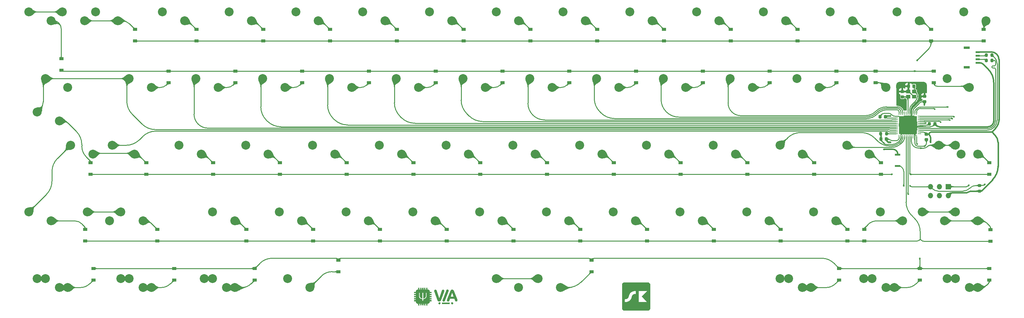
<source format=gbr>
G04 #@! TF.GenerationSoftware,KiCad,Pcbnew,(6.0.9)*
G04 #@! TF.CreationDate,2023-01-11T00:33:34-05:00*
G04 #@! TF.ProjectId,nue-pcb,6e75652d-7063-4622-9e6b-696361645f70,0.1*
G04 #@! TF.SameCoordinates,Original*
G04 #@! TF.FileFunction,Copper,L1,Top*
G04 #@! TF.FilePolarity,Positive*
%FSLAX46Y46*%
G04 Gerber Fmt 4.6, Leading zero omitted, Abs format (unit mm)*
G04 Created by KiCad (PCBNEW (6.0.9)) date 2023-01-11 00:33:34*
%MOMM*%
%LPD*%
G01*
G04 APERTURE LIST*
G04 Aperture macros list*
%AMRoundRect*
0 Rectangle with rounded corners*
0 $1 Rounding radius*
0 $2 $3 $4 $5 $6 $7 $8 $9 X,Y pos of 4 corners*
0 Add a 4 corners polygon primitive as box body*
4,1,4,$2,$3,$4,$5,$6,$7,$8,$9,$2,$3,0*
0 Add four circle primitives for the rounded corners*
1,1,$1+$1,$2,$3*
1,1,$1+$1,$4,$5*
1,1,$1+$1,$6,$7*
1,1,$1+$1,$8,$9*
0 Add four rect primitives between the rounded corners*
20,1,$1+$1,$2,$3,$4,$5,0*
20,1,$1+$1,$4,$5,$6,$7,0*
20,1,$1+$1,$6,$7,$8,$9,0*
20,1,$1+$1,$8,$9,$2,$3,0*%
G04 Aperture macros list end*
G04 #@! TA.AperFunction,EtchedComponent*
%ADD10C,0.010000*%
G04 #@! TD*
G04 #@! TA.AperFunction,SMDPad,CuDef*
%ADD11R,1.200000X0.900000*%
G04 #@! TD*
G04 #@! TA.AperFunction,ComponentPad*
%ADD12C,2.540000*%
G04 #@! TD*
G04 #@! TA.AperFunction,SMDPad,CuDef*
%ADD13R,1.200000X0.600000*%
G04 #@! TD*
G04 #@! TA.AperFunction,SMDPad,CuDef*
%ADD14R,1.800000X0.800000*%
G04 #@! TD*
G04 #@! TA.AperFunction,ComponentPad*
%ADD15R,1.524000X1.524000*%
G04 #@! TD*
G04 #@! TA.AperFunction,ComponentPad*
%ADD16O,1.524000X1.524000*%
G04 #@! TD*
G04 #@! TA.AperFunction,SMDPad,CuDef*
%ADD17RoundRect,0.225000X-0.250000X0.225000X-0.250000X-0.225000X0.250000X-0.225000X0.250000X0.225000X0*%
G04 #@! TD*
G04 #@! TA.AperFunction,SMDPad,CuDef*
%ADD18RoundRect,0.225000X0.250000X-0.225000X0.250000X0.225000X-0.250000X0.225000X-0.250000X-0.225000X0*%
G04 #@! TD*
G04 #@! TA.AperFunction,SMDPad,CuDef*
%ADD19RoundRect,0.225000X0.225000X0.250000X-0.225000X0.250000X-0.225000X-0.250000X0.225000X-0.250000X0*%
G04 #@! TD*
G04 #@! TA.AperFunction,SMDPad,CuDef*
%ADD20RoundRect,0.200000X0.275000X-0.200000X0.275000X0.200000X-0.275000X0.200000X-0.275000X-0.200000X0*%
G04 #@! TD*
G04 #@! TA.AperFunction,SMDPad,CuDef*
%ADD21RoundRect,0.200000X-0.200000X-0.275000X0.200000X-0.275000X0.200000X0.275000X-0.200000X0.275000X0*%
G04 #@! TD*
G04 #@! TA.AperFunction,SMDPad,CuDef*
%ADD22R,1.500000X0.550000*%
G04 #@! TD*
G04 #@! TA.AperFunction,SMDPad,CuDef*
%ADD23RoundRect,0.225000X-0.225000X-0.250000X0.225000X-0.250000X0.225000X0.250000X-0.225000X0.250000X0*%
G04 #@! TD*
G04 #@! TA.AperFunction,SMDPad,CuDef*
%ADD24RoundRect,0.062500X0.475000X0.062500X-0.475000X0.062500X-0.475000X-0.062500X0.475000X-0.062500X0*%
G04 #@! TD*
G04 #@! TA.AperFunction,SMDPad,CuDef*
%ADD25RoundRect,0.062500X0.062500X0.475000X-0.062500X0.475000X-0.062500X-0.475000X0.062500X-0.475000X0*%
G04 #@! TD*
G04 #@! TA.AperFunction,SMDPad,CuDef*
%ADD26R,5.200000X5.200000*%
G04 #@! TD*
G04 #@! TA.AperFunction,SMDPad,CuDef*
%ADD27R,1.150000X1.000000*%
G04 #@! TD*
G04 #@! TA.AperFunction,ViaPad*
%ADD28C,0.508000*%
G04 #@! TD*
G04 #@! TA.AperFunction,Conductor*
%ADD29C,0.254000*%
G04 #@! TD*
G04 #@! TA.AperFunction,Conductor*
%ADD30C,0.381000*%
G04 #@! TD*
G04 APERTURE END LIST*
G36*
X231750823Y-141786485D02*
G01*
X231750845Y-141657941D01*
X231750875Y-141528636D01*
X231750914Y-141398779D01*
X231750960Y-141268575D01*
X231751014Y-141138233D01*
X231751076Y-141007959D01*
X231751145Y-140877960D01*
X231751222Y-140748442D01*
X231751307Y-140619614D01*
X231751399Y-140491681D01*
X231751498Y-140364850D01*
X231751604Y-140239330D01*
X231751718Y-140115326D01*
X231751838Y-139993045D01*
X231751965Y-139872695D01*
X231752099Y-139754483D01*
X231752240Y-139638615D01*
X231752387Y-139525298D01*
X231752540Y-139414740D01*
X231752700Y-139307146D01*
X231752866Y-139202725D01*
X231753038Y-139101683D01*
X231753216Y-139004227D01*
X231753401Y-138910565D01*
X231753590Y-138820902D01*
X231753786Y-138735446D01*
X231753987Y-138654403D01*
X231754194Y-138577982D01*
X231754406Y-138506389D01*
X231754624Y-138439830D01*
X231754846Y-138378512D01*
X231755074Y-138322644D01*
X231755307Y-138272431D01*
X231755544Y-138228080D01*
X231755787Y-138189799D01*
X231756034Y-138157794D01*
X231756286Y-138132273D01*
X231756542Y-138113442D01*
X231756741Y-138103681D01*
X231758586Y-138040198D01*
X231760668Y-137983395D01*
X231763018Y-137932897D01*
X231765670Y-137888331D01*
X231768654Y-137849323D01*
X231772002Y-137815499D01*
X231775747Y-137786486D01*
X231779921Y-137761910D01*
X231784556Y-137741398D01*
X231789079Y-137726301D01*
X231795814Y-137709834D01*
X231805861Y-137689268D01*
X231818323Y-137666169D01*
X231832305Y-137642103D01*
X231846911Y-137618636D01*
X231861246Y-137597332D01*
X231868804Y-137586952D01*
X231894391Y-137555244D01*
X231924179Y-137522022D01*
X231956668Y-137488751D01*
X231990357Y-137456898D01*
X232023746Y-137427928D01*
X232055335Y-137403307D01*
X232060801Y-137399388D01*
X232077598Y-137388234D01*
X232097612Y-137376041D01*
X232119180Y-137363719D01*
X232140638Y-137352178D01*
X232160321Y-137342329D01*
X232176566Y-137335082D01*
X232182382Y-137332887D01*
X232197397Y-137328314D01*
X232214784Y-137324188D01*
X232234982Y-137320475D01*
X232258433Y-137317138D01*
X232285576Y-137314144D01*
X232316850Y-137311458D01*
X232352698Y-137309044D01*
X232393557Y-137306867D01*
X232439870Y-137304894D01*
X232492075Y-137303088D01*
X232550613Y-137301414D01*
X232591681Y-137300395D01*
X232607689Y-137300104D01*
X232630545Y-137299822D01*
X232660042Y-137299549D01*
X232695972Y-137299284D01*
X232738127Y-137299028D01*
X232786301Y-137298781D01*
X232840284Y-137298542D01*
X232899871Y-137298313D01*
X232964853Y-137298092D01*
X233035023Y-137297879D01*
X233110173Y-137297675D01*
X233190096Y-137297480D01*
X233274584Y-137297294D01*
X233363430Y-137297117D01*
X233456426Y-137296948D01*
X233553365Y-137296788D01*
X233654039Y-137296636D01*
X233758240Y-137296493D01*
X233865762Y-137296359D01*
X233976396Y-137296234D01*
X234089936Y-137296117D01*
X234206173Y-137296010D01*
X234324900Y-137295910D01*
X234445910Y-137295820D01*
X234568994Y-137295738D01*
X234693946Y-137295665D01*
X234820558Y-137295600D01*
X234948623Y-137295545D01*
X235077932Y-137295498D01*
X235208279Y-137295459D01*
X235339455Y-137295430D01*
X235471254Y-137295409D01*
X235603468Y-137295397D01*
X235735889Y-137295393D01*
X235868310Y-137295398D01*
X236000523Y-137295412D01*
X236132320Y-137295435D01*
X236263495Y-137295466D01*
X236393840Y-137295506D01*
X236523146Y-137295554D01*
X236651208Y-137295612D01*
X236777816Y-137295678D01*
X236902764Y-137295753D01*
X237025844Y-137295836D01*
X237146849Y-137295928D01*
X237265570Y-137296029D01*
X237381801Y-137296138D01*
X237495334Y-137296257D01*
X237605962Y-137296384D01*
X237713476Y-137296519D01*
X237817670Y-137296663D01*
X237918335Y-137296816D01*
X238015265Y-137296978D01*
X238108252Y-137297148D01*
X238197088Y-137297327D01*
X238281566Y-137297515D01*
X238361478Y-137297711D01*
X238436616Y-137297917D01*
X238506774Y-137298130D01*
X238571744Y-137298353D01*
X238631318Y-137298584D01*
X238685288Y-137298824D01*
X238733448Y-137299072D01*
X238775589Y-137299330D01*
X238811504Y-137299595D01*
X238840986Y-137299870D01*
X238863827Y-137300153D01*
X238878181Y-137300408D01*
X238942824Y-137301962D01*
X239000828Y-137303640D01*
X239052604Y-137305470D01*
X239098569Y-137307480D01*
X239139136Y-137309696D01*
X239174719Y-137312148D01*
X239205733Y-137314861D01*
X239232591Y-137317865D01*
X239255709Y-137321186D01*
X239275500Y-137324853D01*
X239288083Y-137327763D01*
X239309040Y-137334718D01*
X239333917Y-137345674D01*
X239361394Y-137359908D01*
X239390151Y-137376697D01*
X239418865Y-137395320D01*
X239442623Y-137412327D01*
X239468041Y-137432853D01*
X239495792Y-137457716D01*
X239524619Y-137485601D01*
X239553268Y-137515195D01*
X239580482Y-137545182D01*
X239605006Y-137574247D01*
X239625584Y-137601075D01*
X239632821Y-137611469D01*
X239645391Y-137631417D01*
X239658428Y-137654217D01*
X239671139Y-137678276D01*
X239682727Y-137702000D01*
X239692398Y-137723793D01*
X239699355Y-137742064D01*
X239701505Y-137749139D01*
X239704867Y-137762664D01*
X239707960Y-137777202D01*
X239710798Y-137793101D01*
X239713398Y-137810705D01*
X239715776Y-137830363D01*
X239717946Y-137852420D01*
X239719925Y-137877222D01*
X239721729Y-137905116D01*
X239723372Y-137936448D01*
X239724870Y-137971565D01*
X239726240Y-138010813D01*
X239727497Y-138054538D01*
X239728656Y-138103087D01*
X239729733Y-138156806D01*
X239730744Y-138216041D01*
X239731705Y-138281139D01*
X239732630Y-138352447D01*
X239733536Y-138430309D01*
X239733936Y-138467042D01*
X239734163Y-138492148D01*
X239734380Y-138523752D01*
X239734585Y-138561646D01*
X239734780Y-138605621D01*
X239734964Y-138655469D01*
X239735137Y-138710981D01*
X239735300Y-138771948D01*
X239735453Y-138838162D01*
X239735595Y-138909415D01*
X239735727Y-138985498D01*
X239735850Y-139066202D01*
X239735962Y-139151319D01*
X239736065Y-139240640D01*
X239736158Y-139333958D01*
X239736242Y-139431062D01*
X239736316Y-139531746D01*
X239736381Y-139635799D01*
X239736437Y-139743015D01*
X239736484Y-139853183D01*
X239736521Y-139966096D01*
X239736550Y-140081545D01*
X239736571Y-140199322D01*
X239736582Y-140319218D01*
X239736585Y-140441025D01*
X239736580Y-140564533D01*
X239736567Y-140689535D01*
X239736545Y-140815822D01*
X239736516Y-140943186D01*
X239736478Y-141071417D01*
X239736433Y-141200307D01*
X239736380Y-141329649D01*
X239736319Y-141459233D01*
X239736251Y-141588850D01*
X239736176Y-141718293D01*
X239736094Y-141847353D01*
X239736004Y-141975820D01*
X239735908Y-142103488D01*
X239735804Y-142230146D01*
X239735694Y-142355588D01*
X239735577Y-142479603D01*
X239735454Y-142601984D01*
X239735324Y-142722521D01*
X239735188Y-142841008D01*
X239735046Y-142957234D01*
X239734898Y-143070992D01*
X239734743Y-143182072D01*
X239734583Y-143290267D01*
X239734418Y-143395368D01*
X239734246Y-143497166D01*
X239734070Y-143595453D01*
X239733887Y-143690020D01*
X239733700Y-143780659D01*
X239733507Y-143867161D01*
X239733310Y-143949318D01*
X239733107Y-144026921D01*
X239732900Y-144099761D01*
X239732688Y-144167631D01*
X239732472Y-144230321D01*
X239732251Y-144287623D01*
X239732025Y-144339329D01*
X239731796Y-144385230D01*
X239731562Y-144425117D01*
X239731325Y-144458782D01*
X239731083Y-144486016D01*
X239730838Y-144506611D01*
X239730590Y-144520327D01*
X239729436Y-144566224D01*
X239728334Y-144605746D01*
X239727221Y-144639574D01*
X239726034Y-144668387D01*
X239724707Y-144692865D01*
X239723176Y-144713689D01*
X239721379Y-144731538D01*
X239719249Y-144747093D01*
X239716724Y-144761033D01*
X239713739Y-144774039D01*
X239710230Y-144786790D01*
X239706133Y-144799967D01*
X239703461Y-144808074D01*
X239677818Y-144874108D01*
X239646430Y-144936242D01*
X239609561Y-144994216D01*
X239567475Y-145047764D01*
X239520435Y-145096624D01*
X239468705Y-145140533D01*
X239412549Y-145179226D01*
X239352230Y-145212442D01*
X239288013Y-145239916D01*
X239261741Y-145249093D01*
X239247289Y-145253680D01*
X239233705Y-145257560D01*
X239220194Y-145260816D01*
X239205960Y-145263532D01*
X239190207Y-145265791D01*
X239172141Y-145267676D01*
X239150966Y-145269273D01*
X239125887Y-145270663D01*
X239096107Y-145271931D01*
X239060832Y-145273160D01*
X239021056Y-145274381D01*
X239009939Y-145274604D01*
X238991973Y-145274824D01*
X238967363Y-145275039D01*
X238936316Y-145275251D01*
X238899038Y-145275459D01*
X238855735Y-145275662D01*
X238806613Y-145275862D01*
X238751879Y-145276057D01*
X238691737Y-145276248D01*
X238626395Y-145276434D01*
X238556058Y-145276616D01*
X238480933Y-145276793D01*
X238401226Y-145276965D01*
X238317142Y-145277133D01*
X238228889Y-145277295D01*
X238136671Y-145277452D01*
X238040695Y-145277604D01*
X237941168Y-145277751D01*
X237838295Y-145277892D01*
X237732282Y-145278028D01*
X237623336Y-145278159D01*
X237511662Y-145278283D01*
X237397467Y-145278402D01*
X237280957Y-145278515D01*
X237162338Y-145278622D01*
X237041816Y-145278723D01*
X236919597Y-145278818D01*
X236795887Y-145278906D01*
X236670893Y-145278988D01*
X236544820Y-145279064D01*
X236417874Y-145279133D01*
X236290263Y-145279195D01*
X236162191Y-145279250D01*
X236033864Y-145279299D01*
X235905490Y-145279340D01*
X235777274Y-145279375D01*
X235649422Y-145279402D01*
X235522140Y-145279422D01*
X235395635Y-145279435D01*
X235270112Y-145279440D01*
X235145777Y-145279438D01*
X235022838Y-145279428D01*
X234901499Y-145279410D01*
X234781967Y-145279384D01*
X234664447Y-145279350D01*
X234549147Y-145279308D01*
X234436273Y-145279258D01*
X234326029Y-145279200D01*
X234218623Y-145279133D01*
X234114260Y-145279058D01*
X234013147Y-145278974D01*
X233915490Y-145278882D01*
X233821494Y-145278781D01*
X233731367Y-145278671D01*
X233645313Y-145278551D01*
X233563540Y-145278423D01*
X233486253Y-145278286D01*
X233413658Y-145278139D01*
X233345961Y-145277983D01*
X233283369Y-145277818D01*
X233226088Y-145277643D01*
X233174323Y-145277458D01*
X233128281Y-145277263D01*
X233122611Y-145277237D01*
X233029449Y-145276776D01*
X232943085Y-145276307D01*
X232863259Y-145275825D01*
X232789714Y-145275324D01*
X232722191Y-145274799D01*
X232660431Y-145274245D01*
X232604177Y-145273657D01*
X232553169Y-145273030D01*
X232507150Y-145272358D01*
X232465860Y-145271636D01*
X232429043Y-145270860D01*
X232396438Y-145270023D01*
X232367788Y-145269121D01*
X232342835Y-145268148D01*
X232321320Y-145267100D01*
X232302984Y-145265970D01*
X232287570Y-145264755D01*
X232274819Y-145263448D01*
X232264472Y-145262044D01*
X232256271Y-145260539D01*
X232252893Y-145259747D01*
X232192475Y-145240727D01*
X232133760Y-145215248D01*
X232077285Y-145183812D01*
X232023588Y-145146919D01*
X231973208Y-145105069D01*
X231926682Y-145058762D01*
X231884549Y-145008500D01*
X231847347Y-144954783D01*
X231815613Y-144898111D01*
X231789887Y-144838985D01*
X231784532Y-144824097D01*
X231781040Y-144813784D01*
X231777871Y-144803813D01*
X231775004Y-144793805D01*
X231772421Y-144783381D01*
X231770103Y-144772161D01*
X231768030Y-144759766D01*
X231766183Y-144745815D01*
X231764544Y-144729931D01*
X231763092Y-144711732D01*
X231761808Y-144690840D01*
X231760675Y-144666876D01*
X231759671Y-144639459D01*
X231758779Y-144608210D01*
X231757979Y-144572750D01*
X231757251Y-144532699D01*
X231756578Y-144487679D01*
X231755938Y-144437308D01*
X231755314Y-144381208D01*
X231754687Y-144319000D01*
X231754036Y-144250304D01*
X231753699Y-144213792D01*
X231753461Y-144183988D01*
X231753234Y-144147838D01*
X231753018Y-144105546D01*
X231752813Y-144057322D01*
X231752618Y-144003370D01*
X231752434Y-143943900D01*
X231752261Y-143879116D01*
X231752097Y-143809227D01*
X231751944Y-143734439D01*
X231751801Y-143654959D01*
X231751668Y-143570994D01*
X231751546Y-143482752D01*
X231751432Y-143390438D01*
X231751329Y-143294260D01*
X231751235Y-143194426D01*
X231751151Y-143091141D01*
X231751076Y-142984613D01*
X231751032Y-142910278D01*
X232452333Y-142910278D01*
X232585507Y-142910210D01*
X232618841Y-142910096D01*
X232652841Y-142909805D01*
X232686165Y-142909359D01*
X232717469Y-142908782D01*
X232745411Y-142908099D01*
X232768648Y-142907333D01*
X232782181Y-142906718D01*
X232899244Y-142896971D01*
X233014418Y-142880499D01*
X233127522Y-142857371D01*
X233238374Y-142827659D01*
X233346790Y-142791433D01*
X233452589Y-142748765D01*
X233555589Y-142699724D01*
X233655607Y-142644383D01*
X233752461Y-142582811D01*
X233845969Y-142515080D01*
X233898722Y-142472899D01*
X233918754Y-142455612D01*
X233942345Y-142434120D01*
X233968396Y-142409516D01*
X233995804Y-142382891D01*
X234023472Y-142355339D01*
X234050297Y-142327953D01*
X234075181Y-142301826D01*
X234097023Y-142278049D01*
X234111367Y-142261689D01*
X234172061Y-142186355D01*
X234227789Y-142108464D01*
X234278903Y-142027376D01*
X234325756Y-141942446D01*
X234368699Y-141853034D01*
X234408086Y-141758495D01*
X234444268Y-141658189D01*
X234447299Y-141649097D01*
X234455029Y-141625561D01*
X234462003Y-141603800D01*
X234468538Y-141582713D01*
X234474951Y-141561197D01*
X234481557Y-141538152D01*
X234488675Y-141512475D01*
X234496621Y-141483065D01*
X234505712Y-141448820D01*
X234514269Y-141416264D01*
X234531179Y-141354078D01*
X234548388Y-141295351D01*
X234565631Y-141240905D01*
X234582643Y-141191565D01*
X234599162Y-141148152D01*
X234604121Y-141136074D01*
X234638490Y-141060448D01*
X234675646Y-140991223D01*
X234715772Y-140928243D01*
X234759050Y-140871352D01*
X234805664Y-140820393D01*
X234855794Y-140775210D01*
X234909625Y-140735647D01*
X234967337Y-140701548D01*
X235029115Y-140672757D01*
X235095140Y-140649117D01*
X235165595Y-140630472D01*
X235204000Y-140622707D01*
X235224272Y-140619152D01*
X235243641Y-140616110D01*
X235262885Y-140613534D01*
X235282783Y-140611380D01*
X235304113Y-140609599D01*
X235327653Y-140608146D01*
X235354182Y-140606975D01*
X235384477Y-140606039D01*
X235419318Y-140605292D01*
X235459482Y-140604687D01*
X235505748Y-140604179D01*
X235517090Y-140604073D01*
X235704944Y-140602362D01*
X235704944Y-139657667D01*
X235577002Y-139657667D01*
X235515917Y-139657982D01*
X235460606Y-139658987D01*
X235409812Y-139660770D01*
X235362279Y-139663417D01*
X235316750Y-139667017D01*
X235271971Y-139671657D01*
X235226683Y-139677425D01*
X235179632Y-139684409D01*
X235168722Y-139686149D01*
X235054702Y-139707854D01*
X234943379Y-139735690D01*
X234834989Y-139769529D01*
X234729771Y-139809244D01*
X234627961Y-139854707D01*
X234529797Y-139905791D01*
X234435514Y-139962370D01*
X234345350Y-140024315D01*
X234259543Y-140091500D01*
X234178329Y-140163798D01*
X234101945Y-140241081D01*
X234071414Y-140274935D01*
X233998884Y-140362915D01*
X233931737Y-140455328D01*
X233870252Y-140551741D01*
X233814703Y-140651723D01*
X233765367Y-140754838D01*
X233765203Y-140755210D01*
X233745292Y-140801793D01*
X233726908Y-140847986D01*
X233709688Y-140894897D01*
X233693270Y-140943636D01*
X233677291Y-140995311D01*
X233661387Y-141051032D01*
X233645195Y-141111907D01*
X233634113Y-141155694D01*
X233616321Y-141224875D01*
X233599013Y-141287345D01*
X233582089Y-141343424D01*
X233565451Y-141393431D01*
X233548998Y-141437687D01*
X233538956Y-141462125D01*
X233505877Y-141532794D01*
X233469648Y-141597320D01*
X233429978Y-141655946D01*
X233386578Y-141708917D01*
X233339159Y-141756478D01*
X233287430Y-141798872D01*
X233231103Y-141836344D01*
X233169888Y-141869139D01*
X233103495Y-141897500D01*
X233031635Y-141921672D01*
X232976721Y-141936527D01*
X232956127Y-141941461D01*
X232935816Y-141946022D01*
X232915059Y-141950328D01*
X232893124Y-141954494D01*
X232869280Y-141958640D01*
X232842796Y-141962880D01*
X232812941Y-141967334D01*
X232778984Y-141972117D01*
X232740194Y-141977348D01*
X232695839Y-141983143D01*
X232646361Y-141989470D01*
X232612300Y-141993801D01*
X232580010Y-141997921D01*
X232550241Y-142001733D01*
X232523744Y-142005142D01*
X232501269Y-142008050D01*
X232483567Y-142010360D01*
X232471387Y-142011977D01*
X232465562Y-142012789D01*
X232452333Y-142014842D01*
X232452333Y-142910278D01*
X236445778Y-142910278D01*
X238976064Y-142910278D01*
X238683047Y-142614826D01*
X238649756Y-142581284D01*
X238611916Y-142543201D01*
X238569970Y-142501024D01*
X238524361Y-142455196D01*
X238475535Y-142406163D01*
X238423933Y-142354370D01*
X238370000Y-142300261D01*
X238314180Y-142244282D01*
X238256915Y-142186877D01*
X238198651Y-142128491D01*
X238139830Y-142069569D01*
X238080897Y-142010556D01*
X238022294Y-141951897D01*
X237964466Y-141894037D01*
X237907857Y-141837420D01*
X237871222Y-141800795D01*
X237352415Y-141282216D01*
X238164684Y-140469941D01*
X238976953Y-139657667D01*
X236445778Y-139657667D01*
X236445778Y-142910278D01*
X232452333Y-142910278D01*
X231751032Y-142910278D01*
X231751011Y-142875048D01*
X231750954Y-142762655D01*
X231750907Y-142647639D01*
X231750869Y-142530208D01*
X231750840Y-142410568D01*
X231750819Y-142288926D01*
X231750807Y-142165491D01*
X231750804Y-142040467D01*
X231750805Y-142014842D01*
X231750810Y-141914063D01*
X231750823Y-141786485D01*
G37*
D10*
X231750823Y-141786485D02*
X231750845Y-141657941D01*
X231750875Y-141528636D01*
X231750914Y-141398779D01*
X231750960Y-141268575D01*
X231751014Y-141138233D01*
X231751076Y-141007959D01*
X231751145Y-140877960D01*
X231751222Y-140748442D01*
X231751307Y-140619614D01*
X231751399Y-140491681D01*
X231751498Y-140364850D01*
X231751604Y-140239330D01*
X231751718Y-140115326D01*
X231751838Y-139993045D01*
X231751965Y-139872695D01*
X231752099Y-139754483D01*
X231752240Y-139638615D01*
X231752387Y-139525298D01*
X231752540Y-139414740D01*
X231752700Y-139307146D01*
X231752866Y-139202725D01*
X231753038Y-139101683D01*
X231753216Y-139004227D01*
X231753401Y-138910565D01*
X231753590Y-138820902D01*
X231753786Y-138735446D01*
X231753987Y-138654403D01*
X231754194Y-138577982D01*
X231754406Y-138506389D01*
X231754624Y-138439830D01*
X231754846Y-138378512D01*
X231755074Y-138322644D01*
X231755307Y-138272431D01*
X231755544Y-138228080D01*
X231755787Y-138189799D01*
X231756034Y-138157794D01*
X231756286Y-138132273D01*
X231756542Y-138113442D01*
X231756741Y-138103681D01*
X231758586Y-138040198D01*
X231760668Y-137983395D01*
X231763018Y-137932897D01*
X231765670Y-137888331D01*
X231768654Y-137849323D01*
X231772002Y-137815499D01*
X231775747Y-137786486D01*
X231779921Y-137761910D01*
X231784556Y-137741398D01*
X231789079Y-137726301D01*
X231795814Y-137709834D01*
X231805861Y-137689268D01*
X231818323Y-137666169D01*
X231832305Y-137642103D01*
X231846911Y-137618636D01*
X231861246Y-137597332D01*
X231868804Y-137586952D01*
X231894391Y-137555244D01*
X231924179Y-137522022D01*
X231956668Y-137488751D01*
X231990357Y-137456898D01*
X232023746Y-137427928D01*
X232055335Y-137403307D01*
X232060801Y-137399388D01*
X232077598Y-137388234D01*
X232097612Y-137376041D01*
X232119180Y-137363719D01*
X232140638Y-137352178D01*
X232160321Y-137342329D01*
X232176566Y-137335082D01*
X232182382Y-137332887D01*
X232197397Y-137328314D01*
X232214784Y-137324188D01*
X232234982Y-137320475D01*
X232258433Y-137317138D01*
X232285576Y-137314144D01*
X232316850Y-137311458D01*
X232352698Y-137309044D01*
X232393557Y-137306867D01*
X232439870Y-137304894D01*
X232492075Y-137303088D01*
X232550613Y-137301414D01*
X232591681Y-137300395D01*
X232607689Y-137300104D01*
X232630545Y-137299822D01*
X232660042Y-137299549D01*
X232695972Y-137299284D01*
X232738127Y-137299028D01*
X232786301Y-137298781D01*
X232840284Y-137298542D01*
X232899871Y-137298313D01*
X232964853Y-137298092D01*
X233035023Y-137297879D01*
X233110173Y-137297675D01*
X233190096Y-137297480D01*
X233274584Y-137297294D01*
X233363430Y-137297117D01*
X233456426Y-137296948D01*
X233553365Y-137296788D01*
X233654039Y-137296636D01*
X233758240Y-137296493D01*
X233865762Y-137296359D01*
X233976396Y-137296234D01*
X234089936Y-137296117D01*
X234206173Y-137296010D01*
X234324900Y-137295910D01*
X234445910Y-137295820D01*
X234568994Y-137295738D01*
X234693946Y-137295665D01*
X234820558Y-137295600D01*
X234948623Y-137295545D01*
X235077932Y-137295498D01*
X235208279Y-137295459D01*
X235339455Y-137295430D01*
X235471254Y-137295409D01*
X235603468Y-137295397D01*
X235735889Y-137295393D01*
X235868310Y-137295398D01*
X236000523Y-137295412D01*
X236132320Y-137295435D01*
X236263495Y-137295466D01*
X236393840Y-137295506D01*
X236523146Y-137295554D01*
X236651208Y-137295612D01*
X236777816Y-137295678D01*
X236902764Y-137295753D01*
X237025844Y-137295836D01*
X237146849Y-137295928D01*
X237265570Y-137296029D01*
X237381801Y-137296138D01*
X237495334Y-137296257D01*
X237605962Y-137296384D01*
X237713476Y-137296519D01*
X237817670Y-137296663D01*
X237918335Y-137296816D01*
X238015265Y-137296978D01*
X238108252Y-137297148D01*
X238197088Y-137297327D01*
X238281566Y-137297515D01*
X238361478Y-137297711D01*
X238436616Y-137297917D01*
X238506774Y-137298130D01*
X238571744Y-137298353D01*
X238631318Y-137298584D01*
X238685288Y-137298824D01*
X238733448Y-137299072D01*
X238775589Y-137299330D01*
X238811504Y-137299595D01*
X238840986Y-137299870D01*
X238863827Y-137300153D01*
X238878181Y-137300408D01*
X238942824Y-137301962D01*
X239000828Y-137303640D01*
X239052604Y-137305470D01*
X239098569Y-137307480D01*
X239139136Y-137309696D01*
X239174719Y-137312148D01*
X239205733Y-137314861D01*
X239232591Y-137317865D01*
X239255709Y-137321186D01*
X239275500Y-137324853D01*
X239288083Y-137327763D01*
X239309040Y-137334718D01*
X239333917Y-137345674D01*
X239361394Y-137359908D01*
X239390151Y-137376697D01*
X239418865Y-137395320D01*
X239442623Y-137412327D01*
X239468041Y-137432853D01*
X239495792Y-137457716D01*
X239524619Y-137485601D01*
X239553268Y-137515195D01*
X239580482Y-137545182D01*
X239605006Y-137574247D01*
X239625584Y-137601075D01*
X239632821Y-137611469D01*
X239645391Y-137631417D01*
X239658428Y-137654217D01*
X239671139Y-137678276D01*
X239682727Y-137702000D01*
X239692398Y-137723793D01*
X239699355Y-137742064D01*
X239701505Y-137749139D01*
X239704867Y-137762664D01*
X239707960Y-137777202D01*
X239710798Y-137793101D01*
X239713398Y-137810705D01*
X239715776Y-137830363D01*
X239717946Y-137852420D01*
X239719925Y-137877222D01*
X239721729Y-137905116D01*
X239723372Y-137936448D01*
X239724870Y-137971565D01*
X239726240Y-138010813D01*
X239727497Y-138054538D01*
X239728656Y-138103087D01*
X239729733Y-138156806D01*
X239730744Y-138216041D01*
X239731705Y-138281139D01*
X239732630Y-138352447D01*
X239733536Y-138430309D01*
X239733936Y-138467042D01*
X239734163Y-138492148D01*
X239734380Y-138523752D01*
X239734585Y-138561646D01*
X239734780Y-138605621D01*
X239734964Y-138655469D01*
X239735137Y-138710981D01*
X239735300Y-138771948D01*
X239735453Y-138838162D01*
X239735595Y-138909415D01*
X239735727Y-138985498D01*
X239735850Y-139066202D01*
X239735962Y-139151319D01*
X239736065Y-139240640D01*
X239736158Y-139333958D01*
X239736242Y-139431062D01*
X239736316Y-139531746D01*
X239736381Y-139635799D01*
X239736437Y-139743015D01*
X239736484Y-139853183D01*
X239736521Y-139966096D01*
X239736550Y-140081545D01*
X239736571Y-140199322D01*
X239736582Y-140319218D01*
X239736585Y-140441025D01*
X239736580Y-140564533D01*
X239736567Y-140689535D01*
X239736545Y-140815822D01*
X239736516Y-140943186D01*
X239736478Y-141071417D01*
X239736433Y-141200307D01*
X239736380Y-141329649D01*
X239736319Y-141459233D01*
X239736251Y-141588850D01*
X239736176Y-141718293D01*
X239736094Y-141847353D01*
X239736004Y-141975820D01*
X239735908Y-142103488D01*
X239735804Y-142230146D01*
X239735694Y-142355588D01*
X239735577Y-142479603D01*
X239735454Y-142601984D01*
X239735324Y-142722521D01*
X239735188Y-142841008D01*
X239735046Y-142957234D01*
X239734898Y-143070992D01*
X239734743Y-143182072D01*
X239734583Y-143290267D01*
X239734418Y-143395368D01*
X239734246Y-143497166D01*
X239734070Y-143595453D01*
X239733887Y-143690020D01*
X239733700Y-143780659D01*
X239733507Y-143867161D01*
X239733310Y-143949318D01*
X239733107Y-144026921D01*
X239732900Y-144099761D01*
X239732688Y-144167631D01*
X239732472Y-144230321D01*
X239732251Y-144287623D01*
X239732025Y-144339329D01*
X239731796Y-144385230D01*
X239731562Y-144425117D01*
X239731325Y-144458782D01*
X239731083Y-144486016D01*
X239730838Y-144506611D01*
X239730590Y-144520327D01*
X239729436Y-144566224D01*
X239728334Y-144605746D01*
X239727221Y-144639574D01*
X239726034Y-144668387D01*
X239724707Y-144692865D01*
X239723176Y-144713689D01*
X239721379Y-144731538D01*
X239719249Y-144747093D01*
X239716724Y-144761033D01*
X239713739Y-144774039D01*
X239710230Y-144786790D01*
X239706133Y-144799967D01*
X239703461Y-144808074D01*
X239677818Y-144874108D01*
X239646430Y-144936242D01*
X239609561Y-144994216D01*
X239567475Y-145047764D01*
X239520435Y-145096624D01*
X239468705Y-145140533D01*
X239412549Y-145179226D01*
X239352230Y-145212442D01*
X239288013Y-145239916D01*
X239261741Y-145249093D01*
X239247289Y-145253680D01*
X239233705Y-145257560D01*
X239220194Y-145260816D01*
X239205960Y-145263532D01*
X239190207Y-145265791D01*
X239172141Y-145267676D01*
X239150966Y-145269273D01*
X239125887Y-145270663D01*
X239096107Y-145271931D01*
X239060832Y-145273160D01*
X239021056Y-145274381D01*
X239009939Y-145274604D01*
X238991973Y-145274824D01*
X238967363Y-145275039D01*
X238936316Y-145275251D01*
X238899038Y-145275459D01*
X238855735Y-145275662D01*
X238806613Y-145275862D01*
X238751879Y-145276057D01*
X238691737Y-145276248D01*
X238626395Y-145276434D01*
X238556058Y-145276616D01*
X238480933Y-145276793D01*
X238401226Y-145276965D01*
X238317142Y-145277133D01*
X238228889Y-145277295D01*
X238136671Y-145277452D01*
X238040695Y-145277604D01*
X237941168Y-145277751D01*
X237838295Y-145277892D01*
X237732282Y-145278028D01*
X237623336Y-145278159D01*
X237511662Y-145278283D01*
X237397467Y-145278402D01*
X237280957Y-145278515D01*
X237162338Y-145278622D01*
X237041816Y-145278723D01*
X236919597Y-145278818D01*
X236795887Y-145278906D01*
X236670893Y-145278988D01*
X236544820Y-145279064D01*
X236417874Y-145279133D01*
X236290263Y-145279195D01*
X236162191Y-145279250D01*
X236033864Y-145279299D01*
X235905490Y-145279340D01*
X235777274Y-145279375D01*
X235649422Y-145279402D01*
X235522140Y-145279422D01*
X235395635Y-145279435D01*
X235270112Y-145279440D01*
X235145777Y-145279438D01*
X235022838Y-145279428D01*
X234901499Y-145279410D01*
X234781967Y-145279384D01*
X234664447Y-145279350D01*
X234549147Y-145279308D01*
X234436273Y-145279258D01*
X234326029Y-145279200D01*
X234218623Y-145279133D01*
X234114260Y-145279058D01*
X234013147Y-145278974D01*
X233915490Y-145278882D01*
X233821494Y-145278781D01*
X233731367Y-145278671D01*
X233645313Y-145278551D01*
X233563540Y-145278423D01*
X233486253Y-145278286D01*
X233413658Y-145278139D01*
X233345961Y-145277983D01*
X233283369Y-145277818D01*
X233226088Y-145277643D01*
X233174323Y-145277458D01*
X233128281Y-145277263D01*
X233122611Y-145277237D01*
X233029449Y-145276776D01*
X232943085Y-145276307D01*
X232863259Y-145275825D01*
X232789714Y-145275324D01*
X232722191Y-145274799D01*
X232660431Y-145274245D01*
X232604177Y-145273657D01*
X232553169Y-145273030D01*
X232507150Y-145272358D01*
X232465860Y-145271636D01*
X232429043Y-145270860D01*
X232396438Y-145270023D01*
X232367788Y-145269121D01*
X232342835Y-145268148D01*
X232321320Y-145267100D01*
X232302984Y-145265970D01*
X232287570Y-145264755D01*
X232274819Y-145263448D01*
X232264472Y-145262044D01*
X232256271Y-145260539D01*
X232252893Y-145259747D01*
X232192475Y-145240727D01*
X232133760Y-145215248D01*
X232077285Y-145183812D01*
X232023588Y-145146919D01*
X231973208Y-145105069D01*
X231926682Y-145058762D01*
X231884549Y-145008500D01*
X231847347Y-144954783D01*
X231815613Y-144898111D01*
X231789887Y-144838985D01*
X231784532Y-144824097D01*
X231781040Y-144813784D01*
X231777871Y-144803813D01*
X231775004Y-144793805D01*
X231772421Y-144783381D01*
X231770103Y-144772161D01*
X231768030Y-144759766D01*
X231766183Y-144745815D01*
X231764544Y-144729931D01*
X231763092Y-144711732D01*
X231761808Y-144690840D01*
X231760675Y-144666876D01*
X231759671Y-144639459D01*
X231758779Y-144608210D01*
X231757979Y-144572750D01*
X231757251Y-144532699D01*
X231756578Y-144487679D01*
X231755938Y-144437308D01*
X231755314Y-144381208D01*
X231754687Y-144319000D01*
X231754036Y-144250304D01*
X231753699Y-144213792D01*
X231753461Y-144183988D01*
X231753234Y-144147838D01*
X231753018Y-144105546D01*
X231752813Y-144057322D01*
X231752618Y-144003370D01*
X231752434Y-143943900D01*
X231752261Y-143879116D01*
X231752097Y-143809227D01*
X231751944Y-143734439D01*
X231751801Y-143654959D01*
X231751668Y-143570994D01*
X231751546Y-143482752D01*
X231751432Y-143390438D01*
X231751329Y-143294260D01*
X231751235Y-143194426D01*
X231751151Y-143091141D01*
X231751076Y-142984613D01*
X231751032Y-142910278D01*
X232452333Y-142910278D01*
X232585507Y-142910210D01*
X232618841Y-142910096D01*
X232652841Y-142909805D01*
X232686165Y-142909359D01*
X232717469Y-142908782D01*
X232745411Y-142908099D01*
X232768648Y-142907333D01*
X232782181Y-142906718D01*
X232899244Y-142896971D01*
X233014418Y-142880499D01*
X233127522Y-142857371D01*
X233238374Y-142827659D01*
X233346790Y-142791433D01*
X233452589Y-142748765D01*
X233555589Y-142699724D01*
X233655607Y-142644383D01*
X233752461Y-142582811D01*
X233845969Y-142515080D01*
X233898722Y-142472899D01*
X233918754Y-142455612D01*
X233942345Y-142434120D01*
X233968396Y-142409516D01*
X233995804Y-142382891D01*
X234023472Y-142355339D01*
X234050297Y-142327953D01*
X234075181Y-142301826D01*
X234097023Y-142278049D01*
X234111367Y-142261689D01*
X234172061Y-142186355D01*
X234227789Y-142108464D01*
X234278903Y-142027376D01*
X234325756Y-141942446D01*
X234368699Y-141853034D01*
X234408086Y-141758495D01*
X234444268Y-141658189D01*
X234447299Y-141649097D01*
X234455029Y-141625561D01*
X234462003Y-141603800D01*
X234468538Y-141582713D01*
X234474951Y-141561197D01*
X234481557Y-141538152D01*
X234488675Y-141512475D01*
X234496621Y-141483065D01*
X234505712Y-141448820D01*
X234514269Y-141416264D01*
X234531179Y-141354078D01*
X234548388Y-141295351D01*
X234565631Y-141240905D01*
X234582643Y-141191565D01*
X234599162Y-141148152D01*
X234604121Y-141136074D01*
X234638490Y-141060448D01*
X234675646Y-140991223D01*
X234715772Y-140928243D01*
X234759050Y-140871352D01*
X234805664Y-140820393D01*
X234855794Y-140775210D01*
X234909625Y-140735647D01*
X234967337Y-140701548D01*
X235029115Y-140672757D01*
X235095140Y-140649117D01*
X235165595Y-140630472D01*
X235204000Y-140622707D01*
X235224272Y-140619152D01*
X235243641Y-140616110D01*
X235262885Y-140613534D01*
X235282783Y-140611380D01*
X235304113Y-140609599D01*
X235327653Y-140608146D01*
X235354182Y-140606975D01*
X235384477Y-140606039D01*
X235419318Y-140605292D01*
X235459482Y-140604687D01*
X235505748Y-140604179D01*
X235517090Y-140604073D01*
X235704944Y-140602362D01*
X235704944Y-139657667D01*
X235577002Y-139657667D01*
X235515917Y-139657982D01*
X235460606Y-139658987D01*
X235409812Y-139660770D01*
X235362279Y-139663417D01*
X235316750Y-139667017D01*
X235271971Y-139671657D01*
X235226683Y-139677425D01*
X235179632Y-139684409D01*
X235168722Y-139686149D01*
X235054702Y-139707854D01*
X234943379Y-139735690D01*
X234834989Y-139769529D01*
X234729771Y-139809244D01*
X234627961Y-139854707D01*
X234529797Y-139905791D01*
X234435514Y-139962370D01*
X234345350Y-140024315D01*
X234259543Y-140091500D01*
X234178329Y-140163798D01*
X234101945Y-140241081D01*
X234071414Y-140274935D01*
X233998884Y-140362915D01*
X233931737Y-140455328D01*
X233870252Y-140551741D01*
X233814703Y-140651723D01*
X233765367Y-140754838D01*
X233765203Y-140755210D01*
X233745292Y-140801793D01*
X233726908Y-140847986D01*
X233709688Y-140894897D01*
X233693270Y-140943636D01*
X233677291Y-140995311D01*
X233661387Y-141051032D01*
X233645195Y-141111907D01*
X233634113Y-141155694D01*
X233616321Y-141224875D01*
X233599013Y-141287345D01*
X233582089Y-141343424D01*
X233565451Y-141393431D01*
X233548998Y-141437687D01*
X233538956Y-141462125D01*
X233505877Y-141532794D01*
X233469648Y-141597320D01*
X233429978Y-141655946D01*
X233386578Y-141708917D01*
X233339159Y-141756478D01*
X233287430Y-141798872D01*
X233231103Y-141836344D01*
X233169888Y-141869139D01*
X233103495Y-141897500D01*
X233031635Y-141921672D01*
X232976721Y-141936527D01*
X232956127Y-141941461D01*
X232935816Y-141946022D01*
X232915059Y-141950328D01*
X232893124Y-141954494D01*
X232869280Y-141958640D01*
X232842796Y-141962880D01*
X232812941Y-141967334D01*
X232778984Y-141972117D01*
X232740194Y-141977348D01*
X232695839Y-141983143D01*
X232646361Y-141989470D01*
X232612300Y-141993801D01*
X232580010Y-141997921D01*
X232550241Y-142001733D01*
X232523744Y-142005142D01*
X232501269Y-142008050D01*
X232483567Y-142010360D01*
X232471387Y-142011977D01*
X232465562Y-142012789D01*
X232452333Y-142014842D01*
X232452333Y-142910278D01*
X236445778Y-142910278D01*
X238976064Y-142910278D01*
X238683047Y-142614826D01*
X238649756Y-142581284D01*
X238611916Y-142543201D01*
X238569970Y-142501024D01*
X238524361Y-142455196D01*
X238475535Y-142406163D01*
X238423933Y-142354370D01*
X238370000Y-142300261D01*
X238314180Y-142244282D01*
X238256915Y-142186877D01*
X238198651Y-142128491D01*
X238139830Y-142069569D01*
X238080897Y-142010556D01*
X238022294Y-141951897D01*
X237964466Y-141894037D01*
X237907857Y-141837420D01*
X237871222Y-141800795D01*
X237352415Y-141282216D01*
X238164684Y-140469941D01*
X238976953Y-139657667D01*
X236445778Y-139657667D01*
X236445778Y-142910278D01*
X232452333Y-142910278D01*
X231751032Y-142910278D01*
X231751011Y-142875048D01*
X231750954Y-142762655D01*
X231750907Y-142647639D01*
X231750869Y-142530208D01*
X231750840Y-142410568D01*
X231750819Y-142288926D01*
X231750807Y-142165491D01*
X231750804Y-142040467D01*
X231750805Y-142014842D01*
X231750810Y-141914063D01*
X231750823Y-141786485D01*
G36*
X181939165Y-139328346D02*
G01*
X181963301Y-139329298D01*
X181979110Y-139331122D01*
X181988471Y-139334013D01*
X181992512Y-139337143D01*
X182004255Y-139344897D01*
X182011038Y-139346215D01*
X182022306Y-139349170D01*
X182025774Y-139352262D01*
X182033940Y-139356601D01*
X182047487Y-139358310D01*
X182062038Y-139361176D01*
X182068944Y-139367381D01*
X182077263Y-139375347D01*
X182082487Y-139376453D01*
X182090957Y-139380684D01*
X182105263Y-139391988D01*
X182123338Y-139408283D01*
X182143116Y-139427487D01*
X182162529Y-139447515D01*
X182179512Y-139466286D01*
X182191996Y-139481716D01*
X182197915Y-139491723D01*
X182198131Y-139492989D01*
X182201012Y-139501893D01*
X182204179Y-139503453D01*
X182207827Y-139508849D01*
X182209980Y-139522462D01*
X182210226Y-139529926D01*
X182212466Y-139550411D01*
X182218523Y-139563216D01*
X182219298Y-139563929D01*
X182224805Y-139573363D01*
X182227702Y-139591403D01*
X182228369Y-139613240D01*
X182227644Y-139637210D01*
X182225173Y-139651365D01*
X182220514Y-139657918D01*
X182219298Y-139658504D01*
X182212453Y-139667109D01*
X182210226Y-139682148D01*
X182208574Y-139696981D01*
X182204559Y-139705773D01*
X182204179Y-139706048D01*
X182199748Y-139714260D01*
X182198131Y-139726831D01*
X182195086Y-139742072D01*
X182189060Y-139751405D01*
X182181309Y-139763074D01*
X182179988Y-139769798D01*
X182177359Y-139782337D01*
X182170927Y-139798688D01*
X182169893Y-139800808D01*
X182159503Y-139821843D01*
X182153473Y-139835375D01*
X182150627Y-139844652D01*
X182149787Y-139852924D01*
X182149750Y-139856416D01*
X182146159Y-139870901D01*
X182140679Y-139878405D01*
X182132925Y-139890148D01*
X182131607Y-139896932D01*
X182128652Y-139908199D01*
X182125560Y-139911667D01*
X182121129Y-139919879D01*
X182119512Y-139932450D01*
X182116467Y-139947691D01*
X182110441Y-139957024D01*
X182102690Y-139968693D01*
X182101369Y-139975417D01*
X182098740Y-139987956D01*
X182092308Y-140004307D01*
X182091274Y-140006427D01*
X182080883Y-140027462D01*
X182074853Y-140040994D01*
X182072007Y-140050271D01*
X182071168Y-140058543D01*
X182071131Y-140062035D01*
X182067539Y-140076520D01*
X182062060Y-140084024D01*
X182054363Y-140094551D01*
X182052988Y-140100316D01*
X182049000Y-140111551D01*
X182043917Y-140118150D01*
X182036693Y-140131235D01*
X182034845Y-140141991D01*
X182034397Y-140151132D01*
X182032230Y-140160052D01*
X182027111Y-140172082D01*
X182017805Y-140190557D01*
X182014542Y-140196838D01*
X182007691Y-140213510D01*
X182004619Y-140227936D01*
X182004607Y-140228588D01*
X182002179Y-140238725D01*
X181998560Y-140241262D01*
X181994505Y-140246565D01*
X181992545Y-140259545D01*
X181992512Y-140261688D01*
X181989971Y-140277940D01*
X181983817Y-140289313D01*
X181983441Y-140289643D01*
X181975694Y-140301226D01*
X181974369Y-140307879D01*
X181969890Y-140318823D01*
X181965298Y-140322068D01*
X181958437Y-140330818D01*
X181956226Y-140346906D01*
X181954720Y-140360971D01*
X181951012Y-140368059D01*
X181950179Y-140368262D01*
X181945384Y-140373393D01*
X181943939Y-140381869D01*
X181940131Y-140397681D01*
X181934867Y-140407216D01*
X181927696Y-140422452D01*
X181925988Y-140432918D01*
X181923763Y-140443718D01*
X181919941Y-140446881D01*
X181915957Y-140452201D01*
X181913950Y-140465296D01*
X181913893Y-140468238D01*
X181911295Y-140485388D01*
X181904821Y-140493075D01*
X181897007Y-140501361D01*
X181895750Y-140507264D01*
X181891384Y-140520031D01*
X181886679Y-140525500D01*
X181880398Y-140536435D01*
X181877615Y-140552600D01*
X181877607Y-140553455D01*
X181876037Y-140567149D01*
X181872194Y-140573769D01*
X181871560Y-140573881D01*
X181866765Y-140579013D01*
X181865320Y-140587488D01*
X181861512Y-140603300D01*
X181856248Y-140612835D01*
X181849077Y-140628071D01*
X181847369Y-140638537D01*
X181845144Y-140649337D01*
X181841321Y-140652500D01*
X181837338Y-140657820D01*
X181835331Y-140670915D01*
X181835274Y-140673857D01*
X181832676Y-140691007D01*
X181826202Y-140698694D01*
X181818388Y-140706980D01*
X181817131Y-140712883D01*
X181812765Y-140725650D01*
X181808060Y-140731119D01*
X181801779Y-140742054D01*
X181798996Y-140758219D01*
X181798988Y-140759074D01*
X181797418Y-140772768D01*
X181793575Y-140779388D01*
X181792941Y-140779500D01*
X181787541Y-140784384D01*
X181786893Y-140788367D01*
X181784359Y-140799883D01*
X181777716Y-140818393D01*
X181768401Y-140840139D01*
X181761964Y-140853502D01*
X181757652Y-140868079D01*
X181756655Y-140878463D01*
X181753063Y-140892948D01*
X181747583Y-140900453D01*
X181739839Y-140911984D01*
X181738512Y-140918596D01*
X181734150Y-140931277D01*
X181729441Y-140936738D01*
X181722674Y-140948076D01*
X181720369Y-140961312D01*
X181718427Y-140975001D01*
X181714321Y-140982096D01*
X181709130Y-140990678D01*
X181708274Y-140996831D01*
X181703896Y-141009865D01*
X181699202Y-141015357D01*
X181692436Y-141026695D01*
X181690131Y-141039932D01*
X181688189Y-141053620D01*
X181684083Y-141060715D01*
X181679653Y-141068927D01*
X181678036Y-141081498D01*
X181674990Y-141096739D01*
X181668964Y-141106072D01*
X181661220Y-141117603D01*
X181659893Y-141124215D01*
X181655531Y-141136896D01*
X181650821Y-141142357D01*
X181644055Y-141153695D01*
X181641750Y-141166932D01*
X181639808Y-141180620D01*
X181635702Y-141187715D01*
X181630511Y-141196297D01*
X181629655Y-141202450D01*
X181625277Y-141215484D01*
X181620583Y-141220976D01*
X181613755Y-141232366D01*
X181611512Y-141245167D01*
X181608396Y-141260294D01*
X181602441Y-141269357D01*
X181595674Y-141280695D01*
X181593369Y-141293932D01*
X181591427Y-141307620D01*
X181587321Y-141314715D01*
X181582130Y-141323297D01*
X181581274Y-141329450D01*
X181576896Y-141342484D01*
X181572202Y-141347977D01*
X181565436Y-141359314D01*
X181563131Y-141372551D01*
X181561189Y-141386239D01*
X181557083Y-141393334D01*
X181551892Y-141401916D01*
X181551036Y-141408069D01*
X181546658Y-141421103D01*
X181541964Y-141426596D01*
X181535136Y-141437985D01*
X181532893Y-141450786D01*
X181529777Y-141465913D01*
X181523821Y-141474977D01*
X181517055Y-141486314D01*
X181514750Y-141499551D01*
X181512808Y-141513239D01*
X181508702Y-141520334D01*
X181503650Y-141528850D01*
X181502655Y-141535999D01*
X181498604Y-141547475D01*
X181493583Y-141551409D01*
X181486738Y-141560014D01*
X181484512Y-141575052D01*
X181482860Y-141589886D01*
X181478845Y-141598678D01*
X181478464Y-141598953D01*
X181473273Y-141607535D01*
X181472417Y-141613688D01*
X181468039Y-141626722D01*
X181463345Y-141632215D01*
X181456194Y-141643874D01*
X181454274Y-141654554D01*
X181450684Y-141669924D01*
X181445202Y-141678436D01*
X181438431Y-141691045D01*
X181436131Y-141704861D01*
X181434222Y-141718666D01*
X181430083Y-141725953D01*
X181424906Y-141734528D01*
X181424036Y-141740782D01*
X181419700Y-141751894D01*
X181414964Y-141755354D01*
X181408103Y-141764104D01*
X181405893Y-141780191D01*
X181404386Y-141794257D01*
X181400678Y-141801345D01*
X181399845Y-141801548D01*
X181394873Y-141806594D01*
X181393798Y-141813211D01*
X181389685Y-141827077D01*
X181384726Y-141833946D01*
X181378045Y-141846461D01*
X181375655Y-141860945D01*
X181372784Y-141875458D01*
X181366583Y-141882354D01*
X181359722Y-141891104D01*
X181357512Y-141907191D01*
X181356006Y-141921257D01*
X181352297Y-141928345D01*
X181351464Y-141928548D01*
X181346448Y-141933579D01*
X181345417Y-141939903D01*
X181341024Y-141953265D01*
X181336345Y-141958786D01*
X181330065Y-141969720D01*
X181327282Y-141985886D01*
X181327274Y-141986741D01*
X181325704Y-142000434D01*
X181321861Y-142007055D01*
X181321226Y-142007167D01*
X181316210Y-142012198D01*
X181315179Y-142018522D01*
X181310786Y-142031884D01*
X181306107Y-142037405D01*
X181299741Y-142048410D01*
X181297037Y-142064444D01*
X181297036Y-142064713D01*
X181294316Y-142080666D01*
X181287964Y-142087973D01*
X181281103Y-142096723D01*
X181278893Y-142112811D01*
X181277386Y-142126876D01*
X181273678Y-142133964D01*
X181272845Y-142134167D01*
X181267829Y-142139198D01*
X181266798Y-142145522D01*
X181262405Y-142158884D01*
X181257726Y-142164405D01*
X181251446Y-142175339D01*
X181248663Y-142191505D01*
X181248655Y-142192360D01*
X181247085Y-142206053D01*
X181243242Y-142212674D01*
X181242607Y-142212786D01*
X181237591Y-142217817D01*
X181236560Y-142224141D01*
X181232167Y-142237503D01*
X181227488Y-142243024D01*
X181220660Y-142254414D01*
X181218417Y-142267215D01*
X181215301Y-142282342D01*
X181209345Y-142291405D01*
X181203065Y-142302339D01*
X181200282Y-142318505D01*
X181200274Y-142319360D01*
X181198704Y-142333053D01*
X181194861Y-142339674D01*
X181194226Y-142339786D01*
X181189210Y-142344817D01*
X181188179Y-142351141D01*
X181183786Y-142364503D01*
X181179107Y-142370024D01*
X181172279Y-142381414D01*
X181170036Y-142394215D01*
X181166920Y-142409342D01*
X181160964Y-142418405D01*
X181153210Y-142430148D01*
X181151893Y-142436932D01*
X181148938Y-142448199D01*
X181145845Y-142451667D01*
X181141415Y-142459879D01*
X181139798Y-142472450D01*
X181136752Y-142487691D01*
X181130726Y-142497024D01*
X181123022Y-142507705D01*
X181121655Y-142513604D01*
X181117456Y-142521741D01*
X181106274Y-142535725D01*
X181090228Y-142553443D01*
X181071438Y-142572779D01*
X181052025Y-142591619D01*
X181034109Y-142607847D01*
X181019809Y-142619348D01*
X181011247Y-142624008D01*
X181010965Y-142624024D01*
X181000313Y-142627404D01*
X180997679Y-142630072D01*
X180989162Y-142635125D01*
X180982013Y-142636119D01*
X180970537Y-142640170D01*
X180966604Y-142645191D01*
X180958049Y-142652029D01*
X180943343Y-142654262D01*
X180927286Y-142656886D01*
X180916140Y-142663210D01*
X180916036Y-142663334D01*
X180904563Y-142669424D01*
X180886183Y-142672147D01*
X180865610Y-142671491D01*
X180847558Y-142667443D01*
X180840084Y-142663526D01*
X180826064Y-142657395D01*
X180807840Y-142654485D01*
X180806407Y-142654455D01*
X180789699Y-142651957D01*
X180777807Y-142646102D01*
X180776941Y-142645191D01*
X180765000Y-142637428D01*
X180758057Y-142636119D01*
X180748639Y-142633440D01*
X180746702Y-142630072D01*
X180741671Y-142625056D01*
X180735348Y-142624024D01*
X180721986Y-142619632D01*
X180716464Y-142614953D01*
X180705433Y-142607232D01*
X180699235Y-142605881D01*
X180690427Y-142601645D01*
X180676112Y-142590468D01*
X180658586Y-142574650D01*
X180640148Y-142556491D01*
X180623094Y-142538290D01*
X180609722Y-142522347D01*
X180602329Y-142510962D01*
X180601560Y-142508116D01*
X180598436Y-142497111D01*
X180595512Y-142494000D01*
X180591081Y-142485788D01*
X180589464Y-142473217D01*
X180586419Y-142457976D01*
X180580393Y-142448643D01*
X180576005Y-142441983D01*
X180573210Y-142429382D01*
X180571738Y-142408779D01*
X180571321Y-142379096D01*
X180571763Y-142348729D01*
X180573267Y-142328371D01*
X180576102Y-142315958D01*
X180580393Y-142309548D01*
X180586674Y-142298614D01*
X180589457Y-142282448D01*
X180589464Y-142281593D01*
X180591034Y-142267900D01*
X180594877Y-142261279D01*
X180595512Y-142261167D01*
X180599495Y-142255847D01*
X180601502Y-142242752D01*
X180601560Y-142239811D01*
X180604158Y-142222661D01*
X180610631Y-142214973D01*
X180618446Y-142206687D01*
X180619702Y-142200784D01*
X180624068Y-142188017D01*
X180628774Y-142182548D01*
X180635055Y-142171614D01*
X180637837Y-142155448D01*
X180637845Y-142154593D01*
X180639415Y-142140900D01*
X180643258Y-142134279D01*
X180643893Y-142134167D01*
X180648909Y-142129136D01*
X180649941Y-142122812D01*
X180654333Y-142109450D01*
X180659012Y-142103929D01*
X180665840Y-142092539D01*
X180668083Y-142079738D01*
X180671199Y-142064611D01*
X180677155Y-142055548D01*
X180683435Y-142044614D01*
X180686218Y-142028448D01*
X180686226Y-142027593D01*
X180687796Y-142013900D01*
X180691639Y-142007279D01*
X180692274Y-142007167D01*
X180697290Y-142002136D01*
X180698321Y-141995812D01*
X180702714Y-141982450D01*
X180707393Y-141976929D01*
X180714159Y-141965591D01*
X180716464Y-141952355D01*
X180718406Y-141938667D01*
X180722512Y-141931572D01*
X180727703Y-141922989D01*
X180728560Y-141916836D01*
X180732937Y-141903803D01*
X180737631Y-141898310D01*
X180744459Y-141886920D01*
X180746702Y-141874119D01*
X180749818Y-141858992D01*
X180755774Y-141849929D01*
X180762540Y-141838591D01*
X180764845Y-141825355D01*
X180766787Y-141811667D01*
X180770893Y-141804572D01*
X180776084Y-141795989D01*
X180776941Y-141789836D01*
X180781318Y-141776803D01*
X180786012Y-141771310D01*
X180792778Y-141759972D01*
X180795083Y-141746736D01*
X180797025Y-141733048D01*
X180801131Y-141725953D01*
X180806184Y-141717436D01*
X180807179Y-141710287D01*
X180811230Y-141698811D01*
X180816250Y-141694878D01*
X180823088Y-141686323D01*
X180825321Y-141671618D01*
X180827946Y-141655560D01*
X180834270Y-141644414D01*
X180834393Y-141644310D01*
X180841159Y-141632972D01*
X180843464Y-141619736D01*
X180845406Y-141606048D01*
X180849512Y-141598953D01*
X180854703Y-141590370D01*
X180855560Y-141584217D01*
X180859937Y-141571183D01*
X180864631Y-141565691D01*
X180871397Y-141554353D01*
X180873702Y-141541117D01*
X180875644Y-141527429D01*
X180879750Y-141520334D01*
X180884803Y-141511817D01*
X180885798Y-141504668D01*
X180889849Y-141493192D01*
X180894869Y-141489259D01*
X180901707Y-141480704D01*
X180903941Y-141465999D01*
X180906565Y-141449941D01*
X180912889Y-141438795D01*
X180913012Y-141438691D01*
X180919778Y-141427353D01*
X180922083Y-141414117D01*
X180924025Y-141400429D01*
X180928131Y-141393334D01*
X180933184Y-141384817D01*
X180934179Y-141377668D01*
X180938230Y-141366192D01*
X180943250Y-141362259D01*
X180950095Y-141353653D01*
X180952321Y-141338615D01*
X180953974Y-141323781D01*
X180957989Y-141314989D01*
X180958369Y-141314715D01*
X180963422Y-141306198D01*
X180964417Y-141299049D01*
X180968468Y-141287573D01*
X180973488Y-141283640D01*
X180980326Y-141275085D01*
X180982560Y-141260379D01*
X180985184Y-141244322D01*
X180991508Y-141233176D01*
X180991631Y-141233072D01*
X180998341Y-141221781D01*
X181000702Y-141208141D01*
X181002523Y-141195726D01*
X181006750Y-141190738D01*
X181011276Y-141185557D01*
X181012798Y-141175430D01*
X181016001Y-141162550D01*
X181021869Y-141156640D01*
X181028591Y-141148615D01*
X181030941Y-141136592D01*
X181033650Y-141120180D01*
X181040347Y-141101543D01*
X181048881Y-141085752D01*
X181055514Y-141078621D01*
X181059391Y-141070729D01*
X181061167Y-141056271D01*
X181061179Y-141054957D01*
X181063869Y-141038711D01*
X181070250Y-141031313D01*
X181077038Y-141023029D01*
X181079321Y-141009857D01*
X181081167Y-140995820D01*
X181085369Y-140988143D01*
X181090129Y-140979768D01*
X181091417Y-140970290D01*
X181094875Y-140957895D01*
X181100488Y-140952694D01*
X181107349Y-140943945D01*
X181109560Y-140927857D01*
X181110777Y-140913787D01*
X181113773Y-140906702D01*
X181114443Y-140906500D01*
X181120214Y-140901285D01*
X181127239Y-140888275D01*
X181133898Y-140871425D01*
X181138571Y-140854689D01*
X181139798Y-140844639D01*
X181142970Y-140831697D01*
X181148869Y-140825694D01*
X181155657Y-140817410D01*
X181157941Y-140804238D01*
X181159786Y-140790200D01*
X181163988Y-140782524D01*
X181169180Y-140773942D01*
X181170036Y-140767789D01*
X181174413Y-140754755D01*
X181179107Y-140749262D01*
X181185473Y-140738257D01*
X181188178Y-140722224D01*
X181188179Y-140721954D01*
X181190899Y-140706001D01*
X181197250Y-140698694D01*
X181204795Y-140690472D01*
X181206321Y-140683285D01*
X181209056Y-140671629D01*
X181212369Y-140667619D01*
X181216800Y-140659407D01*
X181218417Y-140646836D01*
X181221462Y-140631595D01*
X181227488Y-140622262D01*
X181235260Y-140611143D01*
X181236651Y-140604891D01*
X181239142Y-140590255D01*
X181245109Y-140571404D01*
X181252591Y-140553661D01*
X181259627Y-140542348D01*
X181259735Y-140542239D01*
X181265106Y-140531163D01*
X181266798Y-140518984D01*
X181270004Y-140503995D01*
X181275869Y-140495262D01*
X181283623Y-140483520D01*
X181284941Y-140476736D01*
X181287896Y-140465469D01*
X181290988Y-140462000D01*
X181295419Y-140453788D01*
X181297036Y-140441217D01*
X181300081Y-140425976D01*
X181306107Y-140416643D01*
X181313409Y-140404857D01*
X181315179Y-140395093D01*
X181317521Y-140382582D01*
X181321226Y-140377334D01*
X181325998Y-140368953D01*
X181327274Y-140359574D01*
X181330978Y-140345214D01*
X181336345Y-140338024D01*
X181343174Y-140326635D01*
X181345417Y-140313834D01*
X181348532Y-140298706D01*
X181354488Y-140289643D01*
X181362242Y-140277901D01*
X181363560Y-140271117D01*
X181366515Y-140259850D01*
X181369607Y-140256381D01*
X181374038Y-140248169D01*
X181375655Y-140235598D01*
X181378700Y-140220357D01*
X181384726Y-140211024D01*
X181392480Y-140199282D01*
X181393798Y-140192498D01*
X181396753Y-140181231D01*
X181399845Y-140177762D01*
X181404276Y-140169550D01*
X181405893Y-140156979D01*
X181408938Y-140141738D01*
X181414964Y-140132405D01*
X181421793Y-140121016D01*
X181424036Y-140108215D01*
X181427151Y-140093087D01*
X181433107Y-140084024D01*
X181440870Y-140072084D01*
X181442179Y-140065141D01*
X181444858Y-140055723D01*
X181448226Y-140053786D01*
X181452280Y-140048483D01*
X181454241Y-140035503D01*
X181454274Y-140033360D01*
X181456815Y-140017109D01*
X181462968Y-140005735D01*
X181463345Y-140005405D01*
X181471099Y-139993662D01*
X181472417Y-139986879D01*
X181475372Y-139975611D01*
X181478464Y-139972143D01*
X181482803Y-139963977D01*
X181484512Y-139950430D01*
X181487378Y-139935879D01*
X181493583Y-139928973D01*
X181500421Y-139920418D01*
X181502655Y-139905713D01*
X181505279Y-139889655D01*
X181511603Y-139878509D01*
X181511726Y-139878405D01*
X181519489Y-139866465D01*
X181520798Y-139859522D01*
X181523477Y-139850104D01*
X181526845Y-139848167D01*
X181530828Y-139842847D01*
X181532835Y-139829752D01*
X181532893Y-139826811D01*
X181535491Y-139809661D01*
X181541964Y-139801973D01*
X181549078Y-139793862D01*
X181551036Y-139784377D01*
X181553364Y-139771829D01*
X181557083Y-139766524D01*
X181561422Y-139758358D01*
X181563131Y-139744811D01*
X181565997Y-139730260D01*
X181572202Y-139723354D01*
X181579040Y-139714799D01*
X181581274Y-139700094D01*
X181583898Y-139684036D01*
X181590222Y-139672890D01*
X181590345Y-139672786D01*
X181598108Y-139660846D01*
X181599417Y-139653903D01*
X181602096Y-139644485D01*
X181605464Y-139642548D01*
X181609447Y-139637228D01*
X181611454Y-139624133D01*
X181611512Y-139621191D01*
X181614110Y-139604042D01*
X181620583Y-139596354D01*
X181628442Y-139588058D01*
X181629655Y-139582354D01*
X181632652Y-139568471D01*
X181640792Y-139547560D01*
X181652802Y-139522848D01*
X181654234Y-139520166D01*
X181658829Y-139505593D01*
X181659893Y-139495204D01*
X181663484Y-139480719D01*
X181668964Y-139473215D01*
X181676685Y-139462183D01*
X181678036Y-139455985D01*
X181682285Y-139447105D01*
X181693496Y-139432745D01*
X181709365Y-139415201D01*
X181727586Y-139396766D01*
X181745856Y-139379734D01*
X181761869Y-139366399D01*
X181773321Y-139359056D01*
X181776158Y-139358310D01*
X181785221Y-139355493D01*
X181786893Y-139352262D01*
X181791924Y-139347246D01*
X181798248Y-139346215D01*
X181811610Y-139341822D01*
X181817131Y-139337143D01*
X181822758Y-139333283D01*
X181833363Y-139330641D01*
X181850827Y-139329023D01*
X181877027Y-139328235D01*
X181904821Y-139328072D01*
X181939165Y-139328346D01*
G37*
X181939165Y-139328346D02*
X181963301Y-139329298D01*
X181979110Y-139331122D01*
X181988471Y-139334013D01*
X181992512Y-139337143D01*
X182004255Y-139344897D01*
X182011038Y-139346215D01*
X182022306Y-139349170D01*
X182025774Y-139352262D01*
X182033940Y-139356601D01*
X182047487Y-139358310D01*
X182062038Y-139361176D01*
X182068944Y-139367381D01*
X182077263Y-139375347D01*
X182082487Y-139376453D01*
X182090957Y-139380684D01*
X182105263Y-139391988D01*
X182123338Y-139408283D01*
X182143116Y-139427487D01*
X182162529Y-139447515D01*
X182179512Y-139466286D01*
X182191996Y-139481716D01*
X182197915Y-139491723D01*
X182198131Y-139492989D01*
X182201012Y-139501893D01*
X182204179Y-139503453D01*
X182207827Y-139508849D01*
X182209980Y-139522462D01*
X182210226Y-139529926D01*
X182212466Y-139550411D01*
X182218523Y-139563216D01*
X182219298Y-139563929D01*
X182224805Y-139573363D01*
X182227702Y-139591403D01*
X182228369Y-139613240D01*
X182227644Y-139637210D01*
X182225173Y-139651365D01*
X182220514Y-139657918D01*
X182219298Y-139658504D01*
X182212453Y-139667109D01*
X182210226Y-139682148D01*
X182208574Y-139696981D01*
X182204559Y-139705773D01*
X182204179Y-139706048D01*
X182199748Y-139714260D01*
X182198131Y-139726831D01*
X182195086Y-139742072D01*
X182189060Y-139751405D01*
X182181309Y-139763074D01*
X182179988Y-139769798D01*
X182177359Y-139782337D01*
X182170927Y-139798688D01*
X182169893Y-139800808D01*
X182159503Y-139821843D01*
X182153473Y-139835375D01*
X182150627Y-139844652D01*
X182149787Y-139852924D01*
X182149750Y-139856416D01*
X182146159Y-139870901D01*
X182140679Y-139878405D01*
X182132925Y-139890148D01*
X182131607Y-139896932D01*
X182128652Y-139908199D01*
X182125560Y-139911667D01*
X182121129Y-139919879D01*
X182119512Y-139932450D01*
X182116467Y-139947691D01*
X182110441Y-139957024D01*
X182102690Y-139968693D01*
X182101369Y-139975417D01*
X182098740Y-139987956D01*
X182092308Y-140004307D01*
X182091274Y-140006427D01*
X182080883Y-140027462D01*
X182074853Y-140040994D01*
X182072007Y-140050271D01*
X182071168Y-140058543D01*
X182071131Y-140062035D01*
X182067539Y-140076520D01*
X182062060Y-140084024D01*
X182054363Y-140094551D01*
X182052988Y-140100316D01*
X182049000Y-140111551D01*
X182043917Y-140118150D01*
X182036693Y-140131235D01*
X182034845Y-140141991D01*
X182034397Y-140151132D01*
X182032230Y-140160052D01*
X182027111Y-140172082D01*
X182017805Y-140190557D01*
X182014542Y-140196838D01*
X182007691Y-140213510D01*
X182004619Y-140227936D01*
X182004607Y-140228588D01*
X182002179Y-140238725D01*
X181998560Y-140241262D01*
X181994505Y-140246565D01*
X181992545Y-140259545D01*
X181992512Y-140261688D01*
X181989971Y-140277940D01*
X181983817Y-140289313D01*
X181983441Y-140289643D01*
X181975694Y-140301226D01*
X181974369Y-140307879D01*
X181969890Y-140318823D01*
X181965298Y-140322068D01*
X181958437Y-140330818D01*
X181956226Y-140346906D01*
X181954720Y-140360971D01*
X181951012Y-140368059D01*
X181950179Y-140368262D01*
X181945384Y-140373393D01*
X181943939Y-140381869D01*
X181940131Y-140397681D01*
X181934867Y-140407216D01*
X181927696Y-140422452D01*
X181925988Y-140432918D01*
X181923763Y-140443718D01*
X181919941Y-140446881D01*
X181915957Y-140452201D01*
X181913950Y-140465296D01*
X181913893Y-140468238D01*
X181911295Y-140485388D01*
X181904821Y-140493075D01*
X181897007Y-140501361D01*
X181895750Y-140507264D01*
X181891384Y-140520031D01*
X181886679Y-140525500D01*
X181880398Y-140536435D01*
X181877615Y-140552600D01*
X181877607Y-140553455D01*
X181876037Y-140567149D01*
X181872194Y-140573769D01*
X181871560Y-140573881D01*
X181866765Y-140579013D01*
X181865320Y-140587488D01*
X181861512Y-140603300D01*
X181856248Y-140612835D01*
X181849077Y-140628071D01*
X181847369Y-140638537D01*
X181845144Y-140649337D01*
X181841321Y-140652500D01*
X181837338Y-140657820D01*
X181835331Y-140670915D01*
X181835274Y-140673857D01*
X181832676Y-140691007D01*
X181826202Y-140698694D01*
X181818388Y-140706980D01*
X181817131Y-140712883D01*
X181812765Y-140725650D01*
X181808060Y-140731119D01*
X181801779Y-140742054D01*
X181798996Y-140758219D01*
X181798988Y-140759074D01*
X181797418Y-140772768D01*
X181793575Y-140779388D01*
X181792941Y-140779500D01*
X181787541Y-140784384D01*
X181786893Y-140788367D01*
X181784359Y-140799883D01*
X181777716Y-140818393D01*
X181768401Y-140840139D01*
X181761964Y-140853502D01*
X181757652Y-140868079D01*
X181756655Y-140878463D01*
X181753063Y-140892948D01*
X181747583Y-140900453D01*
X181739839Y-140911984D01*
X181738512Y-140918596D01*
X181734150Y-140931277D01*
X181729441Y-140936738D01*
X181722674Y-140948076D01*
X181720369Y-140961312D01*
X181718427Y-140975001D01*
X181714321Y-140982096D01*
X181709130Y-140990678D01*
X181708274Y-140996831D01*
X181703896Y-141009865D01*
X181699202Y-141015357D01*
X181692436Y-141026695D01*
X181690131Y-141039932D01*
X181688189Y-141053620D01*
X181684083Y-141060715D01*
X181679653Y-141068927D01*
X181678036Y-141081498D01*
X181674990Y-141096739D01*
X181668964Y-141106072D01*
X181661220Y-141117603D01*
X181659893Y-141124215D01*
X181655531Y-141136896D01*
X181650821Y-141142357D01*
X181644055Y-141153695D01*
X181641750Y-141166932D01*
X181639808Y-141180620D01*
X181635702Y-141187715D01*
X181630511Y-141196297D01*
X181629655Y-141202450D01*
X181625277Y-141215484D01*
X181620583Y-141220976D01*
X181613755Y-141232366D01*
X181611512Y-141245167D01*
X181608396Y-141260294D01*
X181602441Y-141269357D01*
X181595674Y-141280695D01*
X181593369Y-141293932D01*
X181591427Y-141307620D01*
X181587321Y-141314715D01*
X181582130Y-141323297D01*
X181581274Y-141329450D01*
X181576896Y-141342484D01*
X181572202Y-141347977D01*
X181565436Y-141359314D01*
X181563131Y-141372551D01*
X181561189Y-141386239D01*
X181557083Y-141393334D01*
X181551892Y-141401916D01*
X181551036Y-141408069D01*
X181546658Y-141421103D01*
X181541964Y-141426596D01*
X181535136Y-141437985D01*
X181532893Y-141450786D01*
X181529777Y-141465913D01*
X181523821Y-141474977D01*
X181517055Y-141486314D01*
X181514750Y-141499551D01*
X181512808Y-141513239D01*
X181508702Y-141520334D01*
X181503650Y-141528850D01*
X181502655Y-141535999D01*
X181498604Y-141547475D01*
X181493583Y-141551409D01*
X181486738Y-141560014D01*
X181484512Y-141575052D01*
X181482860Y-141589886D01*
X181478845Y-141598678D01*
X181478464Y-141598953D01*
X181473273Y-141607535D01*
X181472417Y-141613688D01*
X181468039Y-141626722D01*
X181463345Y-141632215D01*
X181456194Y-141643874D01*
X181454274Y-141654554D01*
X181450684Y-141669924D01*
X181445202Y-141678436D01*
X181438431Y-141691045D01*
X181436131Y-141704861D01*
X181434222Y-141718666D01*
X181430083Y-141725953D01*
X181424906Y-141734528D01*
X181424036Y-141740782D01*
X181419700Y-141751894D01*
X181414964Y-141755354D01*
X181408103Y-141764104D01*
X181405893Y-141780191D01*
X181404386Y-141794257D01*
X181400678Y-141801345D01*
X181399845Y-141801548D01*
X181394873Y-141806594D01*
X181393798Y-141813211D01*
X181389685Y-141827077D01*
X181384726Y-141833946D01*
X181378045Y-141846461D01*
X181375655Y-141860945D01*
X181372784Y-141875458D01*
X181366583Y-141882354D01*
X181359722Y-141891104D01*
X181357512Y-141907191D01*
X181356006Y-141921257D01*
X181352297Y-141928345D01*
X181351464Y-141928548D01*
X181346448Y-141933579D01*
X181345417Y-141939903D01*
X181341024Y-141953265D01*
X181336345Y-141958786D01*
X181330065Y-141969720D01*
X181327282Y-141985886D01*
X181327274Y-141986741D01*
X181325704Y-142000434D01*
X181321861Y-142007055D01*
X181321226Y-142007167D01*
X181316210Y-142012198D01*
X181315179Y-142018522D01*
X181310786Y-142031884D01*
X181306107Y-142037405D01*
X181299741Y-142048410D01*
X181297037Y-142064444D01*
X181297036Y-142064713D01*
X181294316Y-142080666D01*
X181287964Y-142087973D01*
X181281103Y-142096723D01*
X181278893Y-142112811D01*
X181277386Y-142126876D01*
X181273678Y-142133964D01*
X181272845Y-142134167D01*
X181267829Y-142139198D01*
X181266798Y-142145522D01*
X181262405Y-142158884D01*
X181257726Y-142164405D01*
X181251446Y-142175339D01*
X181248663Y-142191505D01*
X181248655Y-142192360D01*
X181247085Y-142206053D01*
X181243242Y-142212674D01*
X181242607Y-142212786D01*
X181237591Y-142217817D01*
X181236560Y-142224141D01*
X181232167Y-142237503D01*
X181227488Y-142243024D01*
X181220660Y-142254414D01*
X181218417Y-142267215D01*
X181215301Y-142282342D01*
X181209345Y-142291405D01*
X181203065Y-142302339D01*
X181200282Y-142318505D01*
X181200274Y-142319360D01*
X181198704Y-142333053D01*
X181194861Y-142339674D01*
X181194226Y-142339786D01*
X181189210Y-142344817D01*
X181188179Y-142351141D01*
X181183786Y-142364503D01*
X181179107Y-142370024D01*
X181172279Y-142381414D01*
X181170036Y-142394215D01*
X181166920Y-142409342D01*
X181160964Y-142418405D01*
X181153210Y-142430148D01*
X181151893Y-142436932D01*
X181148938Y-142448199D01*
X181145845Y-142451667D01*
X181141415Y-142459879D01*
X181139798Y-142472450D01*
X181136752Y-142487691D01*
X181130726Y-142497024D01*
X181123022Y-142507705D01*
X181121655Y-142513604D01*
X181117456Y-142521741D01*
X181106274Y-142535725D01*
X181090228Y-142553443D01*
X181071438Y-142572779D01*
X181052025Y-142591619D01*
X181034109Y-142607847D01*
X181019809Y-142619348D01*
X181011247Y-142624008D01*
X181010965Y-142624024D01*
X181000313Y-142627404D01*
X180997679Y-142630072D01*
X180989162Y-142635125D01*
X180982013Y-142636119D01*
X180970537Y-142640170D01*
X180966604Y-142645191D01*
X180958049Y-142652029D01*
X180943343Y-142654262D01*
X180927286Y-142656886D01*
X180916140Y-142663210D01*
X180916036Y-142663334D01*
X180904563Y-142669424D01*
X180886183Y-142672147D01*
X180865610Y-142671491D01*
X180847558Y-142667443D01*
X180840084Y-142663526D01*
X180826064Y-142657395D01*
X180807840Y-142654485D01*
X180806407Y-142654455D01*
X180789699Y-142651957D01*
X180777807Y-142646102D01*
X180776941Y-142645191D01*
X180765000Y-142637428D01*
X180758057Y-142636119D01*
X180748639Y-142633440D01*
X180746702Y-142630072D01*
X180741671Y-142625056D01*
X180735348Y-142624024D01*
X180721986Y-142619632D01*
X180716464Y-142614953D01*
X180705433Y-142607232D01*
X180699235Y-142605881D01*
X180690427Y-142601645D01*
X180676112Y-142590468D01*
X180658586Y-142574650D01*
X180640148Y-142556491D01*
X180623094Y-142538290D01*
X180609722Y-142522347D01*
X180602329Y-142510962D01*
X180601560Y-142508116D01*
X180598436Y-142497111D01*
X180595512Y-142494000D01*
X180591081Y-142485788D01*
X180589464Y-142473217D01*
X180586419Y-142457976D01*
X180580393Y-142448643D01*
X180576005Y-142441983D01*
X180573210Y-142429382D01*
X180571738Y-142408779D01*
X180571321Y-142379096D01*
X180571763Y-142348729D01*
X180573267Y-142328371D01*
X180576102Y-142315958D01*
X180580393Y-142309548D01*
X180586674Y-142298614D01*
X180589457Y-142282448D01*
X180589464Y-142281593D01*
X180591034Y-142267900D01*
X180594877Y-142261279D01*
X180595512Y-142261167D01*
X180599495Y-142255847D01*
X180601502Y-142242752D01*
X180601560Y-142239811D01*
X180604158Y-142222661D01*
X180610631Y-142214973D01*
X180618446Y-142206687D01*
X180619702Y-142200784D01*
X180624068Y-142188017D01*
X180628774Y-142182548D01*
X180635055Y-142171614D01*
X180637837Y-142155448D01*
X180637845Y-142154593D01*
X180639415Y-142140900D01*
X180643258Y-142134279D01*
X180643893Y-142134167D01*
X180648909Y-142129136D01*
X180649941Y-142122812D01*
X180654333Y-142109450D01*
X180659012Y-142103929D01*
X180665840Y-142092539D01*
X180668083Y-142079738D01*
X180671199Y-142064611D01*
X180677155Y-142055548D01*
X180683435Y-142044614D01*
X180686218Y-142028448D01*
X180686226Y-142027593D01*
X180687796Y-142013900D01*
X180691639Y-142007279D01*
X180692274Y-142007167D01*
X180697290Y-142002136D01*
X180698321Y-141995812D01*
X180702714Y-141982450D01*
X180707393Y-141976929D01*
X180714159Y-141965591D01*
X180716464Y-141952355D01*
X180718406Y-141938667D01*
X180722512Y-141931572D01*
X180727703Y-141922989D01*
X180728560Y-141916836D01*
X180732937Y-141903803D01*
X180737631Y-141898310D01*
X180744459Y-141886920D01*
X180746702Y-141874119D01*
X180749818Y-141858992D01*
X180755774Y-141849929D01*
X180762540Y-141838591D01*
X180764845Y-141825355D01*
X180766787Y-141811667D01*
X180770893Y-141804572D01*
X180776084Y-141795989D01*
X180776941Y-141789836D01*
X180781318Y-141776803D01*
X180786012Y-141771310D01*
X180792778Y-141759972D01*
X180795083Y-141746736D01*
X180797025Y-141733048D01*
X180801131Y-141725953D01*
X180806184Y-141717436D01*
X180807179Y-141710287D01*
X180811230Y-141698811D01*
X180816250Y-141694878D01*
X180823088Y-141686323D01*
X180825321Y-141671618D01*
X180827946Y-141655560D01*
X180834270Y-141644414D01*
X180834393Y-141644310D01*
X180841159Y-141632972D01*
X180843464Y-141619736D01*
X180845406Y-141606048D01*
X180849512Y-141598953D01*
X180854703Y-141590370D01*
X180855560Y-141584217D01*
X180859937Y-141571183D01*
X180864631Y-141565691D01*
X180871397Y-141554353D01*
X180873702Y-141541117D01*
X180875644Y-141527429D01*
X180879750Y-141520334D01*
X180884803Y-141511817D01*
X180885798Y-141504668D01*
X180889849Y-141493192D01*
X180894869Y-141489259D01*
X180901707Y-141480704D01*
X180903941Y-141465999D01*
X180906565Y-141449941D01*
X180912889Y-141438795D01*
X180913012Y-141438691D01*
X180919778Y-141427353D01*
X180922083Y-141414117D01*
X180924025Y-141400429D01*
X180928131Y-141393334D01*
X180933184Y-141384817D01*
X180934179Y-141377668D01*
X180938230Y-141366192D01*
X180943250Y-141362259D01*
X180950095Y-141353653D01*
X180952321Y-141338615D01*
X180953974Y-141323781D01*
X180957989Y-141314989D01*
X180958369Y-141314715D01*
X180963422Y-141306198D01*
X180964417Y-141299049D01*
X180968468Y-141287573D01*
X180973488Y-141283640D01*
X180980326Y-141275085D01*
X180982560Y-141260379D01*
X180985184Y-141244322D01*
X180991508Y-141233176D01*
X180991631Y-141233072D01*
X180998341Y-141221781D01*
X181000702Y-141208141D01*
X181002523Y-141195726D01*
X181006750Y-141190738D01*
X181011276Y-141185557D01*
X181012798Y-141175430D01*
X181016001Y-141162550D01*
X181021869Y-141156640D01*
X181028591Y-141148615D01*
X181030941Y-141136592D01*
X181033650Y-141120180D01*
X181040347Y-141101543D01*
X181048881Y-141085752D01*
X181055514Y-141078621D01*
X181059391Y-141070729D01*
X181061167Y-141056271D01*
X181061179Y-141054957D01*
X181063869Y-141038711D01*
X181070250Y-141031313D01*
X181077038Y-141023029D01*
X181079321Y-141009857D01*
X181081167Y-140995820D01*
X181085369Y-140988143D01*
X181090129Y-140979768D01*
X181091417Y-140970290D01*
X181094875Y-140957895D01*
X181100488Y-140952694D01*
X181107349Y-140943945D01*
X181109560Y-140927857D01*
X181110777Y-140913787D01*
X181113773Y-140906702D01*
X181114443Y-140906500D01*
X181120214Y-140901285D01*
X181127239Y-140888275D01*
X181133898Y-140871425D01*
X181138571Y-140854689D01*
X181139798Y-140844639D01*
X181142970Y-140831697D01*
X181148869Y-140825694D01*
X181155657Y-140817410D01*
X181157941Y-140804238D01*
X181159786Y-140790200D01*
X181163988Y-140782524D01*
X181169180Y-140773942D01*
X181170036Y-140767789D01*
X181174413Y-140754755D01*
X181179107Y-140749262D01*
X181185473Y-140738257D01*
X181188178Y-140722224D01*
X181188179Y-140721954D01*
X181190899Y-140706001D01*
X181197250Y-140698694D01*
X181204795Y-140690472D01*
X181206321Y-140683285D01*
X181209056Y-140671629D01*
X181212369Y-140667619D01*
X181216800Y-140659407D01*
X181218417Y-140646836D01*
X181221462Y-140631595D01*
X181227488Y-140622262D01*
X181235260Y-140611143D01*
X181236651Y-140604891D01*
X181239142Y-140590255D01*
X181245109Y-140571404D01*
X181252591Y-140553661D01*
X181259627Y-140542348D01*
X181259735Y-140542239D01*
X181265106Y-140531163D01*
X181266798Y-140518984D01*
X181270004Y-140503995D01*
X181275869Y-140495262D01*
X181283623Y-140483520D01*
X181284941Y-140476736D01*
X181287896Y-140465469D01*
X181290988Y-140462000D01*
X181295419Y-140453788D01*
X181297036Y-140441217D01*
X181300081Y-140425976D01*
X181306107Y-140416643D01*
X181313409Y-140404857D01*
X181315179Y-140395093D01*
X181317521Y-140382582D01*
X181321226Y-140377334D01*
X181325998Y-140368953D01*
X181327274Y-140359574D01*
X181330978Y-140345214D01*
X181336345Y-140338024D01*
X181343174Y-140326635D01*
X181345417Y-140313834D01*
X181348532Y-140298706D01*
X181354488Y-140289643D01*
X181362242Y-140277901D01*
X181363560Y-140271117D01*
X181366515Y-140259850D01*
X181369607Y-140256381D01*
X181374038Y-140248169D01*
X181375655Y-140235598D01*
X181378700Y-140220357D01*
X181384726Y-140211024D01*
X181392480Y-140199282D01*
X181393798Y-140192498D01*
X181396753Y-140181231D01*
X181399845Y-140177762D01*
X181404276Y-140169550D01*
X181405893Y-140156979D01*
X181408938Y-140141738D01*
X181414964Y-140132405D01*
X181421793Y-140121016D01*
X181424036Y-140108215D01*
X181427151Y-140093087D01*
X181433107Y-140084024D01*
X181440870Y-140072084D01*
X181442179Y-140065141D01*
X181444858Y-140055723D01*
X181448226Y-140053786D01*
X181452280Y-140048483D01*
X181454241Y-140035503D01*
X181454274Y-140033360D01*
X181456815Y-140017109D01*
X181462968Y-140005735D01*
X181463345Y-140005405D01*
X181471099Y-139993662D01*
X181472417Y-139986879D01*
X181475372Y-139975611D01*
X181478464Y-139972143D01*
X181482803Y-139963977D01*
X181484512Y-139950430D01*
X181487378Y-139935879D01*
X181493583Y-139928973D01*
X181500421Y-139920418D01*
X181502655Y-139905713D01*
X181505279Y-139889655D01*
X181511603Y-139878509D01*
X181511726Y-139878405D01*
X181519489Y-139866465D01*
X181520798Y-139859522D01*
X181523477Y-139850104D01*
X181526845Y-139848167D01*
X181530828Y-139842847D01*
X181532835Y-139829752D01*
X181532893Y-139826811D01*
X181535491Y-139809661D01*
X181541964Y-139801973D01*
X181549078Y-139793862D01*
X181551036Y-139784377D01*
X181553364Y-139771829D01*
X181557083Y-139766524D01*
X181561422Y-139758358D01*
X181563131Y-139744811D01*
X181565997Y-139730260D01*
X181572202Y-139723354D01*
X181579040Y-139714799D01*
X181581274Y-139700094D01*
X181583898Y-139684036D01*
X181590222Y-139672890D01*
X181590345Y-139672786D01*
X181598108Y-139660846D01*
X181599417Y-139653903D01*
X181602096Y-139644485D01*
X181605464Y-139642548D01*
X181609447Y-139637228D01*
X181611454Y-139624133D01*
X181611512Y-139621191D01*
X181614110Y-139604042D01*
X181620583Y-139596354D01*
X181628442Y-139588058D01*
X181629655Y-139582354D01*
X181632652Y-139568471D01*
X181640792Y-139547560D01*
X181652802Y-139522848D01*
X181654234Y-139520166D01*
X181658829Y-139505593D01*
X181659893Y-139495204D01*
X181663484Y-139480719D01*
X181668964Y-139473215D01*
X181676685Y-139462183D01*
X181678036Y-139455985D01*
X181682285Y-139447105D01*
X181693496Y-139432745D01*
X181709365Y-139415201D01*
X181727586Y-139396766D01*
X181745856Y-139379734D01*
X181761869Y-139366399D01*
X181773321Y-139359056D01*
X181776158Y-139358310D01*
X181785221Y-139355493D01*
X181786893Y-139352262D01*
X181791924Y-139347246D01*
X181798248Y-139346215D01*
X181811610Y-139341822D01*
X181817131Y-139337143D01*
X181822758Y-139333283D01*
X181833363Y-139330641D01*
X181850827Y-139329023D01*
X181877027Y-139328235D01*
X181904821Y-139328072D01*
X181939165Y-139328346D01*
G36*
X180671402Y-139357724D02*
G01*
X180692259Y-139359459D01*
X180707756Y-139362853D01*
X180714277Y-139367381D01*
X180721890Y-139373667D01*
X180739348Y-139376311D01*
X180746702Y-139376453D01*
X180767384Y-139378083D01*
X180777796Y-139383236D01*
X180779127Y-139385524D01*
X180787327Y-139392977D01*
X180794976Y-139394596D01*
X180810072Y-139397602D01*
X180820519Y-139402155D01*
X180831474Y-139410272D01*
X180847356Y-139424285D01*
X180866165Y-139442160D01*
X180885902Y-139461859D01*
X180904567Y-139481346D01*
X180920163Y-139498586D01*
X180930690Y-139511542D01*
X180934179Y-139517919D01*
X180938441Y-139528438D01*
X180943250Y-139533691D01*
X180951004Y-139545433D01*
X180952321Y-139552217D01*
X180955277Y-139563484D01*
X180958369Y-139566953D01*
X180963546Y-139575528D01*
X180964417Y-139581782D01*
X180968752Y-139592894D01*
X180973488Y-139596354D01*
X180977630Y-139600233D01*
X180980341Y-139609399D01*
X180981881Y-139625833D01*
X180982507Y-139651521D01*
X180982560Y-139665808D01*
X180982168Y-139697051D01*
X180980826Y-139718243D01*
X180978285Y-139731409D01*
X180974293Y-139738573D01*
X180973488Y-139739310D01*
X180967161Y-139750283D01*
X180964420Y-139766377D01*
X180964417Y-139766908D01*
X180962757Y-139781708D01*
X180958727Y-139790459D01*
X180958369Y-139790715D01*
X180953545Y-139799121D01*
X180952321Y-139808058D01*
X180948677Y-139823850D01*
X180943442Y-139833404D01*
X180936219Y-139848122D01*
X180934371Y-139858059D01*
X180931449Y-139872698D01*
X180925144Y-139888297D01*
X180918702Y-139903692D01*
X180916073Y-139915846D01*
X180912872Y-139926789D01*
X180909988Y-139929810D01*
X180905558Y-139938022D01*
X180903941Y-139950593D01*
X180900895Y-139965834D01*
X180894869Y-139975167D01*
X180888103Y-139986505D01*
X180885798Y-139999741D01*
X180883856Y-140013429D01*
X180879750Y-140020524D01*
X180875319Y-140028736D01*
X180873702Y-140041307D01*
X180870657Y-140056549D01*
X180864631Y-140065881D01*
X180857803Y-140077271D01*
X180855560Y-140090072D01*
X180852444Y-140105199D01*
X180846488Y-140114262D01*
X180838734Y-140126005D01*
X180837417Y-140132789D01*
X180834462Y-140144056D01*
X180831369Y-140147524D01*
X180826938Y-140155736D01*
X180825321Y-140168307D01*
X180822276Y-140183549D01*
X180816250Y-140192881D01*
X180809969Y-140203816D01*
X180807186Y-140219981D01*
X180807179Y-140220836D01*
X180805609Y-140234530D01*
X180801765Y-140241150D01*
X180801131Y-140241262D01*
X180796115Y-140246293D01*
X180795083Y-140252617D01*
X180790691Y-140265979D01*
X180786012Y-140271500D01*
X180779646Y-140282505D01*
X180776941Y-140298539D01*
X180776941Y-140298808D01*
X180774220Y-140314761D01*
X180767869Y-140322068D01*
X180761008Y-140330818D01*
X180758798Y-140346906D01*
X180757291Y-140360971D01*
X180753583Y-140368059D01*
X180752750Y-140368262D01*
X180748072Y-140373400D01*
X180746702Y-140382225D01*
X180743043Y-140398341D01*
X180737823Y-140407928D01*
X180730578Y-140423000D01*
X180728752Y-140433274D01*
X180726321Y-140443899D01*
X180722512Y-140446881D01*
X180718529Y-140452201D01*
X180716522Y-140465296D01*
X180716464Y-140468238D01*
X180713866Y-140485388D01*
X180707393Y-140493075D01*
X180700555Y-140501630D01*
X180698321Y-140516335D01*
X180695697Y-140532393D01*
X180689373Y-140543539D01*
X180689250Y-140543643D01*
X180681487Y-140555584D01*
X180680179Y-140562527D01*
X180677499Y-140571944D01*
X180674131Y-140573881D01*
X180670148Y-140579201D01*
X180668141Y-140592296D01*
X180668083Y-140595238D01*
X180665485Y-140612388D01*
X180659012Y-140620075D01*
X180652174Y-140628630D01*
X180649941Y-140643335D01*
X180647316Y-140659393D01*
X180640992Y-140670539D01*
X180640869Y-140670643D01*
X180633115Y-140682386D01*
X180631798Y-140689170D01*
X180628843Y-140700437D01*
X180625750Y-140703905D01*
X180621411Y-140712071D01*
X180619702Y-140725618D01*
X180616836Y-140740170D01*
X180610631Y-140747075D01*
X180603786Y-140755681D01*
X180601560Y-140770719D01*
X180599907Y-140785553D01*
X180595892Y-140794344D01*
X180595512Y-140794619D01*
X180591081Y-140802831D01*
X180589464Y-140815402D01*
X180586419Y-140830644D01*
X180580393Y-140839977D01*
X180572649Y-140851508D01*
X180571321Y-140858119D01*
X180566959Y-140870801D01*
X180562250Y-140876262D01*
X180555484Y-140887600D01*
X180553179Y-140900836D01*
X180551237Y-140914524D01*
X180547131Y-140921619D01*
X180542652Y-140929855D01*
X180541083Y-140941933D01*
X180538652Y-140956852D01*
X180534020Y-140965573D01*
X180527010Y-140976725D01*
X180519519Y-140994402D01*
X180513508Y-141013279D01*
X180510939Y-141028034D01*
X180510936Y-141028224D01*
X180506522Y-141040209D01*
X180501774Y-141045596D01*
X180494946Y-141056985D01*
X180492702Y-141069786D01*
X180489587Y-141084913D01*
X180483631Y-141093977D01*
X180477350Y-141104911D01*
X180474567Y-141121076D01*
X180474560Y-141121931D01*
X180472990Y-141135625D01*
X180469146Y-141142245D01*
X180468512Y-141142357D01*
X180463496Y-141147389D01*
X180462464Y-141153712D01*
X180458072Y-141167074D01*
X180453393Y-141172596D01*
X180446627Y-141183933D01*
X180444321Y-141197170D01*
X180442379Y-141210858D01*
X180438274Y-141217953D01*
X180434131Y-141226021D01*
X180432238Y-141240577D01*
X180432226Y-141241853D01*
X180429536Y-141258099D01*
X180423155Y-141265497D01*
X180415252Y-141273800D01*
X180413891Y-141279751D01*
X180410201Y-141293016D01*
X180404820Y-141302263D01*
X180397659Y-141317315D01*
X180395941Y-141327609D01*
X180393529Y-141339952D01*
X180389893Y-141344953D01*
X180385750Y-141353021D01*
X180383857Y-141367577D01*
X180383845Y-141368853D01*
X180381155Y-141385099D01*
X180374774Y-141392497D01*
X180367913Y-141401246D01*
X180365702Y-141417334D01*
X180364196Y-141431400D01*
X180360488Y-141438487D01*
X180359655Y-141438691D01*
X180354639Y-141443722D01*
X180353607Y-141450046D01*
X180349215Y-141463408D01*
X180344536Y-141468929D01*
X180338170Y-141479934D01*
X180335465Y-141495967D01*
X180335464Y-141496237D01*
X180332744Y-141512190D01*
X180326393Y-141519497D01*
X180319532Y-141528246D01*
X180317321Y-141544334D01*
X180315815Y-141558400D01*
X180312107Y-141565487D01*
X180311274Y-141565691D01*
X180306258Y-141570722D01*
X180305226Y-141577046D01*
X180300834Y-141590408D01*
X180296155Y-141595929D01*
X180289874Y-141606863D01*
X180287091Y-141623029D01*
X180287083Y-141623884D01*
X180285513Y-141637577D01*
X180281670Y-141644197D01*
X180281036Y-141644310D01*
X180277053Y-141649630D01*
X180275046Y-141662725D01*
X180274988Y-141665666D01*
X180272390Y-141682816D01*
X180265917Y-141690504D01*
X180259079Y-141699059D01*
X180256845Y-141713764D01*
X180254221Y-141729822D01*
X180247897Y-141740968D01*
X180247774Y-141741072D01*
X180240011Y-141753012D01*
X180238702Y-141759955D01*
X180236023Y-141769373D01*
X180232655Y-141771310D01*
X180228601Y-141776613D01*
X180226640Y-141789593D01*
X180226607Y-141791736D01*
X180224066Y-141807987D01*
X180217913Y-141819360D01*
X180217536Y-141819691D01*
X180210707Y-141831080D01*
X180208464Y-141843881D01*
X180205349Y-141859009D01*
X180199393Y-141868072D01*
X180191630Y-141880012D01*
X180190321Y-141886955D01*
X180187642Y-141896373D01*
X180184274Y-141898310D01*
X180180220Y-141903613D01*
X180178260Y-141916593D01*
X180178226Y-141918736D01*
X180175685Y-141934987D01*
X180169532Y-141946360D01*
X180169155Y-141946691D01*
X180161938Y-141958405D01*
X180160083Y-141968680D01*
X180157862Y-141984817D01*
X180154774Y-141993642D01*
X180144935Y-142014603D01*
X180136558Y-142035083D01*
X180131117Y-142051268D01*
X180129845Y-142058036D01*
X180125587Y-142068449D01*
X180120774Y-142073691D01*
X180114008Y-142085029D01*
X180111702Y-142098265D01*
X180109760Y-142111953D01*
X180105655Y-142119048D01*
X180101224Y-142127260D01*
X180099607Y-142139831D01*
X180096562Y-142155072D01*
X180090536Y-142164405D01*
X180084255Y-142175339D01*
X180081472Y-142191505D01*
X180081464Y-142192360D01*
X180079894Y-142206053D01*
X180076051Y-142212674D01*
X180075417Y-142212786D01*
X180070401Y-142217817D01*
X180069369Y-142224141D01*
X180064977Y-142237503D01*
X180060298Y-142243024D01*
X180052544Y-142254767D01*
X180051226Y-142261551D01*
X180048468Y-142272684D01*
X180045562Y-142276049D01*
X180038641Y-142284249D01*
X180030477Y-142298650D01*
X180023712Y-142314002D01*
X180020988Y-142324856D01*
X180016761Y-142334614D01*
X180011917Y-142339786D01*
X180004154Y-142351727D01*
X180002845Y-142358669D01*
X180000166Y-142368087D01*
X179996798Y-142370024D01*
X179991782Y-142375055D01*
X179990750Y-142381379D01*
X179986358Y-142394741D01*
X179981679Y-142400262D01*
X179973942Y-142411621D01*
X179972607Y-142418091D01*
X179968451Y-142429071D01*
X179958360Y-142441759D01*
X179957488Y-142442596D01*
X179947184Y-142454308D01*
X179942409Y-142463742D01*
X179942369Y-142464331D01*
X179938174Y-142471777D01*
X179926983Y-142485158D01*
X179910885Y-142502426D01*
X179891972Y-142521533D01*
X179872333Y-142540430D01*
X179854058Y-142557069D01*
X179839237Y-142569402D01*
X179829962Y-142575381D01*
X179828774Y-142575643D01*
X179819238Y-142580041D01*
X179808346Y-142590629D01*
X179808241Y-142590762D01*
X179796607Y-142601459D01*
X179785433Y-142605881D01*
X179772474Y-142610256D01*
X179766988Y-142614953D01*
X179755650Y-142621719D01*
X179742414Y-142624024D01*
X179728726Y-142625966D01*
X179721631Y-142630072D01*
X179714021Y-142633300D01*
X179698107Y-142635494D01*
X179681775Y-142636119D01*
X179659321Y-142637100D01*
X179646705Y-142640367D01*
X179642175Y-142645191D01*
X179634742Y-142649517D01*
X179618201Y-142652563D01*
X179595473Y-142654330D01*
X179569478Y-142654823D01*
X179543134Y-142654046D01*
X179519363Y-142652002D01*
X179501082Y-142648695D01*
X179492177Y-142644998D01*
X179477696Y-142639265D01*
X179454952Y-142636347D01*
X179445665Y-142636119D01*
X179426185Y-142635144D01*
X179411999Y-142632624D01*
X179407155Y-142630072D01*
X179398572Y-142624880D01*
X179392419Y-142624024D01*
X179379386Y-142619646D01*
X179373893Y-142614953D01*
X179361952Y-142607190D01*
X179355010Y-142605881D01*
X179345592Y-142603202D01*
X179343655Y-142599834D01*
X179338648Y-142594747D01*
X179332787Y-142593786D01*
X179322736Y-142589678D01*
X179308475Y-142579115D01*
X179298298Y-142569596D01*
X179283829Y-142556217D01*
X179271633Y-142547432D01*
X179266311Y-142545405D01*
X179255972Y-142541069D01*
X179242307Y-142530385D01*
X179228878Y-142516844D01*
X179219245Y-142503935D01*
X179216655Y-142496748D01*
X179212515Y-142486200D01*
X179202458Y-142473718D01*
X179201536Y-142472834D01*
X179191141Y-142460487D01*
X179186347Y-142449711D01*
X179186312Y-142449101D01*
X179182119Y-142438651D01*
X179172078Y-142426186D01*
X179171193Y-142425330D01*
X179160944Y-142413524D01*
X179156215Y-142403966D01*
X179156179Y-142403392D01*
X179151939Y-142393368D01*
X179147107Y-142388167D01*
X179139363Y-142376636D01*
X179138036Y-142370024D01*
X179133674Y-142357343D01*
X179128964Y-142351881D01*
X179121202Y-142339941D01*
X179119893Y-142332998D01*
X179117213Y-142323580D01*
X179113845Y-142321643D01*
X179108829Y-142316612D01*
X179107798Y-142310288D01*
X179103405Y-142296926D01*
X179098726Y-142291405D01*
X179091960Y-142280067D01*
X179089655Y-142266831D01*
X179087713Y-142253143D01*
X179083607Y-142246048D01*
X179078274Y-142237406D01*
X179077522Y-142232084D01*
X179074790Y-142219616D01*
X179068451Y-142204535D01*
X179062088Y-142190106D01*
X179059417Y-142179619D01*
X179059417Y-142179573D01*
X179055179Y-142169600D01*
X179050345Y-142164405D01*
X179043579Y-142153067D01*
X179041274Y-142139831D01*
X179039332Y-142126143D01*
X179035226Y-142119048D01*
X179030035Y-142110465D01*
X179029179Y-142104312D01*
X179024801Y-142091279D01*
X179020107Y-142085786D01*
X179013341Y-142074448D01*
X179011036Y-142061212D01*
X179009094Y-142047524D01*
X179004988Y-142040429D01*
X178999935Y-142031912D01*
X178998941Y-142024763D01*
X178994889Y-142013287D01*
X178989869Y-142009354D01*
X178983031Y-142000799D01*
X178980798Y-141986094D01*
X178978173Y-141970036D01*
X178971849Y-141958890D01*
X178971726Y-141958786D01*
X178964960Y-141947448D01*
X178962655Y-141934212D01*
X178960713Y-141920524D01*
X178956607Y-141913429D01*
X178952177Y-141905217D01*
X178950560Y-141892646D01*
X178947514Y-141877404D01*
X178941488Y-141868072D01*
X178934187Y-141856286D01*
X178932417Y-141846521D01*
X178930074Y-141834011D01*
X178926369Y-141828762D01*
X178921598Y-141820382D01*
X178920321Y-141811003D01*
X178916617Y-141796643D01*
X178911250Y-141789453D01*
X178904884Y-141778448D01*
X178902179Y-141762414D01*
X178902179Y-141762145D01*
X178899458Y-141746192D01*
X178893107Y-141738885D01*
X178886246Y-141730135D01*
X178884036Y-141714047D01*
X178882529Y-141699982D01*
X178878821Y-141692894D01*
X178877988Y-141692691D01*
X178873934Y-141687388D01*
X178871974Y-141674408D01*
X178871941Y-141672265D01*
X178869399Y-141656013D01*
X178863246Y-141644640D01*
X178862869Y-141644310D01*
X178855106Y-141632369D01*
X178853798Y-141625426D01*
X178851118Y-141616009D01*
X178847750Y-141614072D01*
X178843767Y-141608752D01*
X178841760Y-141595657D01*
X178841702Y-141592715D01*
X178839104Y-141575565D01*
X178832631Y-141567878D01*
X178825793Y-141559323D01*
X178823560Y-141544618D01*
X178820935Y-141528560D01*
X178814611Y-141517414D01*
X178814488Y-141517310D01*
X178807722Y-141505972D01*
X178805417Y-141492736D01*
X178803475Y-141479048D01*
X178799369Y-141471953D01*
X178794545Y-141463546D01*
X178793321Y-141454609D01*
X178789677Y-141438818D01*
X178784442Y-141429263D01*
X178777315Y-141416062D01*
X178775371Y-141407681D01*
X178770863Y-141395686D01*
X178766107Y-141390310D01*
X178759341Y-141378972D01*
X178757036Y-141365736D01*
X178755094Y-141352048D01*
X178750988Y-141344953D01*
X178746558Y-141336741D01*
X178744941Y-141324170D01*
X178741895Y-141308928D01*
X178735869Y-141299596D01*
X178729588Y-141288661D01*
X178726805Y-141272496D01*
X178726798Y-141271641D01*
X178725611Y-141257942D01*
X178722706Y-141251326D01*
X178722230Y-141251215D01*
X178717574Y-141245890D01*
X178711232Y-141232070D01*
X178704481Y-141212988D01*
X178698598Y-141191875D01*
X178698330Y-141190738D01*
X178692615Y-141177315D01*
X178686606Y-141170783D01*
X178681051Y-141161935D01*
X178678444Y-141146818D01*
X178678417Y-141145081D01*
X178676877Y-141131210D01*
X178673099Y-141124367D01*
X178672369Y-141124215D01*
X178668315Y-141118912D01*
X178666355Y-141105931D01*
X178666321Y-141103788D01*
X178663780Y-141087537D01*
X178657627Y-141076164D01*
X178657250Y-141075834D01*
X178650484Y-141064496D01*
X178648179Y-141051260D01*
X178646237Y-141037571D01*
X178642131Y-141030476D01*
X178637078Y-141021960D01*
X178636083Y-141014811D01*
X178632032Y-141003335D01*
X178627012Y-140999402D01*
X178620174Y-140990847D01*
X178617941Y-140976141D01*
X178615316Y-140960083D01*
X178608992Y-140948938D01*
X178608869Y-140948834D01*
X178602103Y-140937496D01*
X178599798Y-140924260D01*
X178597856Y-140910571D01*
X178593750Y-140903477D01*
X178589319Y-140895264D01*
X178587702Y-140882693D01*
X178584657Y-140867452D01*
X178578631Y-140858119D01*
X178570859Y-140847000D01*
X178569468Y-140840748D01*
X178566977Y-140826112D01*
X178561010Y-140807261D01*
X178553528Y-140789518D01*
X178546492Y-140778205D01*
X178546384Y-140778097D01*
X178541014Y-140767020D01*
X178539321Y-140754841D01*
X178536115Y-140739852D01*
X178530250Y-140731119D01*
X178523969Y-140720185D01*
X178521186Y-140704020D01*
X178521179Y-140703165D01*
X178519609Y-140689471D01*
X178515765Y-140682851D01*
X178515131Y-140682738D01*
X178511148Y-140677419D01*
X178509141Y-140664323D01*
X178509083Y-140661382D01*
X178506485Y-140644232D01*
X178500012Y-140636544D01*
X178492898Y-140628433D01*
X178490941Y-140618948D01*
X178488613Y-140606400D01*
X178484893Y-140601096D01*
X178480554Y-140592929D01*
X178478845Y-140579382D01*
X178475979Y-140564831D01*
X178469774Y-140557925D01*
X178462936Y-140549370D01*
X178460702Y-140534665D01*
X178458078Y-140518607D01*
X178451754Y-140507462D01*
X178451631Y-140507357D01*
X178444865Y-140496020D01*
X178442560Y-140482783D01*
X178440617Y-140469095D01*
X178436512Y-140462000D01*
X178432081Y-140453788D01*
X178430464Y-140441217D01*
X178427419Y-140425976D01*
X178421393Y-140416643D01*
X178413639Y-140404901D01*
X178412321Y-140398117D01*
X178409366Y-140386850D01*
X178406274Y-140383381D01*
X178401843Y-140375169D01*
X178400226Y-140362598D01*
X178397181Y-140347357D01*
X178391155Y-140338024D01*
X178384327Y-140326635D01*
X178382083Y-140313834D01*
X178378968Y-140298706D01*
X178373012Y-140289643D01*
X178366731Y-140278709D01*
X178363948Y-140262544D01*
X178363941Y-140261688D01*
X178362371Y-140247995D01*
X178358527Y-140241375D01*
X178357893Y-140241262D01*
X178352494Y-140236379D01*
X178351845Y-140232396D01*
X178349311Y-140220879D01*
X178342668Y-140202370D01*
X178333353Y-140180623D01*
X178326916Y-140167261D01*
X178322641Y-140152763D01*
X178321607Y-140141991D01*
X178318007Y-140126630D01*
X178312536Y-140118150D01*
X178305980Y-140105766D01*
X178303464Y-140090314D01*
X178300662Y-140075144D01*
X178294393Y-140068068D01*
X178287548Y-140059463D01*
X178285321Y-140044424D01*
X178283669Y-140029591D01*
X178279654Y-140020799D01*
X178279274Y-140020524D01*
X178274221Y-140012007D01*
X178273226Y-140004858D01*
X178269175Y-139993383D01*
X178264155Y-139989449D01*
X178257317Y-139980894D01*
X178255083Y-139966189D01*
X178252459Y-139950131D01*
X178246135Y-139938985D01*
X178246012Y-139938881D01*
X178239246Y-139927544D01*
X178236941Y-139914307D01*
X178234998Y-139900619D01*
X178230893Y-139893524D01*
X178226462Y-139885312D01*
X178224845Y-139872741D01*
X178221800Y-139857500D01*
X178215774Y-139848167D01*
X178209493Y-139837233D01*
X178206710Y-139821067D01*
X178206702Y-139820212D01*
X178205132Y-139806519D01*
X178201289Y-139799898D01*
X178200655Y-139799786D01*
X178197006Y-139794390D01*
X178194853Y-139780776D01*
X178194607Y-139773312D01*
X178192367Y-139752827D01*
X178186311Y-139740022D01*
X178185536Y-139739310D01*
X178181254Y-139732870D01*
X178178485Y-139720699D01*
X178176975Y-139700763D01*
X178176469Y-139671029D01*
X178176464Y-139666738D01*
X178176867Y-139635702D01*
X178178244Y-139614705D01*
X178180849Y-139601716D01*
X178184938Y-139594700D01*
X178185536Y-139594167D01*
X178192302Y-139582829D01*
X178194607Y-139569593D01*
X178196549Y-139555905D01*
X178200655Y-139548810D01*
X178205708Y-139540293D01*
X178206702Y-139533144D01*
X178210753Y-139521668D01*
X178215774Y-139517735D01*
X178223812Y-139509400D01*
X178224845Y-139504493D01*
X178228995Y-139495660D01*
X178239749Y-139481647D01*
X178254564Y-139465079D01*
X178270895Y-139448580D01*
X178286200Y-139434775D01*
X178297935Y-139426286D01*
X178302052Y-139424834D01*
X178311367Y-139420716D01*
X178323166Y-139410705D01*
X178324101Y-139409715D01*
X178336096Y-139399350D01*
X178346283Y-139394624D01*
X178346847Y-139394596D01*
X178358303Y-139391147D01*
X178367320Y-139385716D01*
X178380921Y-139379888D01*
X178399579Y-139376787D01*
X178403606Y-139376645D01*
X178422439Y-139374365D01*
X178437728Y-139368979D01*
X178439892Y-139367574D01*
X178452882Y-139362407D01*
X178473055Y-139359241D01*
X178496673Y-139358084D01*
X178519994Y-139358940D01*
X178539280Y-139361818D01*
X178550790Y-139366723D01*
X178551417Y-139367381D01*
X178563112Y-139373733D01*
X178582472Y-139376428D01*
X178584679Y-139376453D01*
X178604577Y-139378717D01*
X178617231Y-139384753D01*
X178617941Y-139385524D01*
X178629683Y-139393278D01*
X178636467Y-139394596D01*
X178647734Y-139397551D01*
X178651202Y-139400643D01*
X178659973Y-139406258D01*
X178663361Y-139406691D01*
X178671376Y-139410856D01*
X178685021Y-139421813D01*
X178701975Y-139437253D01*
X178719916Y-139454869D01*
X178736521Y-139472351D01*
X178749469Y-139487392D01*
X178756438Y-139497683D01*
X178757036Y-139499813D01*
X178761297Y-139510299D01*
X178766107Y-139515548D01*
X178773737Y-139524783D01*
X178775179Y-139529375D01*
X178777579Y-139539752D01*
X178783426Y-139554382D01*
X178790687Y-139569041D01*
X178797330Y-139579505D01*
X178800533Y-139582072D01*
X178804587Y-139587114D01*
X178805417Y-139593426D01*
X178809809Y-139606789D01*
X178814488Y-139612310D01*
X178821254Y-139623648D01*
X178823560Y-139636884D01*
X178825502Y-139650572D01*
X178829607Y-139657667D01*
X178833682Y-139665701D01*
X178835627Y-139680384D01*
X178835655Y-139682404D01*
X178838280Y-139699285D01*
X178844726Y-139706885D01*
X178851564Y-139715440D01*
X178853798Y-139730145D01*
X178856422Y-139746203D01*
X178862746Y-139757349D01*
X178862869Y-139757453D01*
X178869635Y-139768790D01*
X178871941Y-139782027D01*
X178873883Y-139795715D01*
X178877988Y-139802810D01*
X178882419Y-139811022D01*
X178884036Y-139823593D01*
X178887081Y-139838834D01*
X178893107Y-139848167D01*
X178899388Y-139859101D01*
X178902171Y-139875267D01*
X178902179Y-139876122D01*
X178903749Y-139889815D01*
X178907592Y-139896435D01*
X178908226Y-139896548D01*
X178912209Y-139901868D01*
X178914216Y-139914963D01*
X178914274Y-139917904D01*
X178916872Y-139935054D01*
X178923345Y-139942742D01*
X178930183Y-139951297D01*
X178932417Y-139966002D01*
X178935041Y-139982060D01*
X178941365Y-139993206D01*
X178941488Y-139993310D01*
X178948254Y-140004648D01*
X178950560Y-140017884D01*
X178952502Y-140031572D01*
X178956607Y-140038667D01*
X178961038Y-140046879D01*
X178962655Y-140059450D01*
X178965700Y-140074691D01*
X178971726Y-140084024D01*
X178978007Y-140094959D01*
X178980790Y-140111124D01*
X178980798Y-140111979D01*
X178982368Y-140125672D01*
X178986211Y-140132293D01*
X178986845Y-140132405D01*
X178990828Y-140137725D01*
X178992835Y-140150820D01*
X178992893Y-140153762D01*
X178995491Y-140170911D01*
X179001964Y-140178599D01*
X179008802Y-140187154D01*
X179011036Y-140201859D01*
X179013660Y-140217917D01*
X179019984Y-140229063D01*
X179020107Y-140229167D01*
X179026873Y-140240505D01*
X179029179Y-140253741D01*
X179031121Y-140267429D01*
X179035226Y-140274524D01*
X179039657Y-140282736D01*
X179041274Y-140295307D01*
X179044319Y-140310549D01*
X179050345Y-140319881D01*
X179056626Y-140330816D01*
X179059409Y-140346981D01*
X179059417Y-140347836D01*
X179060987Y-140361530D01*
X179064830Y-140368150D01*
X179065464Y-140368262D01*
X179069447Y-140373582D01*
X179071454Y-140386677D01*
X179071512Y-140389619D01*
X179074110Y-140406769D01*
X179080583Y-140414456D01*
X179087421Y-140423011D01*
X179089655Y-140437716D01*
X179092279Y-140453774D01*
X179098603Y-140464920D01*
X179098726Y-140465024D01*
X179105492Y-140476362D01*
X179107798Y-140489598D01*
X179109740Y-140503286D01*
X179113845Y-140510381D01*
X179117988Y-140518450D01*
X179119881Y-140533006D01*
X179119893Y-140534282D01*
X179122583Y-140550528D01*
X179128964Y-140557925D01*
X179135825Y-140566675D01*
X179138036Y-140582763D01*
X179139542Y-140596829D01*
X179143250Y-140603916D01*
X179144083Y-140604119D01*
X179148138Y-140609422D01*
X179150098Y-140622403D01*
X179150131Y-140624546D01*
X179152672Y-140640797D01*
X179158826Y-140652170D01*
X179159202Y-140652500D01*
X179166031Y-140663890D01*
X179168274Y-140676691D01*
X179171389Y-140691818D01*
X179177345Y-140700881D01*
X179184111Y-140712219D01*
X179186417Y-140725455D01*
X179188359Y-140739143D01*
X179192464Y-140746238D01*
X179196607Y-140754307D01*
X179198500Y-140768863D01*
X179198512Y-140770139D01*
X179201202Y-140786385D01*
X179207583Y-140793783D01*
X179214440Y-140802491D01*
X179216655Y-140818263D01*
X179218243Y-140833394D01*
X179222126Y-140842548D01*
X179222702Y-140843000D01*
X179227133Y-140851212D01*
X179228750Y-140863783D01*
X179231795Y-140879025D01*
X179237821Y-140888357D01*
X179244650Y-140899747D01*
X179246893Y-140912548D01*
X179250008Y-140927675D01*
X179255964Y-140936738D01*
X179262731Y-140948076D01*
X179265036Y-140961312D01*
X179266978Y-140975001D01*
X179271083Y-140982096D01*
X179275158Y-140990130D01*
X179277103Y-141004813D01*
X179277131Y-141006833D01*
X179279756Y-141023714D01*
X179286202Y-141031313D01*
X179293040Y-141039868D01*
X179295274Y-141054574D01*
X179297898Y-141070631D01*
X179304222Y-141081777D01*
X179304345Y-141081881D01*
X179311111Y-141093219D01*
X179313417Y-141106455D01*
X179315359Y-141120143D01*
X179319464Y-141127238D01*
X179323895Y-141135450D01*
X179325512Y-141148021D01*
X179328557Y-141163263D01*
X179334583Y-141172596D01*
X179340864Y-141183530D01*
X179343647Y-141199695D01*
X179343655Y-141200550D01*
X179345225Y-141214244D01*
X179349068Y-141220864D01*
X179349702Y-141220977D01*
X179353685Y-141226296D01*
X179355692Y-141239391D01*
X179355750Y-141242333D01*
X179358348Y-141259483D01*
X179364821Y-141267170D01*
X179371659Y-141275726D01*
X179373893Y-141290431D01*
X179376517Y-141306489D01*
X179382841Y-141317634D01*
X179382964Y-141317738D01*
X179389731Y-141329076D01*
X179392036Y-141342312D01*
X179393978Y-141356001D01*
X179398083Y-141363096D01*
X179402514Y-141371308D01*
X179404131Y-141383879D01*
X179407176Y-141399120D01*
X179413202Y-141408453D01*
X179419483Y-141419387D01*
X179422266Y-141435552D01*
X179422274Y-141436407D01*
X179423844Y-141450101D01*
X179427687Y-141456721D01*
X179428321Y-141456834D01*
X179432305Y-141462153D01*
X179434311Y-141475249D01*
X179434369Y-141478190D01*
X179436967Y-141495340D01*
X179443441Y-141503028D01*
X179450278Y-141511583D01*
X179452512Y-141526288D01*
X179455136Y-141542346D01*
X179461460Y-141553491D01*
X179461583Y-141553596D01*
X179468350Y-141564933D01*
X179470655Y-141578170D01*
X179472597Y-141591858D01*
X179476702Y-141598953D01*
X179481133Y-141607165D01*
X179482750Y-141619736D01*
X179485795Y-141634977D01*
X179491821Y-141644310D01*
X179498102Y-141655244D01*
X179500885Y-141671409D01*
X179500893Y-141672265D01*
X179502463Y-141685958D01*
X179506306Y-141692578D01*
X179506941Y-141692691D01*
X179510995Y-141697993D01*
X179512955Y-141710974D01*
X179512988Y-141713117D01*
X179515529Y-141729368D01*
X179521683Y-141740741D01*
X179522060Y-141741072D01*
X179528888Y-141752461D01*
X179531131Y-141765262D01*
X179534247Y-141780390D01*
X179540202Y-141789453D01*
X179546969Y-141800790D01*
X179549274Y-141814027D01*
X179551216Y-141827715D01*
X179555321Y-141834810D01*
X179559379Y-141842836D01*
X179561337Y-141857549D01*
X179561369Y-141859759D01*
X179562272Y-141873857D01*
X179566875Y-141879190D01*
X179578000Y-141879057D01*
X179590444Y-141875165D01*
X179595757Y-141864774D01*
X179596608Y-141859000D01*
X179599769Y-141844109D01*
X179604168Y-141835112D01*
X179608783Y-141824759D01*
X179609750Y-141816613D01*
X179613359Y-141801594D01*
X179618629Y-141792120D01*
X179625863Y-141777231D01*
X179627701Y-141767131D01*
X179630332Y-141754924D01*
X179633941Y-141750143D01*
X179638712Y-141741763D01*
X179639988Y-141732384D01*
X179643693Y-141718023D01*
X179649060Y-141710834D01*
X179655888Y-141699444D01*
X179658131Y-141686643D01*
X179661247Y-141671516D01*
X179667202Y-141662453D01*
X179673483Y-141651518D01*
X179676266Y-141635353D01*
X179676274Y-141634498D01*
X179677844Y-141620804D01*
X179681687Y-141614184D01*
X179682321Y-141614072D01*
X179686305Y-141608752D01*
X179688311Y-141595657D01*
X179688369Y-141592715D01*
X179690967Y-141575565D01*
X179697441Y-141567878D01*
X179704278Y-141559323D01*
X179706512Y-141544618D01*
X179709136Y-141528560D01*
X179715460Y-141517414D01*
X179715583Y-141517310D01*
X179722350Y-141505972D01*
X179724655Y-141492736D01*
X179726597Y-141479048D01*
X179730702Y-141471953D01*
X179734845Y-141463884D01*
X179736738Y-141449328D01*
X179736750Y-141448052D01*
X179739440Y-141431806D01*
X179745821Y-141424409D01*
X179752683Y-141415659D01*
X179754893Y-141399571D01*
X179756399Y-141385505D01*
X179760108Y-141378418D01*
X179760941Y-141378215D01*
X179764995Y-141372912D01*
X179766955Y-141359931D01*
X179766988Y-141357788D01*
X179769529Y-141341537D01*
X179775683Y-141330164D01*
X179776060Y-141329834D01*
X179782888Y-141318444D01*
X179785131Y-141305643D01*
X179788247Y-141290516D01*
X179794202Y-141281453D01*
X179800969Y-141270115D01*
X179803274Y-141256879D01*
X179805216Y-141243191D01*
X179809321Y-141236096D01*
X179813464Y-141228027D01*
X179815357Y-141213471D01*
X179815369Y-141212195D01*
X179818059Y-141195949D01*
X179824441Y-141188551D01*
X179831302Y-141179802D01*
X179833512Y-141163714D01*
X179835018Y-141149648D01*
X179838727Y-141142561D01*
X179839560Y-141142357D01*
X179843614Y-141137055D01*
X179845574Y-141124074D01*
X179845607Y-141121931D01*
X179848148Y-141105680D01*
X179854302Y-141094307D01*
X179854679Y-141093977D01*
X179861507Y-141082587D01*
X179863750Y-141069786D01*
X179866866Y-141054659D01*
X179872821Y-141045596D01*
X179879588Y-141034258D01*
X179881893Y-141021021D01*
X179883835Y-141007333D01*
X179887941Y-141000238D01*
X179892084Y-140992170D01*
X179893976Y-140977614D01*
X179893988Y-140976338D01*
X179896678Y-140960092D01*
X179903060Y-140952694D01*
X179909917Y-140943986D01*
X179912131Y-140928214D01*
X179913534Y-140913221D01*
X179916965Y-140904329D01*
X179917493Y-140903900D01*
X179922097Y-140896229D01*
X179926355Y-140881768D01*
X179926838Y-140879353D01*
X179930900Y-140865370D01*
X179935761Y-140858322D01*
X179936595Y-140858119D01*
X179941378Y-140853083D01*
X179942369Y-140846715D01*
X179945106Y-140833309D01*
X179951403Y-140817989D01*
X179957846Y-140802594D01*
X179960475Y-140790441D01*
X179963676Y-140779497D01*
X179966560Y-140776476D01*
X179970990Y-140768264D01*
X179972607Y-140755693D01*
X179975653Y-140740452D01*
X179981679Y-140731119D01*
X179988445Y-140719782D01*
X179990750Y-140706545D01*
X179992692Y-140692857D01*
X179996798Y-140685762D01*
X180001228Y-140677550D01*
X180002845Y-140664979D01*
X180005891Y-140649738D01*
X180011917Y-140640405D01*
X180018283Y-140629400D01*
X180020987Y-140613367D01*
X180020988Y-140613097D01*
X180023708Y-140597144D01*
X180030060Y-140589837D01*
X180036917Y-140581129D01*
X180039131Y-140565357D01*
X180040719Y-140550226D01*
X180044602Y-140541071D01*
X180045179Y-140540619D01*
X180049609Y-140532407D01*
X180051226Y-140519836D01*
X180054272Y-140504595D01*
X180060298Y-140495262D01*
X180067064Y-140483924D01*
X180069369Y-140470688D01*
X180071311Y-140457000D01*
X180075417Y-140449905D01*
X180079491Y-140441871D01*
X180081437Y-140427188D01*
X180081464Y-140425168D01*
X180084089Y-140408287D01*
X180090536Y-140400687D01*
X180097374Y-140392132D01*
X180099607Y-140377427D01*
X180102231Y-140361369D01*
X180108555Y-140350223D01*
X180108679Y-140350119D01*
X180115445Y-140338782D01*
X180117750Y-140325545D01*
X180119692Y-140311857D01*
X180123798Y-140304762D01*
X180128228Y-140296550D01*
X180129845Y-140283979D01*
X180132891Y-140268738D01*
X180138917Y-140259405D01*
X180145197Y-140248471D01*
X180147980Y-140232305D01*
X180147988Y-140231450D01*
X180149558Y-140217757D01*
X180153401Y-140211137D01*
X180154036Y-140211024D01*
X180158019Y-140205704D01*
X180160026Y-140192609D01*
X180160083Y-140189668D01*
X180162682Y-140172518D01*
X180169155Y-140164830D01*
X180175993Y-140156275D01*
X180178226Y-140141570D01*
X180180850Y-140125512D01*
X180187174Y-140114366D01*
X180187298Y-140114262D01*
X180194064Y-140102924D01*
X180196369Y-140089688D01*
X180198311Y-140076000D01*
X180202417Y-140068905D01*
X180206847Y-140060693D01*
X180208464Y-140048122D01*
X180211510Y-140032881D01*
X180217536Y-140023548D01*
X180223902Y-140012543D01*
X180226606Y-139996509D01*
X180226607Y-139996240D01*
X180229327Y-139980287D01*
X180235679Y-139972980D01*
X180242467Y-139964695D01*
X180244750Y-139951523D01*
X180246595Y-139937486D01*
X180250798Y-139929810D01*
X180255749Y-139921372D01*
X180257038Y-139912822D01*
X180260830Y-139897334D01*
X180266109Y-139887833D01*
X180273269Y-139872781D01*
X180274988Y-139862487D01*
X180277399Y-139850143D01*
X180281036Y-139845143D01*
X180285375Y-139836977D01*
X180287083Y-139823430D01*
X180289950Y-139808879D01*
X180296155Y-139801973D01*
X180302993Y-139793418D01*
X180305226Y-139778713D01*
X180307850Y-139762655D01*
X180314174Y-139751509D01*
X180314298Y-139751405D01*
X180321064Y-139740067D01*
X180323369Y-139726831D01*
X180325311Y-139713143D01*
X180329417Y-139706048D01*
X180333847Y-139697836D01*
X180335464Y-139685265D01*
X180338510Y-139670024D01*
X180344536Y-139660691D01*
X180350816Y-139649756D01*
X180353599Y-139633591D01*
X180353607Y-139632736D01*
X180355177Y-139619042D01*
X180359020Y-139612422D01*
X180359655Y-139612310D01*
X180364801Y-139607316D01*
X180365740Y-139601727D01*
X180368481Y-139588974D01*
X180374811Y-139573821D01*
X180381256Y-139558225D01*
X180383845Y-139545742D01*
X180388306Y-139534777D01*
X180392917Y-139531504D01*
X180400965Y-139523196D01*
X180401988Y-139518358D01*
X180405921Y-139508608D01*
X180415940Y-139494550D01*
X180423102Y-139486418D01*
X180435366Y-139471566D01*
X180443009Y-139458626D01*
X180444269Y-139453844D01*
X180449366Y-139444625D01*
X180461959Y-139435268D01*
X180464754Y-139433848D01*
X180482970Y-139422868D01*
X180498705Y-139409758D01*
X180499070Y-139409374D01*
X180511901Y-139399098D01*
X180523808Y-139394603D01*
X180524184Y-139394596D01*
X180535358Y-139390310D01*
X180538896Y-139385524D01*
X180546509Y-139379238D01*
X180563967Y-139376595D01*
X180571321Y-139376453D01*
X180592003Y-139374823D01*
X180602415Y-139369669D01*
X180603747Y-139367381D01*
X180611359Y-139362477D01*
X180627485Y-139359233D01*
X180648655Y-139357649D01*
X180671402Y-139357724D01*
G37*
X180671402Y-139357724D02*
X180692259Y-139359459D01*
X180707756Y-139362853D01*
X180714277Y-139367381D01*
X180721890Y-139373667D01*
X180739348Y-139376311D01*
X180746702Y-139376453D01*
X180767384Y-139378083D01*
X180777796Y-139383236D01*
X180779127Y-139385524D01*
X180787327Y-139392977D01*
X180794976Y-139394596D01*
X180810072Y-139397602D01*
X180820519Y-139402155D01*
X180831474Y-139410272D01*
X180847356Y-139424285D01*
X180866165Y-139442160D01*
X180885902Y-139461859D01*
X180904567Y-139481346D01*
X180920163Y-139498586D01*
X180930690Y-139511542D01*
X180934179Y-139517919D01*
X180938441Y-139528438D01*
X180943250Y-139533691D01*
X180951004Y-139545433D01*
X180952321Y-139552217D01*
X180955277Y-139563484D01*
X180958369Y-139566953D01*
X180963546Y-139575528D01*
X180964417Y-139581782D01*
X180968752Y-139592894D01*
X180973488Y-139596354D01*
X180977630Y-139600233D01*
X180980341Y-139609399D01*
X180981881Y-139625833D01*
X180982507Y-139651521D01*
X180982560Y-139665808D01*
X180982168Y-139697051D01*
X180980826Y-139718243D01*
X180978285Y-139731409D01*
X180974293Y-139738573D01*
X180973488Y-139739310D01*
X180967161Y-139750283D01*
X180964420Y-139766377D01*
X180964417Y-139766908D01*
X180962757Y-139781708D01*
X180958727Y-139790459D01*
X180958369Y-139790715D01*
X180953545Y-139799121D01*
X180952321Y-139808058D01*
X180948677Y-139823850D01*
X180943442Y-139833404D01*
X180936219Y-139848122D01*
X180934371Y-139858059D01*
X180931449Y-139872698D01*
X180925144Y-139888297D01*
X180918702Y-139903692D01*
X180916073Y-139915846D01*
X180912872Y-139926789D01*
X180909988Y-139929810D01*
X180905558Y-139938022D01*
X180903941Y-139950593D01*
X180900895Y-139965834D01*
X180894869Y-139975167D01*
X180888103Y-139986505D01*
X180885798Y-139999741D01*
X180883856Y-140013429D01*
X180879750Y-140020524D01*
X180875319Y-140028736D01*
X180873702Y-140041307D01*
X180870657Y-140056549D01*
X180864631Y-140065881D01*
X180857803Y-140077271D01*
X180855560Y-140090072D01*
X180852444Y-140105199D01*
X180846488Y-140114262D01*
X180838734Y-140126005D01*
X180837417Y-140132789D01*
X180834462Y-140144056D01*
X180831369Y-140147524D01*
X180826938Y-140155736D01*
X180825321Y-140168307D01*
X180822276Y-140183549D01*
X180816250Y-140192881D01*
X180809969Y-140203816D01*
X180807186Y-140219981D01*
X180807179Y-140220836D01*
X180805609Y-140234530D01*
X180801765Y-140241150D01*
X180801131Y-140241262D01*
X180796115Y-140246293D01*
X180795083Y-140252617D01*
X180790691Y-140265979D01*
X180786012Y-140271500D01*
X180779646Y-140282505D01*
X180776941Y-140298539D01*
X180776941Y-140298808D01*
X180774220Y-140314761D01*
X180767869Y-140322068D01*
X180761008Y-140330818D01*
X180758798Y-140346906D01*
X180757291Y-140360971D01*
X180753583Y-140368059D01*
X180752750Y-140368262D01*
X180748072Y-140373400D01*
X180746702Y-140382225D01*
X180743043Y-140398341D01*
X180737823Y-140407928D01*
X180730578Y-140423000D01*
X180728752Y-140433274D01*
X180726321Y-140443899D01*
X180722512Y-140446881D01*
X180718529Y-140452201D01*
X180716522Y-140465296D01*
X180716464Y-140468238D01*
X180713866Y-140485388D01*
X180707393Y-140493075D01*
X180700555Y-140501630D01*
X180698321Y-140516335D01*
X180695697Y-140532393D01*
X180689373Y-140543539D01*
X180689250Y-140543643D01*
X180681487Y-140555584D01*
X180680179Y-140562527D01*
X180677499Y-140571944D01*
X180674131Y-140573881D01*
X180670148Y-140579201D01*
X180668141Y-140592296D01*
X180668083Y-140595238D01*
X180665485Y-140612388D01*
X180659012Y-140620075D01*
X180652174Y-140628630D01*
X180649941Y-140643335D01*
X180647316Y-140659393D01*
X180640992Y-140670539D01*
X180640869Y-140670643D01*
X180633115Y-140682386D01*
X180631798Y-140689170D01*
X180628843Y-140700437D01*
X180625750Y-140703905D01*
X180621411Y-140712071D01*
X180619702Y-140725618D01*
X180616836Y-140740170D01*
X180610631Y-140747075D01*
X180603786Y-140755681D01*
X180601560Y-140770719D01*
X180599907Y-140785553D01*
X180595892Y-140794344D01*
X180595512Y-140794619D01*
X180591081Y-140802831D01*
X180589464Y-140815402D01*
X180586419Y-140830644D01*
X180580393Y-140839977D01*
X180572649Y-140851508D01*
X180571321Y-140858119D01*
X180566959Y-140870801D01*
X180562250Y-140876262D01*
X180555484Y-140887600D01*
X180553179Y-140900836D01*
X180551237Y-140914524D01*
X180547131Y-140921619D01*
X180542652Y-140929855D01*
X180541083Y-140941933D01*
X180538652Y-140956852D01*
X180534020Y-140965573D01*
X180527010Y-140976725D01*
X180519519Y-140994402D01*
X180513508Y-141013279D01*
X180510939Y-141028034D01*
X180510936Y-141028224D01*
X180506522Y-141040209D01*
X180501774Y-141045596D01*
X180494946Y-141056985D01*
X180492702Y-141069786D01*
X180489587Y-141084913D01*
X180483631Y-141093977D01*
X180477350Y-141104911D01*
X180474567Y-141121076D01*
X180474560Y-141121931D01*
X180472990Y-141135625D01*
X180469146Y-141142245D01*
X180468512Y-141142357D01*
X180463496Y-141147389D01*
X180462464Y-141153712D01*
X180458072Y-141167074D01*
X180453393Y-141172596D01*
X180446627Y-141183933D01*
X180444321Y-141197170D01*
X180442379Y-141210858D01*
X180438274Y-141217953D01*
X180434131Y-141226021D01*
X180432238Y-141240577D01*
X180432226Y-141241853D01*
X180429536Y-141258099D01*
X180423155Y-141265497D01*
X180415252Y-141273800D01*
X180413891Y-141279751D01*
X180410201Y-141293016D01*
X180404820Y-141302263D01*
X180397659Y-141317315D01*
X180395941Y-141327609D01*
X180393529Y-141339952D01*
X180389893Y-141344953D01*
X180385750Y-141353021D01*
X180383857Y-141367577D01*
X180383845Y-141368853D01*
X180381155Y-141385099D01*
X180374774Y-141392497D01*
X180367913Y-141401246D01*
X180365702Y-141417334D01*
X180364196Y-141431400D01*
X180360488Y-141438487D01*
X180359655Y-141438691D01*
X180354639Y-141443722D01*
X180353607Y-141450046D01*
X180349215Y-141463408D01*
X180344536Y-141468929D01*
X180338170Y-141479934D01*
X180335465Y-141495967D01*
X180335464Y-141496237D01*
X180332744Y-141512190D01*
X180326393Y-141519497D01*
X180319532Y-141528246D01*
X180317321Y-141544334D01*
X180315815Y-141558400D01*
X180312107Y-141565487D01*
X180311274Y-141565691D01*
X180306258Y-141570722D01*
X180305226Y-141577046D01*
X180300834Y-141590408D01*
X180296155Y-141595929D01*
X180289874Y-141606863D01*
X180287091Y-141623029D01*
X180287083Y-141623884D01*
X180285513Y-141637577D01*
X180281670Y-141644197D01*
X180281036Y-141644310D01*
X180277053Y-141649630D01*
X180275046Y-141662725D01*
X180274988Y-141665666D01*
X180272390Y-141682816D01*
X180265917Y-141690504D01*
X180259079Y-141699059D01*
X180256845Y-141713764D01*
X180254221Y-141729822D01*
X180247897Y-141740968D01*
X180247774Y-141741072D01*
X180240011Y-141753012D01*
X180238702Y-141759955D01*
X180236023Y-141769373D01*
X180232655Y-141771310D01*
X180228601Y-141776613D01*
X180226640Y-141789593D01*
X180226607Y-141791736D01*
X180224066Y-141807987D01*
X180217913Y-141819360D01*
X180217536Y-141819691D01*
X180210707Y-141831080D01*
X180208464Y-141843881D01*
X180205349Y-141859009D01*
X180199393Y-141868072D01*
X180191630Y-141880012D01*
X180190321Y-141886955D01*
X180187642Y-141896373D01*
X180184274Y-141898310D01*
X180180220Y-141903613D01*
X180178260Y-141916593D01*
X180178226Y-141918736D01*
X180175685Y-141934987D01*
X180169532Y-141946360D01*
X180169155Y-141946691D01*
X180161938Y-141958405D01*
X180160083Y-141968680D01*
X180157862Y-141984817D01*
X180154774Y-141993642D01*
X180144935Y-142014603D01*
X180136558Y-142035083D01*
X180131117Y-142051268D01*
X180129845Y-142058036D01*
X180125587Y-142068449D01*
X180120774Y-142073691D01*
X180114008Y-142085029D01*
X180111702Y-142098265D01*
X180109760Y-142111953D01*
X180105655Y-142119048D01*
X180101224Y-142127260D01*
X180099607Y-142139831D01*
X180096562Y-142155072D01*
X180090536Y-142164405D01*
X180084255Y-142175339D01*
X180081472Y-142191505D01*
X180081464Y-142192360D01*
X180079894Y-142206053D01*
X180076051Y-142212674D01*
X180075417Y-142212786D01*
X180070401Y-142217817D01*
X180069369Y-142224141D01*
X180064977Y-142237503D01*
X180060298Y-142243024D01*
X180052544Y-142254767D01*
X180051226Y-142261551D01*
X180048468Y-142272684D01*
X180045562Y-142276049D01*
X180038641Y-142284249D01*
X180030477Y-142298650D01*
X180023712Y-142314002D01*
X180020988Y-142324856D01*
X180016761Y-142334614D01*
X180011917Y-142339786D01*
X180004154Y-142351727D01*
X180002845Y-142358669D01*
X180000166Y-142368087D01*
X179996798Y-142370024D01*
X179991782Y-142375055D01*
X179990750Y-142381379D01*
X179986358Y-142394741D01*
X179981679Y-142400262D01*
X179973942Y-142411621D01*
X179972607Y-142418091D01*
X179968451Y-142429071D01*
X179958360Y-142441759D01*
X179957488Y-142442596D01*
X179947184Y-142454308D01*
X179942409Y-142463742D01*
X179942369Y-142464331D01*
X179938174Y-142471777D01*
X179926983Y-142485158D01*
X179910885Y-142502426D01*
X179891972Y-142521533D01*
X179872333Y-142540430D01*
X179854058Y-142557069D01*
X179839237Y-142569402D01*
X179829962Y-142575381D01*
X179828774Y-142575643D01*
X179819238Y-142580041D01*
X179808346Y-142590629D01*
X179808241Y-142590762D01*
X179796607Y-142601459D01*
X179785433Y-142605881D01*
X179772474Y-142610256D01*
X179766988Y-142614953D01*
X179755650Y-142621719D01*
X179742414Y-142624024D01*
X179728726Y-142625966D01*
X179721631Y-142630072D01*
X179714021Y-142633300D01*
X179698107Y-142635494D01*
X179681775Y-142636119D01*
X179659321Y-142637100D01*
X179646705Y-142640367D01*
X179642175Y-142645191D01*
X179634742Y-142649517D01*
X179618201Y-142652563D01*
X179595473Y-142654330D01*
X179569478Y-142654823D01*
X179543134Y-142654046D01*
X179519363Y-142652002D01*
X179501082Y-142648695D01*
X179492177Y-142644998D01*
X179477696Y-142639265D01*
X179454952Y-142636347D01*
X179445665Y-142636119D01*
X179426185Y-142635144D01*
X179411999Y-142632624D01*
X179407155Y-142630072D01*
X179398572Y-142624880D01*
X179392419Y-142624024D01*
X179379386Y-142619646D01*
X179373893Y-142614953D01*
X179361952Y-142607190D01*
X179355010Y-142605881D01*
X179345592Y-142603202D01*
X179343655Y-142599834D01*
X179338648Y-142594747D01*
X179332787Y-142593786D01*
X179322736Y-142589678D01*
X179308475Y-142579115D01*
X179298298Y-142569596D01*
X179283829Y-142556217D01*
X179271633Y-142547432D01*
X179266311Y-142545405D01*
X179255972Y-142541069D01*
X179242307Y-142530385D01*
X179228878Y-142516844D01*
X179219245Y-142503935D01*
X179216655Y-142496748D01*
X179212515Y-142486200D01*
X179202458Y-142473718D01*
X179201536Y-142472834D01*
X179191141Y-142460487D01*
X179186347Y-142449711D01*
X179186312Y-142449101D01*
X179182119Y-142438651D01*
X179172078Y-142426186D01*
X179171193Y-142425330D01*
X179160944Y-142413524D01*
X179156215Y-142403966D01*
X179156179Y-142403392D01*
X179151939Y-142393368D01*
X179147107Y-142388167D01*
X179139363Y-142376636D01*
X179138036Y-142370024D01*
X179133674Y-142357343D01*
X179128964Y-142351881D01*
X179121202Y-142339941D01*
X179119893Y-142332998D01*
X179117213Y-142323580D01*
X179113845Y-142321643D01*
X179108829Y-142316612D01*
X179107798Y-142310288D01*
X179103405Y-142296926D01*
X179098726Y-142291405D01*
X179091960Y-142280067D01*
X179089655Y-142266831D01*
X179087713Y-142253143D01*
X179083607Y-142246048D01*
X179078274Y-142237406D01*
X179077522Y-142232084D01*
X179074790Y-142219616D01*
X179068451Y-142204535D01*
X179062088Y-142190106D01*
X179059417Y-142179619D01*
X179059417Y-142179573D01*
X179055179Y-142169600D01*
X179050345Y-142164405D01*
X179043579Y-142153067D01*
X179041274Y-142139831D01*
X179039332Y-142126143D01*
X179035226Y-142119048D01*
X179030035Y-142110465D01*
X179029179Y-142104312D01*
X179024801Y-142091279D01*
X179020107Y-142085786D01*
X179013341Y-142074448D01*
X179011036Y-142061212D01*
X179009094Y-142047524D01*
X179004988Y-142040429D01*
X178999935Y-142031912D01*
X178998941Y-142024763D01*
X178994889Y-142013287D01*
X178989869Y-142009354D01*
X178983031Y-142000799D01*
X178980798Y-141986094D01*
X178978173Y-141970036D01*
X178971849Y-141958890D01*
X178971726Y-141958786D01*
X178964960Y-141947448D01*
X178962655Y-141934212D01*
X178960713Y-141920524D01*
X178956607Y-141913429D01*
X178952177Y-141905217D01*
X178950560Y-141892646D01*
X178947514Y-141877404D01*
X178941488Y-141868072D01*
X178934187Y-141856286D01*
X178932417Y-141846521D01*
X178930074Y-141834011D01*
X178926369Y-141828762D01*
X178921598Y-141820382D01*
X178920321Y-141811003D01*
X178916617Y-141796643D01*
X178911250Y-141789453D01*
X178904884Y-141778448D01*
X178902179Y-141762414D01*
X178902179Y-141762145D01*
X178899458Y-141746192D01*
X178893107Y-141738885D01*
X178886246Y-141730135D01*
X178884036Y-141714047D01*
X178882529Y-141699982D01*
X178878821Y-141692894D01*
X178877988Y-141692691D01*
X178873934Y-141687388D01*
X178871974Y-141674408D01*
X178871941Y-141672265D01*
X178869399Y-141656013D01*
X178863246Y-141644640D01*
X178862869Y-141644310D01*
X178855106Y-141632369D01*
X178853798Y-141625426D01*
X178851118Y-141616009D01*
X178847750Y-141614072D01*
X178843767Y-141608752D01*
X178841760Y-141595657D01*
X178841702Y-141592715D01*
X178839104Y-141575565D01*
X178832631Y-141567878D01*
X178825793Y-141559323D01*
X178823560Y-141544618D01*
X178820935Y-141528560D01*
X178814611Y-141517414D01*
X178814488Y-141517310D01*
X178807722Y-141505972D01*
X178805417Y-141492736D01*
X178803475Y-141479048D01*
X178799369Y-141471953D01*
X178794545Y-141463546D01*
X178793321Y-141454609D01*
X178789677Y-141438818D01*
X178784442Y-141429263D01*
X178777315Y-141416062D01*
X178775371Y-141407681D01*
X178770863Y-141395686D01*
X178766107Y-141390310D01*
X178759341Y-141378972D01*
X178757036Y-141365736D01*
X178755094Y-141352048D01*
X178750988Y-141344953D01*
X178746558Y-141336741D01*
X178744941Y-141324170D01*
X178741895Y-141308928D01*
X178735869Y-141299596D01*
X178729588Y-141288661D01*
X178726805Y-141272496D01*
X178726798Y-141271641D01*
X178725611Y-141257942D01*
X178722706Y-141251326D01*
X178722230Y-141251215D01*
X178717574Y-141245890D01*
X178711232Y-141232070D01*
X178704481Y-141212988D01*
X178698598Y-141191875D01*
X178698330Y-141190738D01*
X178692615Y-141177315D01*
X178686606Y-141170783D01*
X178681051Y-141161935D01*
X178678444Y-141146818D01*
X178678417Y-141145081D01*
X178676877Y-141131210D01*
X178673099Y-141124367D01*
X178672369Y-141124215D01*
X178668315Y-141118912D01*
X178666355Y-141105931D01*
X178666321Y-141103788D01*
X178663780Y-141087537D01*
X178657627Y-141076164D01*
X178657250Y-141075834D01*
X178650484Y-141064496D01*
X178648179Y-141051260D01*
X178646237Y-141037571D01*
X178642131Y-141030476D01*
X178637078Y-141021960D01*
X178636083Y-141014811D01*
X178632032Y-141003335D01*
X178627012Y-140999402D01*
X178620174Y-140990847D01*
X178617941Y-140976141D01*
X178615316Y-140960083D01*
X178608992Y-140948938D01*
X178608869Y-140948834D01*
X178602103Y-140937496D01*
X178599798Y-140924260D01*
X178597856Y-140910571D01*
X178593750Y-140903477D01*
X178589319Y-140895264D01*
X178587702Y-140882693D01*
X178584657Y-140867452D01*
X178578631Y-140858119D01*
X178570859Y-140847000D01*
X178569468Y-140840748D01*
X178566977Y-140826112D01*
X178561010Y-140807261D01*
X178553528Y-140789518D01*
X178546492Y-140778205D01*
X178546384Y-140778097D01*
X178541014Y-140767020D01*
X178539321Y-140754841D01*
X178536115Y-140739852D01*
X178530250Y-140731119D01*
X178523969Y-140720185D01*
X178521186Y-140704020D01*
X178521179Y-140703165D01*
X178519609Y-140689471D01*
X178515765Y-140682851D01*
X178515131Y-140682738D01*
X178511148Y-140677419D01*
X178509141Y-140664323D01*
X178509083Y-140661382D01*
X178506485Y-140644232D01*
X178500012Y-140636544D01*
X178492898Y-140628433D01*
X178490941Y-140618948D01*
X178488613Y-140606400D01*
X178484893Y-140601096D01*
X178480554Y-140592929D01*
X178478845Y-140579382D01*
X178475979Y-140564831D01*
X178469774Y-140557925D01*
X178462936Y-140549370D01*
X178460702Y-140534665D01*
X178458078Y-140518607D01*
X178451754Y-140507462D01*
X178451631Y-140507357D01*
X178444865Y-140496020D01*
X178442560Y-140482783D01*
X178440617Y-140469095D01*
X178436512Y-140462000D01*
X178432081Y-140453788D01*
X178430464Y-140441217D01*
X178427419Y-140425976D01*
X178421393Y-140416643D01*
X178413639Y-140404901D01*
X178412321Y-140398117D01*
X178409366Y-140386850D01*
X178406274Y-140383381D01*
X178401843Y-140375169D01*
X178400226Y-140362598D01*
X178397181Y-140347357D01*
X178391155Y-140338024D01*
X178384327Y-140326635D01*
X178382083Y-140313834D01*
X178378968Y-140298706D01*
X178373012Y-140289643D01*
X178366731Y-140278709D01*
X178363948Y-140262544D01*
X178363941Y-140261688D01*
X178362371Y-140247995D01*
X178358527Y-140241375D01*
X178357893Y-140241262D01*
X178352494Y-140236379D01*
X178351845Y-140232396D01*
X178349311Y-140220879D01*
X178342668Y-140202370D01*
X178333353Y-140180623D01*
X178326916Y-140167261D01*
X178322641Y-140152763D01*
X178321607Y-140141991D01*
X178318007Y-140126630D01*
X178312536Y-140118150D01*
X178305980Y-140105766D01*
X178303464Y-140090314D01*
X178300662Y-140075144D01*
X178294393Y-140068068D01*
X178287548Y-140059463D01*
X178285321Y-140044424D01*
X178283669Y-140029591D01*
X178279654Y-140020799D01*
X178279274Y-140020524D01*
X178274221Y-140012007D01*
X178273226Y-140004858D01*
X178269175Y-139993383D01*
X178264155Y-139989449D01*
X178257317Y-139980894D01*
X178255083Y-139966189D01*
X178252459Y-139950131D01*
X178246135Y-139938985D01*
X178246012Y-139938881D01*
X178239246Y-139927544D01*
X178236941Y-139914307D01*
X178234998Y-139900619D01*
X178230893Y-139893524D01*
X178226462Y-139885312D01*
X178224845Y-139872741D01*
X178221800Y-139857500D01*
X178215774Y-139848167D01*
X178209493Y-139837233D01*
X178206710Y-139821067D01*
X178206702Y-139820212D01*
X178205132Y-139806519D01*
X178201289Y-139799898D01*
X178200655Y-139799786D01*
X178197006Y-139794390D01*
X178194853Y-139780776D01*
X178194607Y-139773312D01*
X178192367Y-139752827D01*
X178186311Y-139740022D01*
X178185536Y-139739310D01*
X178181254Y-139732870D01*
X178178485Y-139720699D01*
X178176975Y-139700763D01*
X178176469Y-139671029D01*
X178176464Y-139666738D01*
X178176867Y-139635702D01*
X178178244Y-139614705D01*
X178180849Y-139601716D01*
X178184938Y-139594700D01*
X178185536Y-139594167D01*
X178192302Y-139582829D01*
X178194607Y-139569593D01*
X178196549Y-139555905D01*
X178200655Y-139548810D01*
X178205708Y-139540293D01*
X178206702Y-139533144D01*
X178210753Y-139521668D01*
X178215774Y-139517735D01*
X178223812Y-139509400D01*
X178224845Y-139504493D01*
X178228995Y-139495660D01*
X178239749Y-139481647D01*
X178254564Y-139465079D01*
X178270895Y-139448580D01*
X178286200Y-139434775D01*
X178297935Y-139426286D01*
X178302052Y-139424834D01*
X178311367Y-139420716D01*
X178323166Y-139410705D01*
X178324101Y-139409715D01*
X178336096Y-139399350D01*
X178346283Y-139394624D01*
X178346847Y-139394596D01*
X178358303Y-139391147D01*
X178367320Y-139385716D01*
X178380921Y-139379888D01*
X178399579Y-139376787D01*
X178403606Y-139376645D01*
X178422439Y-139374365D01*
X178437728Y-139368979D01*
X178439892Y-139367574D01*
X178452882Y-139362407D01*
X178473055Y-139359241D01*
X178496673Y-139358084D01*
X178519994Y-139358940D01*
X178539280Y-139361818D01*
X178550790Y-139366723D01*
X178551417Y-139367381D01*
X178563112Y-139373733D01*
X178582472Y-139376428D01*
X178584679Y-139376453D01*
X178604577Y-139378717D01*
X178617231Y-139384753D01*
X178617941Y-139385524D01*
X178629683Y-139393278D01*
X178636467Y-139394596D01*
X178647734Y-139397551D01*
X178651202Y-139400643D01*
X178659973Y-139406258D01*
X178663361Y-139406691D01*
X178671376Y-139410856D01*
X178685021Y-139421813D01*
X178701975Y-139437253D01*
X178719916Y-139454869D01*
X178736521Y-139472351D01*
X178749469Y-139487392D01*
X178756438Y-139497683D01*
X178757036Y-139499813D01*
X178761297Y-139510299D01*
X178766107Y-139515548D01*
X178773737Y-139524783D01*
X178775179Y-139529375D01*
X178777579Y-139539752D01*
X178783426Y-139554382D01*
X178790687Y-139569041D01*
X178797330Y-139579505D01*
X178800533Y-139582072D01*
X178804587Y-139587114D01*
X178805417Y-139593426D01*
X178809809Y-139606789D01*
X178814488Y-139612310D01*
X178821254Y-139623648D01*
X178823560Y-139636884D01*
X178825502Y-139650572D01*
X178829607Y-139657667D01*
X178833682Y-139665701D01*
X178835627Y-139680384D01*
X178835655Y-139682404D01*
X178838280Y-139699285D01*
X178844726Y-139706885D01*
X178851564Y-139715440D01*
X178853798Y-139730145D01*
X178856422Y-139746203D01*
X178862746Y-139757349D01*
X178862869Y-139757453D01*
X178869635Y-139768790D01*
X178871941Y-139782027D01*
X178873883Y-139795715D01*
X178877988Y-139802810D01*
X178882419Y-139811022D01*
X178884036Y-139823593D01*
X178887081Y-139838834D01*
X178893107Y-139848167D01*
X178899388Y-139859101D01*
X178902171Y-139875267D01*
X178902179Y-139876122D01*
X178903749Y-139889815D01*
X178907592Y-139896435D01*
X178908226Y-139896548D01*
X178912209Y-139901868D01*
X178914216Y-139914963D01*
X178914274Y-139917904D01*
X178916872Y-139935054D01*
X178923345Y-139942742D01*
X178930183Y-139951297D01*
X178932417Y-139966002D01*
X178935041Y-139982060D01*
X178941365Y-139993206D01*
X178941488Y-139993310D01*
X178948254Y-140004648D01*
X178950560Y-140017884D01*
X178952502Y-140031572D01*
X178956607Y-140038667D01*
X178961038Y-140046879D01*
X178962655Y-140059450D01*
X178965700Y-140074691D01*
X178971726Y-140084024D01*
X178978007Y-140094959D01*
X178980790Y-140111124D01*
X178980798Y-140111979D01*
X178982368Y-140125672D01*
X178986211Y-140132293D01*
X178986845Y-140132405D01*
X178990828Y-140137725D01*
X178992835Y-140150820D01*
X178992893Y-140153762D01*
X178995491Y-140170911D01*
X179001964Y-140178599D01*
X179008802Y-140187154D01*
X179011036Y-140201859D01*
X179013660Y-140217917D01*
X179019984Y-140229063D01*
X179020107Y-140229167D01*
X179026873Y-140240505D01*
X179029179Y-140253741D01*
X179031121Y-140267429D01*
X179035226Y-140274524D01*
X179039657Y-140282736D01*
X179041274Y-140295307D01*
X179044319Y-140310549D01*
X179050345Y-140319881D01*
X179056626Y-140330816D01*
X179059409Y-140346981D01*
X179059417Y-140347836D01*
X179060987Y-140361530D01*
X179064830Y-140368150D01*
X179065464Y-140368262D01*
X179069447Y-140373582D01*
X179071454Y-140386677D01*
X179071512Y-140389619D01*
X179074110Y-140406769D01*
X179080583Y-140414456D01*
X179087421Y-140423011D01*
X179089655Y-140437716D01*
X179092279Y-140453774D01*
X179098603Y-140464920D01*
X179098726Y-140465024D01*
X179105492Y-140476362D01*
X179107798Y-140489598D01*
X179109740Y-140503286D01*
X179113845Y-140510381D01*
X179117988Y-140518450D01*
X179119881Y-140533006D01*
X179119893Y-140534282D01*
X179122583Y-140550528D01*
X179128964Y-140557925D01*
X179135825Y-140566675D01*
X179138036Y-140582763D01*
X179139542Y-140596829D01*
X179143250Y-140603916D01*
X179144083Y-140604119D01*
X179148138Y-140609422D01*
X179150098Y-140622403D01*
X179150131Y-140624546D01*
X179152672Y-140640797D01*
X179158826Y-140652170D01*
X179159202Y-140652500D01*
X179166031Y-140663890D01*
X179168274Y-140676691D01*
X179171389Y-140691818D01*
X179177345Y-140700881D01*
X179184111Y-140712219D01*
X179186417Y-140725455D01*
X179188359Y-140739143D01*
X179192464Y-140746238D01*
X179196607Y-140754307D01*
X179198500Y-140768863D01*
X179198512Y-140770139D01*
X179201202Y-140786385D01*
X179207583Y-140793783D01*
X179214440Y-140802491D01*
X179216655Y-140818263D01*
X179218243Y-140833394D01*
X179222126Y-140842548D01*
X179222702Y-140843000D01*
X179227133Y-140851212D01*
X179228750Y-140863783D01*
X179231795Y-140879025D01*
X179237821Y-140888357D01*
X179244650Y-140899747D01*
X179246893Y-140912548D01*
X179250008Y-140927675D01*
X179255964Y-140936738D01*
X179262731Y-140948076D01*
X179265036Y-140961312D01*
X179266978Y-140975001D01*
X179271083Y-140982096D01*
X179275158Y-140990130D01*
X179277103Y-141004813D01*
X179277131Y-141006833D01*
X179279756Y-141023714D01*
X179286202Y-141031313D01*
X179293040Y-141039868D01*
X179295274Y-141054574D01*
X179297898Y-141070631D01*
X179304222Y-141081777D01*
X179304345Y-141081881D01*
X179311111Y-141093219D01*
X179313417Y-141106455D01*
X179315359Y-141120143D01*
X179319464Y-141127238D01*
X179323895Y-141135450D01*
X179325512Y-141148021D01*
X179328557Y-141163263D01*
X179334583Y-141172596D01*
X179340864Y-141183530D01*
X179343647Y-141199695D01*
X179343655Y-141200550D01*
X179345225Y-141214244D01*
X179349068Y-141220864D01*
X179349702Y-141220977D01*
X179353685Y-141226296D01*
X179355692Y-141239391D01*
X179355750Y-141242333D01*
X179358348Y-141259483D01*
X179364821Y-141267170D01*
X179371659Y-141275726D01*
X179373893Y-141290431D01*
X179376517Y-141306489D01*
X179382841Y-141317634D01*
X179382964Y-141317738D01*
X179389731Y-141329076D01*
X179392036Y-141342312D01*
X179393978Y-141356001D01*
X179398083Y-141363096D01*
X179402514Y-141371308D01*
X179404131Y-141383879D01*
X179407176Y-141399120D01*
X179413202Y-141408453D01*
X179419483Y-141419387D01*
X179422266Y-141435552D01*
X179422274Y-141436407D01*
X179423844Y-141450101D01*
X179427687Y-141456721D01*
X179428321Y-141456834D01*
X179432305Y-141462153D01*
X179434311Y-141475249D01*
X179434369Y-141478190D01*
X179436967Y-141495340D01*
X179443441Y-141503028D01*
X179450278Y-141511583D01*
X179452512Y-141526288D01*
X179455136Y-141542346D01*
X179461460Y-141553491D01*
X179461583Y-141553596D01*
X179468350Y-141564933D01*
X179470655Y-141578170D01*
X179472597Y-141591858D01*
X179476702Y-141598953D01*
X179481133Y-141607165D01*
X179482750Y-141619736D01*
X179485795Y-141634977D01*
X179491821Y-141644310D01*
X179498102Y-141655244D01*
X179500885Y-141671409D01*
X179500893Y-141672265D01*
X179502463Y-141685958D01*
X179506306Y-141692578D01*
X179506941Y-141692691D01*
X179510995Y-141697993D01*
X179512955Y-141710974D01*
X179512988Y-141713117D01*
X179515529Y-141729368D01*
X179521683Y-141740741D01*
X179522060Y-141741072D01*
X179528888Y-141752461D01*
X179531131Y-141765262D01*
X179534247Y-141780390D01*
X179540202Y-141789453D01*
X179546969Y-141800790D01*
X179549274Y-141814027D01*
X179551216Y-141827715D01*
X179555321Y-141834810D01*
X179559379Y-141842836D01*
X179561337Y-141857549D01*
X179561369Y-141859759D01*
X179562272Y-141873857D01*
X179566875Y-141879190D01*
X179578000Y-141879057D01*
X179590444Y-141875165D01*
X179595757Y-141864774D01*
X179596608Y-141859000D01*
X179599769Y-141844109D01*
X179604168Y-141835112D01*
X179608783Y-141824759D01*
X179609750Y-141816613D01*
X179613359Y-141801594D01*
X179618629Y-141792120D01*
X179625863Y-141777231D01*
X179627701Y-141767131D01*
X179630332Y-141754924D01*
X179633941Y-141750143D01*
X179638712Y-141741763D01*
X179639988Y-141732384D01*
X179643693Y-141718023D01*
X179649060Y-141710834D01*
X179655888Y-141699444D01*
X179658131Y-141686643D01*
X179661247Y-141671516D01*
X179667202Y-141662453D01*
X179673483Y-141651518D01*
X179676266Y-141635353D01*
X179676274Y-141634498D01*
X179677844Y-141620804D01*
X179681687Y-141614184D01*
X179682321Y-141614072D01*
X179686305Y-141608752D01*
X179688311Y-141595657D01*
X179688369Y-141592715D01*
X179690967Y-141575565D01*
X179697441Y-141567878D01*
X179704278Y-141559323D01*
X179706512Y-141544618D01*
X179709136Y-141528560D01*
X179715460Y-141517414D01*
X179715583Y-141517310D01*
X179722350Y-141505972D01*
X179724655Y-141492736D01*
X179726597Y-141479048D01*
X179730702Y-141471953D01*
X179734845Y-141463884D01*
X179736738Y-141449328D01*
X179736750Y-141448052D01*
X179739440Y-141431806D01*
X179745821Y-141424409D01*
X179752683Y-141415659D01*
X179754893Y-141399571D01*
X179756399Y-141385505D01*
X179760108Y-141378418D01*
X179760941Y-141378215D01*
X179764995Y-141372912D01*
X179766955Y-141359931D01*
X179766988Y-141357788D01*
X179769529Y-141341537D01*
X179775683Y-141330164D01*
X179776060Y-141329834D01*
X179782888Y-141318444D01*
X179785131Y-141305643D01*
X179788247Y-141290516D01*
X179794202Y-141281453D01*
X179800969Y-141270115D01*
X179803274Y-141256879D01*
X179805216Y-141243191D01*
X179809321Y-141236096D01*
X179813464Y-141228027D01*
X179815357Y-141213471D01*
X179815369Y-141212195D01*
X179818059Y-141195949D01*
X179824441Y-141188551D01*
X179831302Y-141179802D01*
X179833512Y-141163714D01*
X179835018Y-141149648D01*
X179838727Y-141142561D01*
X179839560Y-141142357D01*
X179843614Y-141137055D01*
X179845574Y-141124074D01*
X179845607Y-141121931D01*
X179848148Y-141105680D01*
X179854302Y-141094307D01*
X179854679Y-141093977D01*
X179861507Y-141082587D01*
X179863750Y-141069786D01*
X179866866Y-141054659D01*
X179872821Y-141045596D01*
X179879588Y-141034258D01*
X179881893Y-141021021D01*
X179883835Y-141007333D01*
X179887941Y-141000238D01*
X179892084Y-140992170D01*
X179893976Y-140977614D01*
X179893988Y-140976338D01*
X179896678Y-140960092D01*
X179903060Y-140952694D01*
X179909917Y-140943986D01*
X179912131Y-140928214D01*
X179913534Y-140913221D01*
X179916965Y-140904329D01*
X179917493Y-140903900D01*
X179922097Y-140896229D01*
X179926355Y-140881768D01*
X179926838Y-140879353D01*
X179930900Y-140865370D01*
X179935761Y-140858322D01*
X179936595Y-140858119D01*
X179941378Y-140853083D01*
X179942369Y-140846715D01*
X179945106Y-140833309D01*
X179951403Y-140817989D01*
X179957846Y-140802594D01*
X179960475Y-140790441D01*
X179963676Y-140779497D01*
X179966560Y-140776476D01*
X179970990Y-140768264D01*
X179972607Y-140755693D01*
X179975653Y-140740452D01*
X179981679Y-140731119D01*
X179988445Y-140719782D01*
X179990750Y-140706545D01*
X179992692Y-140692857D01*
X179996798Y-140685762D01*
X180001228Y-140677550D01*
X180002845Y-140664979D01*
X180005891Y-140649738D01*
X180011917Y-140640405D01*
X180018283Y-140629400D01*
X180020987Y-140613367D01*
X180020988Y-140613097D01*
X180023708Y-140597144D01*
X180030060Y-140589837D01*
X180036917Y-140581129D01*
X180039131Y-140565357D01*
X180040719Y-140550226D01*
X180044602Y-140541071D01*
X180045179Y-140540619D01*
X180049609Y-140532407D01*
X180051226Y-140519836D01*
X180054272Y-140504595D01*
X180060298Y-140495262D01*
X180067064Y-140483924D01*
X180069369Y-140470688D01*
X180071311Y-140457000D01*
X180075417Y-140449905D01*
X180079491Y-140441871D01*
X180081437Y-140427188D01*
X180081464Y-140425168D01*
X180084089Y-140408287D01*
X180090536Y-140400687D01*
X180097374Y-140392132D01*
X180099607Y-140377427D01*
X180102231Y-140361369D01*
X180108555Y-140350223D01*
X180108679Y-140350119D01*
X180115445Y-140338782D01*
X180117750Y-140325545D01*
X180119692Y-140311857D01*
X180123798Y-140304762D01*
X180128228Y-140296550D01*
X180129845Y-140283979D01*
X180132891Y-140268738D01*
X180138917Y-140259405D01*
X180145197Y-140248471D01*
X180147980Y-140232305D01*
X180147988Y-140231450D01*
X180149558Y-140217757D01*
X180153401Y-140211137D01*
X180154036Y-140211024D01*
X180158019Y-140205704D01*
X180160026Y-140192609D01*
X180160083Y-140189668D01*
X180162682Y-140172518D01*
X180169155Y-140164830D01*
X180175993Y-140156275D01*
X180178226Y-140141570D01*
X180180850Y-140125512D01*
X180187174Y-140114366D01*
X180187298Y-140114262D01*
X180194064Y-140102924D01*
X180196369Y-140089688D01*
X180198311Y-140076000D01*
X180202417Y-140068905D01*
X180206847Y-140060693D01*
X180208464Y-140048122D01*
X180211510Y-140032881D01*
X180217536Y-140023548D01*
X180223902Y-140012543D01*
X180226606Y-139996509D01*
X180226607Y-139996240D01*
X180229327Y-139980287D01*
X180235679Y-139972980D01*
X180242467Y-139964695D01*
X180244750Y-139951523D01*
X180246595Y-139937486D01*
X180250798Y-139929810D01*
X180255749Y-139921372D01*
X180257038Y-139912822D01*
X180260830Y-139897334D01*
X180266109Y-139887833D01*
X180273269Y-139872781D01*
X180274988Y-139862487D01*
X180277399Y-139850143D01*
X180281036Y-139845143D01*
X180285375Y-139836977D01*
X180287083Y-139823430D01*
X180289950Y-139808879D01*
X180296155Y-139801973D01*
X180302993Y-139793418D01*
X180305226Y-139778713D01*
X180307850Y-139762655D01*
X180314174Y-139751509D01*
X180314298Y-139751405D01*
X180321064Y-139740067D01*
X180323369Y-139726831D01*
X180325311Y-139713143D01*
X180329417Y-139706048D01*
X180333847Y-139697836D01*
X180335464Y-139685265D01*
X180338510Y-139670024D01*
X180344536Y-139660691D01*
X180350816Y-139649756D01*
X180353599Y-139633591D01*
X180353607Y-139632736D01*
X180355177Y-139619042D01*
X180359020Y-139612422D01*
X180359655Y-139612310D01*
X180364801Y-139607316D01*
X180365740Y-139601727D01*
X180368481Y-139588974D01*
X180374811Y-139573821D01*
X180381256Y-139558225D01*
X180383845Y-139545742D01*
X180388306Y-139534777D01*
X180392917Y-139531504D01*
X180400965Y-139523196D01*
X180401988Y-139518358D01*
X180405921Y-139508608D01*
X180415940Y-139494550D01*
X180423102Y-139486418D01*
X180435366Y-139471566D01*
X180443009Y-139458626D01*
X180444269Y-139453844D01*
X180449366Y-139444625D01*
X180461959Y-139435268D01*
X180464754Y-139433848D01*
X180482970Y-139422868D01*
X180498705Y-139409758D01*
X180499070Y-139409374D01*
X180511901Y-139399098D01*
X180523808Y-139394603D01*
X180524184Y-139394596D01*
X180535358Y-139390310D01*
X180538896Y-139385524D01*
X180546509Y-139379238D01*
X180563967Y-139376595D01*
X180571321Y-139376453D01*
X180592003Y-139374823D01*
X180602415Y-139369669D01*
X180603747Y-139367381D01*
X180611359Y-139362477D01*
X180627485Y-139359233D01*
X180648655Y-139357649D01*
X180671402Y-139357724D01*
G36*
X182167893Y-141317306D02*
G01*
X182169684Y-141304756D01*
X182173941Y-141299596D01*
X182178559Y-141294441D01*
X182179988Y-141285124D01*
X182183366Y-141272582D01*
X182189060Y-141267170D01*
X182195921Y-141258421D01*
X182198131Y-141242333D01*
X182199637Y-141228267D01*
X182203346Y-141221180D01*
X182204179Y-141220977D01*
X182209195Y-141215945D01*
X182210226Y-141209622D01*
X182214619Y-141196260D01*
X182219298Y-141190738D01*
X182225664Y-141179733D01*
X182228368Y-141163700D01*
X182228369Y-141163431D01*
X182231089Y-141147478D01*
X182237441Y-141140170D01*
X182244405Y-141132099D01*
X182246512Y-141121738D01*
X182248715Y-141108857D01*
X182252560Y-141103048D01*
X182257331Y-141094667D01*
X182258607Y-141085289D01*
X182262312Y-141070928D01*
X182267679Y-141063738D01*
X182274445Y-141052401D01*
X182276750Y-141039164D01*
X182278692Y-141025476D01*
X182282798Y-141018381D01*
X182287989Y-141009799D01*
X182288845Y-141003646D01*
X182293223Y-140990612D01*
X182297917Y-140985119D01*
X182304745Y-140973730D01*
X182306988Y-140960929D01*
X182310104Y-140945801D01*
X182316060Y-140936738D01*
X182323813Y-140924996D01*
X182325131Y-140918212D01*
X182328086Y-140906945D01*
X182331179Y-140903477D01*
X182335609Y-140895264D01*
X182337226Y-140882693D01*
X182340272Y-140867452D01*
X182346298Y-140858119D01*
X182354060Y-140846179D01*
X182355369Y-140839236D01*
X182358049Y-140829818D01*
X182361417Y-140827881D01*
X182365471Y-140822579D01*
X182367431Y-140809598D01*
X182367464Y-140807455D01*
X182370005Y-140791204D01*
X182376159Y-140779831D01*
X182376536Y-140779500D01*
X182384282Y-140767918D01*
X182385607Y-140761264D01*
X182390086Y-140750321D01*
X182394679Y-140747075D01*
X182401540Y-140738326D01*
X182403750Y-140722238D01*
X182405256Y-140708172D01*
X182408965Y-140701085D01*
X182409798Y-140700881D01*
X182414593Y-140695750D01*
X182416038Y-140687274D01*
X182419845Y-140671462D01*
X182425109Y-140661928D01*
X182432280Y-140646692D01*
X182433988Y-140636225D01*
X182436213Y-140625425D01*
X182440036Y-140622262D01*
X182445182Y-140617269D01*
X182446121Y-140611679D01*
X182448862Y-140598927D01*
X182455192Y-140583773D01*
X182461637Y-140568177D01*
X182464226Y-140555694D01*
X182468687Y-140544729D01*
X182473298Y-140541456D01*
X182480159Y-140532707D01*
X182482369Y-140516619D01*
X182483875Y-140502553D01*
X182487584Y-140495466D01*
X182488417Y-140495262D01*
X182493433Y-140490231D01*
X182494464Y-140483907D01*
X182498857Y-140470545D01*
X182503536Y-140465024D01*
X182509902Y-140454019D01*
X182512606Y-140437986D01*
X182512607Y-140437716D01*
X182515327Y-140421763D01*
X182521679Y-140414456D01*
X182529224Y-140406234D01*
X182530750Y-140399047D01*
X182533485Y-140387391D01*
X182536798Y-140383381D01*
X182541228Y-140375169D01*
X182542845Y-140362598D01*
X182545891Y-140347357D01*
X182551917Y-140338024D01*
X182559671Y-140326282D01*
X182560988Y-140319498D01*
X182563943Y-140308231D01*
X182567036Y-140304762D01*
X182571466Y-140296550D01*
X182573083Y-140283979D01*
X182576129Y-140268738D01*
X182582155Y-140259405D01*
X182589821Y-140249474D01*
X182591226Y-140244237D01*
X182593862Y-140233802D01*
X182600207Y-140219378D01*
X182600260Y-140219275D01*
X182606703Y-140203880D01*
X182609332Y-140191726D01*
X182612533Y-140180783D01*
X182615417Y-140177762D01*
X182619847Y-140169550D01*
X182621464Y-140156979D01*
X182624510Y-140141738D01*
X182630536Y-140132405D01*
X182638299Y-140120465D01*
X182639607Y-140113522D01*
X182642287Y-140104104D01*
X182645655Y-140102167D01*
X182649709Y-140096864D01*
X182651669Y-140083884D01*
X182651702Y-140081741D01*
X182654244Y-140065490D01*
X182660397Y-140054116D01*
X182660774Y-140053786D01*
X182668520Y-140042204D01*
X182669845Y-140035550D01*
X182674325Y-140024606D01*
X182678917Y-140021361D01*
X182685778Y-140012611D01*
X182687988Y-139996523D01*
X182689495Y-139982458D01*
X182693203Y-139975370D01*
X182694036Y-139975167D01*
X182698654Y-139970012D01*
X182700083Y-139960695D01*
X182703461Y-139948153D01*
X182709155Y-139942742D01*
X182716016Y-139933992D01*
X182718226Y-139917904D01*
X182719733Y-139903839D01*
X182723441Y-139896751D01*
X182724274Y-139896548D01*
X182728951Y-139891410D01*
X182730321Y-139882585D01*
X182733981Y-139866469D01*
X182739201Y-139856882D01*
X182746426Y-139842141D01*
X182748272Y-139832183D01*
X182752184Y-139820256D01*
X182757536Y-139815742D01*
X182765081Y-139807520D01*
X182766607Y-139800333D01*
X182769342Y-139788677D01*
X182772655Y-139784667D01*
X182777708Y-139776150D01*
X182778702Y-139769001D01*
X182782753Y-139757525D01*
X182787774Y-139753592D01*
X182794527Y-139745456D01*
X182796845Y-139732972D01*
X182798777Y-139719249D01*
X182802893Y-139712096D01*
X182808084Y-139703513D01*
X182808941Y-139697360D01*
X182813318Y-139684326D01*
X182818012Y-139678834D01*
X182825756Y-139667303D01*
X182827083Y-139660691D01*
X182831445Y-139648009D01*
X182836155Y-139642548D01*
X182843918Y-139630607D01*
X182845226Y-139623665D01*
X182847906Y-139614247D01*
X182851274Y-139612310D01*
X182856290Y-139607279D01*
X182857321Y-139600955D01*
X182861714Y-139587593D01*
X182866393Y-139582072D01*
X182874147Y-139570329D01*
X182875464Y-139563545D01*
X182878419Y-139552278D01*
X182881512Y-139548810D01*
X182887042Y-139540074D01*
X182887560Y-139536156D01*
X182891731Y-139528449D01*
X182902850Y-139514796D01*
X182918824Y-139497284D01*
X182937561Y-139478003D01*
X182956969Y-139459041D01*
X182974954Y-139442487D01*
X182989425Y-139430430D01*
X182998289Y-139424959D01*
X182999078Y-139424834D01*
X183009334Y-139420583D01*
X183014560Y-139415762D01*
X183026500Y-139407999D01*
X183033443Y-139406691D01*
X183042868Y-139404522D01*
X183044798Y-139401807D01*
X183049873Y-139396803D01*
X183062722Y-139389741D01*
X183070500Y-139386295D01*
X183090340Y-139377631D01*
X183108271Y-139369068D01*
X183112255Y-139366988D01*
X183130222Y-139361656D01*
X183159559Y-139358805D01*
X183183314Y-139358310D01*
X183209591Y-139357682D01*
X183228361Y-139355941D01*
X183237663Y-139353303D01*
X183238321Y-139352262D01*
X183243435Y-139348189D01*
X183255488Y-139346428D01*
X183269546Y-139346980D01*
X183280675Y-139349843D01*
X183283679Y-139352262D01*
X183291001Y-139354906D01*
X183307537Y-139356962D01*
X183330408Y-139358140D01*
X183343771Y-139358310D01*
X183372889Y-139358845D01*
X183392052Y-139360650D01*
X183403363Y-139364023D01*
X183407655Y-139367381D01*
X183418660Y-139373747D01*
X183434693Y-139376452D01*
X183434963Y-139376453D01*
X183450916Y-139379173D01*
X183458223Y-139385524D01*
X183466481Y-139393221D01*
X183472935Y-139394596D01*
X183484597Y-139398777D01*
X183497609Y-139408922D01*
X183498369Y-139409715D01*
X183510496Y-139420057D01*
X183520813Y-139424801D01*
X183521426Y-139424834D01*
X183529149Y-139429016D01*
X183542938Y-139440236D01*
X183560809Y-139456501D01*
X183580780Y-139475818D01*
X183600868Y-139496196D01*
X183619091Y-139515642D01*
X183633465Y-139532164D01*
X183642009Y-139543770D01*
X183643512Y-139547510D01*
X183647802Y-139558617D01*
X183652583Y-139563929D01*
X183660276Y-139574379D01*
X183661655Y-139580077D01*
X183665788Y-139589815D01*
X183675833Y-139601820D01*
X183676774Y-139602709D01*
X183687150Y-139614835D01*
X183691866Y-139625303D01*
X183691893Y-139625870D01*
X183696194Y-139637212D01*
X183700964Y-139642548D01*
X183708594Y-139651783D01*
X183710036Y-139656375D01*
X183712436Y-139666752D01*
X183718283Y-139681382D01*
X183725544Y-139696041D01*
X183732187Y-139706505D01*
X183735390Y-139709072D01*
X183739444Y-139714114D01*
X183740274Y-139720426D01*
X183744666Y-139733789D01*
X183749345Y-139739310D01*
X183756111Y-139750648D01*
X183758417Y-139763884D01*
X183760359Y-139777572D01*
X183764464Y-139784667D01*
X183769656Y-139793249D01*
X183770512Y-139799402D01*
X183774890Y-139812436D01*
X183779583Y-139817929D01*
X183786885Y-139829715D01*
X183788655Y-139839479D01*
X183790997Y-139851990D01*
X183794702Y-139857238D01*
X183799361Y-139865564D01*
X183800750Y-139875928D01*
X183804025Y-139888664D01*
X183809821Y-139894361D01*
X183816659Y-139902916D01*
X183818893Y-139917621D01*
X183821517Y-139933679D01*
X183827841Y-139944825D01*
X183827964Y-139944929D01*
X183835727Y-139956869D01*
X183837036Y-139963812D01*
X183839715Y-139973230D01*
X183843083Y-139975167D01*
X183847066Y-139980487D01*
X183849073Y-139993582D01*
X183849131Y-139996523D01*
X183851729Y-140013673D01*
X183858202Y-140021361D01*
X183865251Y-140029455D01*
X183867274Y-140039314D01*
X183869428Y-140050366D01*
X183873321Y-140053786D01*
X183877305Y-140059106D01*
X183879311Y-140072201D01*
X183879369Y-140075142D01*
X183881967Y-140092292D01*
X183888441Y-140099980D01*
X183896255Y-140108266D01*
X183897512Y-140114169D01*
X183901878Y-140126936D01*
X183906583Y-140132405D01*
X183912864Y-140143339D01*
X183915647Y-140159505D01*
X183915655Y-140160360D01*
X183917225Y-140174053D01*
X183921068Y-140180674D01*
X183921702Y-140180786D01*
X183926718Y-140185817D01*
X183927750Y-140192141D01*
X183932142Y-140205503D01*
X183936821Y-140211024D01*
X183943588Y-140222362D01*
X183945893Y-140235598D01*
X183947835Y-140249286D01*
X183951941Y-140256381D01*
X183957132Y-140264964D01*
X183957988Y-140271117D01*
X183962366Y-140284150D01*
X183967060Y-140289643D01*
X183973888Y-140301033D01*
X183976131Y-140313834D01*
X183979247Y-140328961D01*
X183985202Y-140338024D01*
X183992965Y-140349965D01*
X183994274Y-140356907D01*
X183996953Y-140366325D01*
X184000321Y-140368262D01*
X184004376Y-140373565D01*
X184006336Y-140386545D01*
X184006369Y-140388688D01*
X184008910Y-140404940D01*
X184015064Y-140416313D01*
X184015441Y-140416643D01*
X184023187Y-140428226D01*
X184024512Y-140434879D01*
X184028991Y-140445823D01*
X184033583Y-140449068D01*
X184040444Y-140457818D01*
X184042655Y-140473906D01*
X184044161Y-140487971D01*
X184047869Y-140495059D01*
X184048702Y-140495262D01*
X184053718Y-140500293D01*
X184054750Y-140506617D01*
X184059142Y-140519979D01*
X184063821Y-140525500D01*
X184070102Y-140536435D01*
X184072885Y-140552600D01*
X184072893Y-140553455D01*
X184074463Y-140567149D01*
X184078306Y-140573769D01*
X184078941Y-140573881D01*
X184083957Y-140578912D01*
X184084988Y-140585236D01*
X184089380Y-140598598D01*
X184094060Y-140604119D01*
X184100888Y-140615509D01*
X184103131Y-140628310D01*
X184106247Y-140643437D01*
X184112202Y-140652500D01*
X184119956Y-140664243D01*
X184121274Y-140671027D01*
X184124229Y-140682294D01*
X184127321Y-140685762D01*
X184131752Y-140693974D01*
X184133369Y-140706545D01*
X184136414Y-140721787D01*
X184142441Y-140731119D01*
X184149742Y-140742905D01*
X184151512Y-140752670D01*
X184153855Y-140765180D01*
X184157560Y-140770429D01*
X184162331Y-140778809D01*
X184163607Y-140788188D01*
X184167312Y-140802549D01*
X184172679Y-140809738D01*
X184180429Y-140821407D01*
X184181750Y-140828132D01*
X184184379Y-140840671D01*
X184190811Y-140857021D01*
X184191845Y-140859141D01*
X184202236Y-140880177D01*
X184208266Y-140893708D01*
X184211112Y-140902986D01*
X184211951Y-140911258D01*
X184211988Y-140914749D01*
X184215580Y-140929234D01*
X184221060Y-140936738D01*
X184228822Y-140948679D01*
X184230131Y-140955622D01*
X184232472Y-140965045D01*
X184235406Y-140966977D01*
X184239557Y-140972318D01*
X184243531Y-140985670D01*
X184244549Y-140991167D01*
X184248287Y-141006291D01*
X184252937Y-141014726D01*
X184254393Y-141015357D01*
X184258957Y-141020513D01*
X184260369Y-141029829D01*
X184263747Y-141042371D01*
X184269441Y-141047783D01*
X184276302Y-141056532D01*
X184278512Y-141072620D01*
X184280018Y-141086686D01*
X184283727Y-141093773D01*
X184284560Y-141093977D01*
X184289576Y-141099008D01*
X184290607Y-141105331D01*
X184295000Y-141118693D01*
X184299679Y-141124215D01*
X184305959Y-141135149D01*
X184308742Y-141151314D01*
X184308750Y-141152169D01*
X184310320Y-141165863D01*
X184314163Y-141172483D01*
X184314798Y-141172596D01*
X184319814Y-141177627D01*
X184320845Y-141183950D01*
X184325238Y-141197312D01*
X184329917Y-141202834D01*
X184336745Y-141214223D01*
X184338988Y-141227024D01*
X184342104Y-141242152D01*
X184348060Y-141251215D01*
X184355813Y-141262957D01*
X184357131Y-141269741D01*
X184360086Y-141281008D01*
X184363179Y-141284477D01*
X184367609Y-141292689D01*
X184369226Y-141305260D01*
X184372272Y-141320501D01*
X184378298Y-141329834D01*
X184386052Y-141341576D01*
X184387369Y-141348360D01*
X184390324Y-141359627D01*
X184393417Y-141363096D01*
X184397847Y-141371308D01*
X184399464Y-141383879D01*
X184402510Y-141399120D01*
X184408536Y-141408453D01*
X184416282Y-141420035D01*
X184417607Y-141426689D01*
X184422086Y-141437632D01*
X184426679Y-141440878D01*
X184433444Y-141449063D01*
X184435750Y-141461762D01*
X184438443Y-141478645D01*
X184445121Y-141497557D01*
X184453684Y-141513471D01*
X184460323Y-141520570D01*
X184464200Y-141528462D01*
X184465976Y-141542920D01*
X184465988Y-141544234D01*
X184468678Y-141560480D01*
X184475060Y-141567878D01*
X184482605Y-141576100D01*
X184484131Y-141583287D01*
X184486866Y-141594943D01*
X184490179Y-141598953D01*
X184494322Y-141607021D01*
X184496214Y-141621577D01*
X184496226Y-141622853D01*
X184498916Y-141639099D01*
X184505298Y-141646497D01*
X184512843Y-141654719D01*
X184514369Y-141661906D01*
X184517104Y-141673562D01*
X184520417Y-141677572D01*
X184524847Y-141685784D01*
X184526464Y-141698355D01*
X184529510Y-141713596D01*
X184535536Y-141722929D01*
X184543280Y-141734460D01*
X184544607Y-141741072D01*
X184548969Y-141753753D01*
X184553679Y-141759215D01*
X184560445Y-141770552D01*
X184562750Y-141783789D01*
X184564692Y-141797477D01*
X184568798Y-141804572D01*
X184573850Y-141813089D01*
X184574845Y-141820238D01*
X184578896Y-141831713D01*
X184583917Y-141835647D01*
X184590762Y-141844252D01*
X184592988Y-141859290D01*
X184594640Y-141874124D01*
X184598655Y-141882916D01*
X184599036Y-141883191D01*
X184604089Y-141891708D01*
X184605083Y-141898857D01*
X184609134Y-141910332D01*
X184614155Y-141914266D01*
X184620993Y-141922821D01*
X184623226Y-141937526D01*
X184625850Y-141953584D01*
X184632174Y-141964730D01*
X184632298Y-141964834D01*
X184640060Y-141976774D01*
X184641369Y-141983717D01*
X184644049Y-141993135D01*
X184647417Y-141995072D01*
X184651464Y-142000376D01*
X184653429Y-142013369D01*
X184653464Y-142015591D01*
X184656126Y-142032109D01*
X184662536Y-142039592D01*
X184669291Y-142047740D01*
X184671607Y-142060274D01*
X184674234Y-142075379D01*
X184680974Y-142095591D01*
X184686726Y-142108815D01*
X184695090Y-142128081D01*
X184700581Y-142144429D01*
X184701845Y-142151633D01*
X184706044Y-142162914D01*
X184710917Y-142166592D01*
X184717471Y-142174861D01*
X184719951Y-142193602D01*
X184719988Y-142197120D01*
X184721232Y-142214273D01*
X184724367Y-142225821D01*
X184726036Y-142227905D01*
X184729754Y-142235761D01*
X184731886Y-142251029D01*
X184732083Y-142257760D01*
X184734335Y-142277963D01*
X184740382Y-142290695D01*
X184741155Y-142291405D01*
X184745406Y-142297782D01*
X184748167Y-142309831D01*
X184749687Y-142329577D01*
X184750217Y-142359043D01*
X184750226Y-142364907D01*
X184749911Y-142395152D01*
X184748794Y-142415298D01*
X184746616Y-142427327D01*
X184743117Y-142433223D01*
X184741155Y-142434361D01*
X184734323Y-142442873D01*
X184732083Y-142457307D01*
X184726356Y-142479258D01*
X184716964Y-142490976D01*
X184706650Y-142502802D01*
X184701883Y-142512478D01*
X184701845Y-142513075D01*
X184697668Y-142520735D01*
X184686678Y-142534043D01*
X184671187Y-142550708D01*
X184653509Y-142568441D01*
X184635957Y-142584952D01*
X184620842Y-142597948D01*
X184610478Y-142605141D01*
X184608132Y-142605881D01*
X184598181Y-142610117D01*
X184592988Y-142614953D01*
X184581246Y-142622707D01*
X184574462Y-142624024D01*
X184563195Y-142626979D01*
X184559726Y-142630072D01*
X184551871Y-142633790D01*
X184536602Y-142635922D01*
X184529872Y-142636119D01*
X184509669Y-142638371D01*
X184496937Y-142644418D01*
X184496226Y-142645191D01*
X184487845Y-142650312D01*
X184471860Y-142653217D01*
X184446213Y-142654248D01*
X184441798Y-142654262D01*
X184414655Y-142653463D01*
X184397459Y-142650838D01*
X184388150Y-142646042D01*
X184387369Y-142645191D01*
X184375817Y-142639007D01*
X184353805Y-142636289D01*
X184344295Y-142636119D01*
X184325271Y-142635184D01*
X184312406Y-142632751D01*
X184308750Y-142630072D01*
X184303719Y-142625056D01*
X184297395Y-142624024D01*
X184284033Y-142619632D01*
X184278512Y-142614953D01*
X184267225Y-142607220D01*
X184260815Y-142605881D01*
X184250012Y-142601412D01*
X184236206Y-142590411D01*
X184222984Y-142576488D01*
X184213934Y-142563252D01*
X184211988Y-142556755D01*
X184207861Y-142546549D01*
X184197831Y-142534232D01*
X184196869Y-142533310D01*
X184186463Y-142520484D01*
X184181772Y-142508676D01*
X184181750Y-142508065D01*
X184179003Y-142498825D01*
X184175702Y-142497024D01*
X184170686Y-142491993D01*
X184169655Y-142485669D01*
X184165262Y-142472307D01*
X184160583Y-142466786D01*
X184152839Y-142455255D01*
X184151512Y-142448643D01*
X184147150Y-142435962D01*
X184142441Y-142430500D01*
X184135674Y-142419163D01*
X184133369Y-142405926D01*
X184131427Y-142392238D01*
X184127321Y-142385143D01*
X184122269Y-142376626D01*
X184121274Y-142369477D01*
X184117223Y-142358002D01*
X184112202Y-142354068D01*
X184104475Y-142345802D01*
X184103131Y-142339496D01*
X184100200Y-142328189D01*
X184097083Y-142324667D01*
X184092031Y-142316150D01*
X184091036Y-142309001D01*
X184086985Y-142297525D01*
X184081964Y-142293592D01*
X184074797Y-142285467D01*
X184072893Y-142276286D01*
X184069366Y-142264010D01*
X184063821Y-142258980D01*
X184056960Y-142250230D01*
X184054750Y-142234142D01*
X184053244Y-142220077D01*
X184049535Y-142212989D01*
X184048702Y-142212786D01*
X184044648Y-142207483D01*
X184042688Y-142194503D01*
X184042655Y-142192360D01*
X184040114Y-142176109D01*
X184033960Y-142164735D01*
X184033583Y-142164405D01*
X184025821Y-142152465D01*
X184024512Y-142145522D01*
X184021832Y-142136104D01*
X184018464Y-142134167D01*
X184014481Y-142128847D01*
X184012474Y-142115752D01*
X184012417Y-142112811D01*
X184009819Y-142095661D01*
X184003345Y-142087973D01*
X183996507Y-142079418D01*
X183994274Y-142064713D01*
X183991650Y-142048655D01*
X183985326Y-142037509D01*
X183985202Y-142037405D01*
X183977440Y-142025465D01*
X183976131Y-142018522D01*
X183973451Y-142009104D01*
X183970083Y-142007167D01*
X183966100Y-142001847D01*
X183964093Y-141988752D01*
X183964036Y-141985811D01*
X183961438Y-141968661D01*
X183954964Y-141960973D01*
X183948242Y-141952949D01*
X183945893Y-141940925D01*
X183943371Y-141925794D01*
X183937147Y-141907333D01*
X183929236Y-141890532D01*
X183921651Y-141880378D01*
X183921364Y-141880167D01*
X183916785Y-141872333D01*
X183914760Y-141865048D01*
X183914237Y-141863128D01*
X183912986Y-141861423D01*
X183910328Y-141859919D01*
X183905582Y-141858605D01*
X183898070Y-141857468D01*
X183887111Y-141856494D01*
X183872027Y-141855672D01*
X183852137Y-141854988D01*
X183826762Y-141854429D01*
X183795223Y-141853983D01*
X183756840Y-141853638D01*
X183710933Y-141853380D01*
X183656822Y-141853196D01*
X183593829Y-141853075D01*
X183521274Y-141853002D01*
X183438476Y-141852966D01*
X183344757Y-141852954D01*
X183269363Y-141852953D01*
X182626261Y-141852953D01*
X182613737Y-141877143D01*
X182602475Y-141899207D01*
X182595757Y-141913677D01*
X182592422Y-141923628D01*
X182591311Y-141932134D01*
X182591226Y-141936797D01*
X182587635Y-141951282D01*
X182582155Y-141958786D01*
X182574411Y-141970317D01*
X182573083Y-141976929D01*
X182568721Y-141989610D01*
X182564012Y-141995072D01*
X182557246Y-142006409D01*
X182554941Y-142019646D01*
X182552998Y-142033334D01*
X182548893Y-142040429D01*
X182543701Y-142049011D01*
X182542845Y-142055164D01*
X182538468Y-142068198D01*
X182533774Y-142073691D01*
X182527008Y-142085029D01*
X182524702Y-142098265D01*
X182522760Y-142111953D01*
X182518655Y-142119048D01*
X182513602Y-142127565D01*
X182512607Y-142134714D01*
X182508556Y-142146190D01*
X182503536Y-142150123D01*
X182496691Y-142158728D01*
X182494464Y-142173767D01*
X182492920Y-142188521D01*
X182489167Y-142197161D01*
X182488800Y-142197430D01*
X182480335Y-142207380D01*
X182472008Y-142224185D01*
X182465968Y-142242776D01*
X182464226Y-142255401D01*
X182461245Y-142268822D01*
X182455155Y-142275449D01*
X182448190Y-142283520D01*
X182446083Y-142293882D01*
X182443881Y-142306762D01*
X182440036Y-142312572D01*
X182435264Y-142320952D01*
X182433988Y-142330331D01*
X182430284Y-142344691D01*
X182424917Y-142351881D01*
X182417172Y-142363412D01*
X182415845Y-142370024D01*
X182411483Y-142382706D01*
X182406774Y-142388167D01*
X182400008Y-142399505D01*
X182397702Y-142412741D01*
X182395760Y-142426429D01*
X182391655Y-142433524D01*
X182386463Y-142442107D01*
X182385607Y-142448260D01*
X182381229Y-142461293D01*
X182376536Y-142466786D01*
X182368773Y-142478727D01*
X182367464Y-142485669D01*
X182364785Y-142495087D01*
X182361417Y-142497024D01*
X182356401Y-142502055D01*
X182355369Y-142508379D01*
X182350977Y-142521741D01*
X182346298Y-142527262D01*
X182338603Y-142537757D01*
X182337226Y-142543494D01*
X182332995Y-142552200D01*
X182322005Y-142566067D01*
X182306816Y-142582543D01*
X182289984Y-142599075D01*
X182274067Y-142613112D01*
X182261624Y-142622098D01*
X182256535Y-142624024D01*
X182245985Y-142627487D01*
X182243488Y-142630072D01*
X182234971Y-142635125D01*
X182227822Y-142636119D01*
X182216347Y-142640170D01*
X182212413Y-142645191D01*
X182207346Y-142650184D01*
X182195430Y-142653044D01*
X182174455Y-142654189D01*
X182164579Y-142654262D01*
X182142511Y-142655032D01*
X182125475Y-142657063D01*
X182116804Y-142659936D01*
X182116488Y-142660310D01*
X182107933Y-142665443D01*
X182101369Y-142666357D01*
X182089941Y-142663497D01*
X182086250Y-142660310D01*
X182078783Y-142657366D01*
X182062558Y-142655214D01*
X182040910Y-142654274D01*
X182038159Y-142654262D01*
X182013497Y-142653618D01*
X181998666Y-142651405D01*
X181991456Y-142647205D01*
X181990325Y-142645191D01*
X181982103Y-142637646D01*
X181974916Y-142636119D01*
X181963260Y-142633385D01*
X181959250Y-142630072D01*
X181950531Y-142624581D01*
X181946367Y-142624024D01*
X181938622Y-142619872D01*
X181924917Y-142608807D01*
X181907356Y-142592921D01*
X181888044Y-142574304D01*
X181869084Y-142555045D01*
X181852581Y-142537234D01*
X181840638Y-142522962D01*
X181835361Y-142514319D01*
X181835274Y-142513679D01*
X181831443Y-142504435D01*
X181822035Y-142491755D01*
X181820155Y-142489667D01*
X181809920Y-142474740D01*
X181805092Y-142460043D01*
X181805036Y-142458719D01*
X181801489Y-142444182D01*
X181795964Y-142436548D01*
X181791682Y-142430108D01*
X181788913Y-142417937D01*
X181787403Y-142398001D01*
X181786898Y-142368267D01*
X181786893Y-142363977D01*
X181787295Y-142332940D01*
X181788672Y-142311944D01*
X181791278Y-142298954D01*
X181795367Y-142291938D01*
X181795964Y-142291405D01*
X181802347Y-142279571D01*
X181805012Y-142259684D01*
X181805036Y-142257403D01*
X181806268Y-142241431D01*
X181809378Y-142232007D01*
X181811083Y-142230929D01*
X181815138Y-142225626D01*
X181817098Y-142212646D01*
X181817131Y-142210503D01*
X181819672Y-142194251D01*
X181825826Y-142182878D01*
X181826202Y-142182548D01*
X181832483Y-142171614D01*
X181835266Y-142155448D01*
X181835274Y-142154593D01*
X181836844Y-142140900D01*
X181840687Y-142134279D01*
X181841321Y-142134167D01*
X181846337Y-142129136D01*
X181847369Y-142122812D01*
X181851761Y-142109450D01*
X181856441Y-142103929D01*
X181864191Y-142092260D01*
X181865512Y-142085536D01*
X181868138Y-142072423D01*
X181874024Y-142057550D01*
X181882887Y-142038579D01*
X181889880Y-142022286D01*
X181898134Y-142003411D01*
X181905558Y-141988091D01*
X181911755Y-141971936D01*
X181913893Y-141959365D01*
X181916014Y-141949223D01*
X181919168Y-141946691D01*
X181923319Y-141941349D01*
X181927293Y-141927997D01*
X181928310Y-141922500D01*
X181932049Y-141907377D01*
X181936699Y-141898941D01*
X181938155Y-141898310D01*
X181942719Y-141893154D01*
X181944131Y-141883838D01*
X181947509Y-141871296D01*
X181953202Y-141865885D01*
X181960064Y-141857135D01*
X181962274Y-141841047D01*
X181963780Y-141826982D01*
X181967489Y-141819894D01*
X181968321Y-141819691D01*
X181973337Y-141814660D01*
X181974369Y-141808336D01*
X181978761Y-141794974D01*
X181983441Y-141789453D01*
X181989721Y-141778518D01*
X181992504Y-141762353D01*
X181992512Y-141761498D01*
X181994082Y-141747804D01*
X181997925Y-141741184D01*
X181998560Y-141741072D01*
X182003576Y-141736041D01*
X182004607Y-141729717D01*
X182009000Y-141716355D01*
X182013679Y-141710834D01*
X182020507Y-141699444D01*
X182022750Y-141686643D01*
X182025866Y-141671516D01*
X182031821Y-141662453D01*
X182039575Y-141650710D01*
X182040893Y-141643926D01*
X182043848Y-141632659D01*
X182046941Y-141629191D01*
X182051371Y-141620979D01*
X182052988Y-141608408D01*
X182056033Y-141593166D01*
X182062060Y-141583834D01*
X182069726Y-141573903D01*
X182071131Y-141568665D01*
X182073767Y-141558230D01*
X182080112Y-141543806D01*
X182080165Y-141543703D01*
X182086608Y-141528309D01*
X182089237Y-141516155D01*
X182092438Y-141505211D01*
X182095321Y-141502191D01*
X182099752Y-141493979D01*
X182101369Y-141481408D01*
X182104414Y-141466166D01*
X182110441Y-141456834D01*
X182118194Y-141445091D01*
X182119512Y-141438307D01*
X182122467Y-141427040D01*
X182125560Y-141423572D01*
X182129990Y-141415360D01*
X182131607Y-141402789D01*
X182134653Y-141387547D01*
X182140679Y-141378215D01*
X182148375Y-141367688D01*
X182149750Y-141361923D01*
X182153738Y-141350688D01*
X182155768Y-141348053D01*
X182796845Y-141348053D01*
X183251929Y-141346503D01*
X183707012Y-141344953D01*
X183708983Y-141324283D01*
X183707819Y-141306348D01*
X183701423Y-141298280D01*
X183694234Y-141288021D01*
X183691893Y-141272081D01*
X183690354Y-141258210D01*
X183686575Y-141251367D01*
X183685845Y-141251215D01*
X183681791Y-141245912D01*
X183679831Y-141232931D01*
X183679798Y-141230788D01*
X183677257Y-141214537D01*
X183671103Y-141203164D01*
X183670726Y-141202834D01*
X183662963Y-141190893D01*
X183661655Y-141183950D01*
X183658975Y-141174532D01*
X183655607Y-141172596D01*
X183651624Y-141167276D01*
X183649617Y-141154181D01*
X183649560Y-141151239D01*
X183646961Y-141134089D01*
X183640488Y-141126402D01*
X183633650Y-141117847D01*
X183631417Y-141103141D01*
X183628792Y-141087083D01*
X183622468Y-141075938D01*
X183622345Y-141075834D01*
X183615579Y-141064496D01*
X183613274Y-141051260D01*
X183611332Y-141037571D01*
X183607226Y-141030477D01*
X183602173Y-141021960D01*
X183601179Y-141014811D01*
X183597128Y-141003335D01*
X183592107Y-140999402D01*
X183585262Y-140990796D01*
X183583036Y-140975758D01*
X183581384Y-140960924D01*
X183577369Y-140952132D01*
X183576988Y-140951857D01*
X183572558Y-140943645D01*
X183570941Y-140931074D01*
X183567895Y-140915833D01*
X183561869Y-140906500D01*
X183554118Y-140894831D01*
X183552798Y-140888107D01*
X183550169Y-140875568D01*
X183543737Y-140859218D01*
X183542703Y-140857098D01*
X183532312Y-140836062D01*
X183526282Y-140822530D01*
X183523436Y-140813253D01*
X183522597Y-140804981D01*
X183522560Y-140801490D01*
X183518968Y-140787005D01*
X183513488Y-140779500D01*
X183507207Y-140768566D01*
X183504424Y-140752401D01*
X183504417Y-140751546D01*
X183502847Y-140737852D01*
X183499004Y-140731232D01*
X183498369Y-140731119D01*
X183493222Y-140726126D01*
X183492284Y-140720536D01*
X183489542Y-140707784D01*
X183483213Y-140692630D01*
X183476850Y-140678201D01*
X183474179Y-140667714D01*
X183474179Y-140667669D01*
X183469941Y-140657695D01*
X183465107Y-140652500D01*
X183458826Y-140641566D01*
X183456044Y-140625401D01*
X183456036Y-140624546D01*
X183454466Y-140610852D01*
X183450623Y-140604232D01*
X183449988Y-140604119D01*
X183446005Y-140598800D01*
X183443998Y-140585704D01*
X183443941Y-140582763D01*
X183441342Y-140565613D01*
X183434869Y-140557925D01*
X183427065Y-140549642D01*
X183425798Y-140543687D01*
X183423078Y-140530799D01*
X183416763Y-140515608D01*
X183410311Y-140500077D01*
X183407692Y-140487703D01*
X183404807Y-140478727D01*
X183401607Y-140477119D01*
X183397624Y-140471800D01*
X183395617Y-140458704D01*
X183395560Y-140455763D01*
X183392961Y-140438613D01*
X183386488Y-140430925D01*
X183379716Y-140422709D01*
X183377417Y-140409866D01*
X183376999Y-140399323D01*
X183374922Y-140389738D01*
X183369946Y-140377594D01*
X183360834Y-140359376D01*
X183357114Y-140352210D01*
X183350282Y-140335804D01*
X183347194Y-140321891D01*
X183347179Y-140321201D01*
X183342822Y-140307402D01*
X183338107Y-140301738D01*
X183331341Y-140290401D01*
X183329036Y-140277164D01*
X183327094Y-140263476D01*
X183322988Y-140256381D01*
X183318558Y-140248169D01*
X183316941Y-140235598D01*
X183313895Y-140220357D01*
X183307869Y-140211024D01*
X183300115Y-140199282D01*
X183298798Y-140192498D01*
X183295843Y-140181231D01*
X183292750Y-140177762D01*
X183288319Y-140169550D01*
X183286702Y-140156979D01*
X183283657Y-140141738D01*
X183277631Y-140132405D01*
X183270590Y-140120837D01*
X183268560Y-140109462D01*
X183265123Y-140094882D01*
X183256885Y-140081086D01*
X183246956Y-140072719D01*
X183243432Y-140071929D01*
X183239785Y-140077171D01*
X183238321Y-140089331D01*
X183235339Y-140104679D01*
X183229250Y-140114262D01*
X183222422Y-140125652D01*
X183220179Y-140138453D01*
X183217063Y-140153580D01*
X183211107Y-140162643D01*
X183204826Y-140173578D01*
X183202044Y-140189743D01*
X183202036Y-140190598D01*
X183200466Y-140204291D01*
X183196623Y-140210912D01*
X183195988Y-140211024D01*
X183191193Y-140216155D01*
X183189748Y-140224631D01*
X183185940Y-140240443D01*
X183180677Y-140249978D01*
X183173505Y-140265213D01*
X183171798Y-140275680D01*
X183169572Y-140286480D01*
X183165750Y-140289643D01*
X183161767Y-140294963D01*
X183159760Y-140308058D01*
X183159702Y-140311000D01*
X183157104Y-140328149D01*
X183150631Y-140335837D01*
X183143793Y-140344392D01*
X183141560Y-140359097D01*
X183138935Y-140375155D01*
X183132611Y-140386301D01*
X183132488Y-140386405D01*
X183125722Y-140397743D01*
X183123417Y-140410979D01*
X183121475Y-140424667D01*
X183117369Y-140431762D01*
X183112938Y-140439974D01*
X183111321Y-140452545D01*
X183108276Y-140467787D01*
X183102250Y-140477119D01*
X183094496Y-140488862D01*
X183093179Y-140495646D01*
X183090223Y-140506913D01*
X183087131Y-140510381D01*
X183082700Y-140518593D01*
X183081083Y-140531164D01*
X183078038Y-140546406D01*
X183072012Y-140555738D01*
X183065184Y-140567128D01*
X183062941Y-140579929D01*
X183059825Y-140595056D01*
X183053869Y-140604119D01*
X183047588Y-140615054D01*
X183044805Y-140631219D01*
X183044798Y-140632074D01*
X183043228Y-140645768D01*
X183039384Y-140652388D01*
X183038750Y-140652500D01*
X183034767Y-140657820D01*
X183032760Y-140670915D01*
X183032702Y-140673857D01*
X183030104Y-140691007D01*
X183023631Y-140698694D01*
X183015827Y-140706978D01*
X183014560Y-140712932D01*
X183011840Y-140725821D01*
X183005525Y-140741011D01*
X182999073Y-140756543D01*
X182996454Y-140768917D01*
X182993569Y-140777893D01*
X182990369Y-140779500D01*
X182986315Y-140784803D01*
X182984355Y-140797784D01*
X182984321Y-140799926D01*
X182981780Y-140816178D01*
X182975627Y-140827551D01*
X182975250Y-140827881D01*
X182968484Y-140839219D01*
X182966179Y-140852455D01*
X182964237Y-140866143D01*
X182960131Y-140873238D01*
X182955700Y-140881450D01*
X182954083Y-140894021D01*
X182951038Y-140909263D01*
X182945012Y-140918596D01*
X182938184Y-140929985D01*
X182935941Y-140942786D01*
X182932825Y-140957913D01*
X182926869Y-140966977D01*
X182919115Y-140978719D01*
X182917798Y-140985503D01*
X182914843Y-140996770D01*
X182911750Y-141000238D01*
X182907319Y-141008450D01*
X182905702Y-141021021D01*
X182902657Y-141036263D01*
X182896631Y-141045596D01*
X182890350Y-141056530D01*
X182887567Y-141072695D01*
X182887560Y-141073550D01*
X182885990Y-141087244D01*
X182882146Y-141093864D01*
X182881512Y-141093977D01*
X182877529Y-141099296D01*
X182875522Y-141112391D01*
X182875464Y-141115333D01*
X182872866Y-141132483D01*
X182866393Y-141140170D01*
X182859555Y-141148726D01*
X182857321Y-141163431D01*
X182854697Y-141179489D01*
X182848373Y-141190634D01*
X182848250Y-141190738D01*
X182840496Y-141202481D01*
X182839179Y-141209265D01*
X182836223Y-141220532D01*
X182833131Y-141224000D01*
X182828792Y-141232167D01*
X182827083Y-141245714D01*
X182824217Y-141260265D01*
X182818012Y-141267170D01*
X182811167Y-141275776D01*
X182808941Y-141290814D01*
X182807288Y-141305648D01*
X182803273Y-141314440D01*
X182802893Y-141314715D01*
X182798216Y-141323049D01*
X182796845Y-141333253D01*
X182796845Y-141348053D01*
X182155768Y-141348053D01*
X182158821Y-141344089D01*
X182164619Y-141333253D01*
X182165537Y-141331538D01*
X182167893Y-141317306D01*
G37*
X182167893Y-141317306D02*
X182169684Y-141304756D01*
X182173941Y-141299596D01*
X182178559Y-141294441D01*
X182179988Y-141285124D01*
X182183366Y-141272582D01*
X182189060Y-141267170D01*
X182195921Y-141258421D01*
X182198131Y-141242333D01*
X182199637Y-141228267D01*
X182203346Y-141221180D01*
X182204179Y-141220977D01*
X182209195Y-141215945D01*
X182210226Y-141209622D01*
X182214619Y-141196260D01*
X182219298Y-141190738D01*
X182225664Y-141179733D01*
X182228368Y-141163700D01*
X182228369Y-141163431D01*
X182231089Y-141147478D01*
X182237441Y-141140170D01*
X182244405Y-141132099D01*
X182246512Y-141121738D01*
X182248715Y-141108857D01*
X182252560Y-141103048D01*
X182257331Y-141094667D01*
X182258607Y-141085289D01*
X182262312Y-141070928D01*
X182267679Y-141063738D01*
X182274445Y-141052401D01*
X182276750Y-141039164D01*
X182278692Y-141025476D01*
X182282798Y-141018381D01*
X182287989Y-141009799D01*
X182288845Y-141003646D01*
X182293223Y-140990612D01*
X182297917Y-140985119D01*
X182304745Y-140973730D01*
X182306988Y-140960929D01*
X182310104Y-140945801D01*
X182316060Y-140936738D01*
X182323813Y-140924996D01*
X182325131Y-140918212D01*
X182328086Y-140906945D01*
X182331179Y-140903477D01*
X182335609Y-140895264D01*
X182337226Y-140882693D01*
X182340272Y-140867452D01*
X182346298Y-140858119D01*
X182354060Y-140846179D01*
X182355369Y-140839236D01*
X182358049Y-140829818D01*
X182361417Y-140827881D01*
X182365471Y-140822579D01*
X182367431Y-140809598D01*
X182367464Y-140807455D01*
X182370005Y-140791204D01*
X182376159Y-140779831D01*
X182376536Y-140779500D01*
X182384282Y-140767918D01*
X182385607Y-140761264D01*
X182390086Y-140750321D01*
X182394679Y-140747075D01*
X182401540Y-140738326D01*
X182403750Y-140722238D01*
X182405256Y-140708172D01*
X182408965Y-140701085D01*
X182409798Y-140700881D01*
X182414593Y-140695750D01*
X182416038Y-140687274D01*
X182419845Y-140671462D01*
X182425109Y-140661928D01*
X182432280Y-140646692D01*
X182433988Y-140636225D01*
X182436213Y-140625425D01*
X182440036Y-140622262D01*
X182445182Y-140617269D01*
X182446121Y-140611679D01*
X182448862Y-140598927D01*
X182455192Y-140583773D01*
X182461637Y-140568177D01*
X182464226Y-140555694D01*
X182468687Y-140544729D01*
X182473298Y-140541456D01*
X182480159Y-140532707D01*
X182482369Y-140516619D01*
X182483875Y-140502553D01*
X182487584Y-140495466D01*
X182488417Y-140495262D01*
X182493433Y-140490231D01*
X182494464Y-140483907D01*
X182498857Y-140470545D01*
X182503536Y-140465024D01*
X182509902Y-140454019D01*
X182512606Y-140437986D01*
X182512607Y-140437716D01*
X182515327Y-140421763D01*
X182521679Y-140414456D01*
X182529224Y-140406234D01*
X182530750Y-140399047D01*
X182533485Y-140387391D01*
X182536798Y-140383381D01*
X182541228Y-140375169D01*
X182542845Y-140362598D01*
X182545891Y-140347357D01*
X182551917Y-140338024D01*
X182559671Y-140326282D01*
X182560988Y-140319498D01*
X182563943Y-140308231D01*
X182567036Y-140304762D01*
X182571466Y-140296550D01*
X182573083Y-140283979D01*
X182576129Y-140268738D01*
X182582155Y-140259405D01*
X182589821Y-140249474D01*
X182591226Y-140244237D01*
X182593862Y-140233802D01*
X182600207Y-140219378D01*
X182600260Y-140219275D01*
X182606703Y-140203880D01*
X182609332Y-140191726D01*
X182612533Y-140180783D01*
X182615417Y-140177762D01*
X182619847Y-140169550D01*
X182621464Y-140156979D01*
X182624510Y-140141738D01*
X182630536Y-140132405D01*
X182638299Y-140120465D01*
X182639607Y-140113522D01*
X182642287Y-140104104D01*
X182645655Y-140102167D01*
X182649709Y-140096864D01*
X182651669Y-140083884D01*
X182651702Y-140081741D01*
X182654244Y-140065490D01*
X182660397Y-140054116D01*
X182660774Y-140053786D01*
X182668520Y-140042204D01*
X182669845Y-140035550D01*
X182674325Y-140024606D01*
X182678917Y-140021361D01*
X182685778Y-140012611D01*
X182687988Y-139996523D01*
X182689495Y-139982458D01*
X182693203Y-139975370D01*
X182694036Y-139975167D01*
X182698654Y-139970012D01*
X182700083Y-139960695D01*
X182703461Y-139948153D01*
X182709155Y-139942742D01*
X182716016Y-139933992D01*
X182718226Y-139917904D01*
X182719733Y-139903839D01*
X182723441Y-139896751D01*
X182724274Y-139896548D01*
X182728951Y-139891410D01*
X182730321Y-139882585D01*
X182733981Y-139866469D01*
X182739201Y-139856882D01*
X182746426Y-139842141D01*
X182748272Y-139832183D01*
X182752184Y-139820256D01*
X182757536Y-139815742D01*
X182765081Y-139807520D01*
X182766607Y-139800333D01*
X182769342Y-139788677D01*
X182772655Y-139784667D01*
X182777708Y-139776150D01*
X182778702Y-139769001D01*
X182782753Y-139757525D01*
X182787774Y-139753592D01*
X182794527Y-139745456D01*
X182796845Y-139732972D01*
X182798777Y-139719249D01*
X182802893Y-139712096D01*
X182808084Y-139703513D01*
X182808941Y-139697360D01*
X182813318Y-139684326D01*
X182818012Y-139678834D01*
X182825756Y-139667303D01*
X182827083Y-139660691D01*
X182831445Y-139648009D01*
X182836155Y-139642548D01*
X182843918Y-139630607D01*
X182845226Y-139623665D01*
X182847906Y-139614247D01*
X182851274Y-139612310D01*
X182856290Y-139607279D01*
X182857321Y-139600955D01*
X182861714Y-139587593D01*
X182866393Y-139582072D01*
X182874147Y-139570329D01*
X182875464Y-139563545D01*
X182878419Y-139552278D01*
X182881512Y-139548810D01*
X182887042Y-139540074D01*
X182887560Y-139536156D01*
X182891731Y-139528449D01*
X182902850Y-139514796D01*
X182918824Y-139497284D01*
X182937561Y-139478003D01*
X182956969Y-139459041D01*
X182974954Y-139442487D01*
X182989425Y-139430430D01*
X182998289Y-139424959D01*
X182999078Y-139424834D01*
X183009334Y-139420583D01*
X183014560Y-139415762D01*
X183026500Y-139407999D01*
X183033443Y-139406691D01*
X183042868Y-139404522D01*
X183044798Y-139401807D01*
X183049873Y-139396803D01*
X183062722Y-139389741D01*
X183070500Y-139386295D01*
X183090340Y-139377631D01*
X183108271Y-139369068D01*
X183112255Y-139366988D01*
X183130222Y-139361656D01*
X183159559Y-139358805D01*
X183183314Y-139358310D01*
X183209591Y-139357682D01*
X183228361Y-139355941D01*
X183237663Y-139353303D01*
X183238321Y-139352262D01*
X183243435Y-139348189D01*
X183255488Y-139346428D01*
X183269546Y-139346980D01*
X183280675Y-139349843D01*
X183283679Y-139352262D01*
X183291001Y-139354906D01*
X183307537Y-139356962D01*
X183330408Y-139358140D01*
X183343771Y-139358310D01*
X183372889Y-139358845D01*
X183392052Y-139360650D01*
X183403363Y-139364023D01*
X183407655Y-139367381D01*
X183418660Y-139373747D01*
X183434693Y-139376452D01*
X183434963Y-139376453D01*
X183450916Y-139379173D01*
X183458223Y-139385524D01*
X183466481Y-139393221D01*
X183472935Y-139394596D01*
X183484597Y-139398777D01*
X183497609Y-139408922D01*
X183498369Y-139409715D01*
X183510496Y-139420057D01*
X183520813Y-139424801D01*
X183521426Y-139424834D01*
X183529149Y-139429016D01*
X183542938Y-139440236D01*
X183560809Y-139456501D01*
X183580780Y-139475818D01*
X183600868Y-139496196D01*
X183619091Y-139515642D01*
X183633465Y-139532164D01*
X183642009Y-139543770D01*
X183643512Y-139547510D01*
X183647802Y-139558617D01*
X183652583Y-139563929D01*
X183660276Y-139574379D01*
X183661655Y-139580077D01*
X183665788Y-139589815D01*
X183675833Y-139601820D01*
X183676774Y-139602709D01*
X183687150Y-139614835D01*
X183691866Y-139625303D01*
X183691893Y-139625870D01*
X183696194Y-139637212D01*
X183700964Y-139642548D01*
X183708594Y-139651783D01*
X183710036Y-139656375D01*
X183712436Y-139666752D01*
X183718283Y-139681382D01*
X183725544Y-139696041D01*
X183732187Y-139706505D01*
X183735390Y-139709072D01*
X183739444Y-139714114D01*
X183740274Y-139720426D01*
X183744666Y-139733789D01*
X183749345Y-139739310D01*
X183756111Y-139750648D01*
X183758417Y-139763884D01*
X183760359Y-139777572D01*
X183764464Y-139784667D01*
X183769656Y-139793249D01*
X183770512Y-139799402D01*
X183774890Y-139812436D01*
X183779583Y-139817929D01*
X183786885Y-139829715D01*
X183788655Y-139839479D01*
X183790997Y-139851990D01*
X183794702Y-139857238D01*
X183799361Y-139865564D01*
X183800750Y-139875928D01*
X183804025Y-139888664D01*
X183809821Y-139894361D01*
X183816659Y-139902916D01*
X183818893Y-139917621D01*
X183821517Y-139933679D01*
X183827841Y-139944825D01*
X183827964Y-139944929D01*
X183835727Y-139956869D01*
X183837036Y-139963812D01*
X183839715Y-139973230D01*
X183843083Y-139975167D01*
X183847066Y-139980487D01*
X183849073Y-139993582D01*
X183849131Y-139996523D01*
X183851729Y-140013673D01*
X183858202Y-140021361D01*
X183865251Y-140029455D01*
X183867274Y-140039314D01*
X183869428Y-140050366D01*
X183873321Y-140053786D01*
X183877305Y-140059106D01*
X183879311Y-140072201D01*
X183879369Y-140075142D01*
X183881967Y-140092292D01*
X183888441Y-140099980D01*
X183896255Y-140108266D01*
X183897512Y-140114169D01*
X183901878Y-140126936D01*
X183906583Y-140132405D01*
X183912864Y-140143339D01*
X183915647Y-140159505D01*
X183915655Y-140160360D01*
X183917225Y-140174053D01*
X183921068Y-140180674D01*
X183921702Y-140180786D01*
X183926718Y-140185817D01*
X183927750Y-140192141D01*
X183932142Y-140205503D01*
X183936821Y-140211024D01*
X183943588Y-140222362D01*
X183945893Y-140235598D01*
X183947835Y-140249286D01*
X183951941Y-140256381D01*
X183957132Y-140264964D01*
X183957988Y-140271117D01*
X183962366Y-140284150D01*
X183967060Y-140289643D01*
X183973888Y-140301033D01*
X183976131Y-140313834D01*
X183979247Y-140328961D01*
X183985202Y-140338024D01*
X183992965Y-140349965D01*
X183994274Y-140356907D01*
X183996953Y-140366325D01*
X184000321Y-140368262D01*
X184004376Y-140373565D01*
X184006336Y-140386545D01*
X184006369Y-140388688D01*
X184008910Y-140404940D01*
X184015064Y-140416313D01*
X184015441Y-140416643D01*
X184023187Y-140428226D01*
X184024512Y-140434879D01*
X184028991Y-140445823D01*
X184033583Y-140449068D01*
X184040444Y-140457818D01*
X184042655Y-140473906D01*
X184044161Y-140487971D01*
X184047869Y-140495059D01*
X184048702Y-140495262D01*
X184053718Y-140500293D01*
X184054750Y-140506617D01*
X184059142Y-140519979D01*
X184063821Y-140525500D01*
X184070102Y-140536435D01*
X184072885Y-140552600D01*
X184072893Y-140553455D01*
X184074463Y-140567149D01*
X184078306Y-140573769D01*
X184078941Y-140573881D01*
X184083957Y-140578912D01*
X184084988Y-140585236D01*
X184089380Y-140598598D01*
X184094060Y-140604119D01*
X184100888Y-140615509D01*
X184103131Y-140628310D01*
X184106247Y-140643437D01*
X184112202Y-140652500D01*
X184119956Y-140664243D01*
X184121274Y-140671027D01*
X184124229Y-140682294D01*
X184127321Y-140685762D01*
X184131752Y-140693974D01*
X184133369Y-140706545D01*
X184136414Y-140721787D01*
X184142441Y-140731119D01*
X184149742Y-140742905D01*
X184151512Y-140752670D01*
X184153855Y-140765180D01*
X184157560Y-140770429D01*
X184162331Y-140778809D01*
X184163607Y-140788188D01*
X184167312Y-140802549D01*
X184172679Y-140809738D01*
X184180429Y-140821407D01*
X184181750Y-140828132D01*
X184184379Y-140840671D01*
X184190811Y-140857021D01*
X184191845Y-140859141D01*
X184202236Y-140880177D01*
X184208266Y-140893708D01*
X184211112Y-140902986D01*
X184211951Y-140911258D01*
X184211988Y-140914749D01*
X184215580Y-140929234D01*
X184221060Y-140936738D01*
X184228822Y-140948679D01*
X184230131Y-140955622D01*
X184232472Y-140965045D01*
X184235406Y-140966977D01*
X184239557Y-140972318D01*
X184243531Y-140985670D01*
X184244549Y-140991167D01*
X184248287Y-141006291D01*
X184252937Y-141014726D01*
X184254393Y-141015357D01*
X184258957Y-141020513D01*
X184260369Y-141029829D01*
X184263747Y-141042371D01*
X184269441Y-141047783D01*
X184276302Y-141056532D01*
X184278512Y-141072620D01*
X184280018Y-141086686D01*
X184283727Y-141093773D01*
X184284560Y-141093977D01*
X184289576Y-141099008D01*
X184290607Y-141105331D01*
X184295000Y-141118693D01*
X184299679Y-141124215D01*
X184305959Y-141135149D01*
X184308742Y-141151314D01*
X184308750Y-141152169D01*
X184310320Y-141165863D01*
X184314163Y-141172483D01*
X184314798Y-141172596D01*
X184319814Y-141177627D01*
X184320845Y-141183950D01*
X184325238Y-141197312D01*
X184329917Y-141202834D01*
X184336745Y-141214223D01*
X184338988Y-141227024D01*
X184342104Y-141242152D01*
X184348060Y-141251215D01*
X184355813Y-141262957D01*
X184357131Y-141269741D01*
X184360086Y-141281008D01*
X184363179Y-141284477D01*
X184367609Y-141292689D01*
X184369226Y-141305260D01*
X184372272Y-141320501D01*
X184378298Y-141329834D01*
X184386052Y-141341576D01*
X184387369Y-141348360D01*
X184390324Y-141359627D01*
X184393417Y-141363096D01*
X184397847Y-141371308D01*
X184399464Y-141383879D01*
X184402510Y-141399120D01*
X184408536Y-141408453D01*
X184416282Y-141420035D01*
X184417607Y-141426689D01*
X184422086Y-141437632D01*
X184426679Y-141440878D01*
X184433444Y-141449063D01*
X184435750Y-141461762D01*
X184438443Y-141478645D01*
X184445121Y-141497557D01*
X184453684Y-141513471D01*
X184460323Y-141520570D01*
X184464200Y-141528462D01*
X184465976Y-141542920D01*
X184465988Y-141544234D01*
X184468678Y-141560480D01*
X184475060Y-141567878D01*
X184482605Y-141576100D01*
X184484131Y-141583287D01*
X184486866Y-141594943D01*
X184490179Y-141598953D01*
X184494322Y-141607021D01*
X184496214Y-141621577D01*
X184496226Y-141622853D01*
X184498916Y-141639099D01*
X184505298Y-141646497D01*
X184512843Y-141654719D01*
X184514369Y-141661906D01*
X184517104Y-141673562D01*
X184520417Y-141677572D01*
X184524847Y-141685784D01*
X184526464Y-141698355D01*
X184529510Y-141713596D01*
X184535536Y-141722929D01*
X184543280Y-141734460D01*
X184544607Y-141741072D01*
X184548969Y-141753753D01*
X184553679Y-141759215D01*
X184560445Y-141770552D01*
X184562750Y-141783789D01*
X184564692Y-141797477D01*
X184568798Y-141804572D01*
X184573850Y-141813089D01*
X184574845Y-141820238D01*
X184578896Y-141831713D01*
X184583917Y-141835647D01*
X184590762Y-141844252D01*
X184592988Y-141859290D01*
X184594640Y-141874124D01*
X184598655Y-141882916D01*
X184599036Y-141883191D01*
X184604089Y-141891708D01*
X184605083Y-141898857D01*
X184609134Y-141910332D01*
X184614155Y-141914266D01*
X184620993Y-141922821D01*
X184623226Y-141937526D01*
X184625850Y-141953584D01*
X184632174Y-141964730D01*
X184632298Y-141964834D01*
X184640060Y-141976774D01*
X184641369Y-141983717D01*
X184644049Y-141993135D01*
X184647417Y-141995072D01*
X184651464Y-142000376D01*
X184653429Y-142013369D01*
X184653464Y-142015591D01*
X184656126Y-142032109D01*
X184662536Y-142039592D01*
X184669291Y-142047740D01*
X184671607Y-142060274D01*
X184674234Y-142075379D01*
X184680974Y-142095591D01*
X184686726Y-142108815D01*
X184695090Y-142128081D01*
X184700581Y-142144429D01*
X184701845Y-142151633D01*
X184706044Y-142162914D01*
X184710917Y-142166592D01*
X184717471Y-142174861D01*
X184719951Y-142193602D01*
X184719988Y-142197120D01*
X184721232Y-142214273D01*
X184724367Y-142225821D01*
X184726036Y-142227905D01*
X184729754Y-142235761D01*
X184731886Y-142251029D01*
X184732083Y-142257760D01*
X184734335Y-142277963D01*
X184740382Y-142290695D01*
X184741155Y-142291405D01*
X184745406Y-142297782D01*
X184748167Y-142309831D01*
X184749687Y-142329577D01*
X184750217Y-142359043D01*
X184750226Y-142364907D01*
X184749911Y-142395152D01*
X184748794Y-142415298D01*
X184746616Y-142427327D01*
X184743117Y-142433223D01*
X184741155Y-142434361D01*
X184734323Y-142442873D01*
X184732083Y-142457307D01*
X184726356Y-142479258D01*
X184716964Y-142490976D01*
X184706650Y-142502802D01*
X184701883Y-142512478D01*
X184701845Y-142513075D01*
X184697668Y-142520735D01*
X184686678Y-142534043D01*
X184671187Y-142550708D01*
X184653509Y-142568441D01*
X184635957Y-142584952D01*
X184620842Y-142597948D01*
X184610478Y-142605141D01*
X184608132Y-142605881D01*
X184598181Y-142610117D01*
X184592988Y-142614953D01*
X184581246Y-142622707D01*
X184574462Y-142624024D01*
X184563195Y-142626979D01*
X184559726Y-142630072D01*
X184551871Y-142633790D01*
X184536602Y-142635922D01*
X184529872Y-142636119D01*
X184509669Y-142638371D01*
X184496937Y-142644418D01*
X184496226Y-142645191D01*
X184487845Y-142650312D01*
X184471860Y-142653217D01*
X184446213Y-142654248D01*
X184441798Y-142654262D01*
X184414655Y-142653463D01*
X184397459Y-142650838D01*
X184388150Y-142646042D01*
X184387369Y-142645191D01*
X184375817Y-142639007D01*
X184353805Y-142636289D01*
X184344295Y-142636119D01*
X184325271Y-142635184D01*
X184312406Y-142632751D01*
X184308750Y-142630072D01*
X184303719Y-142625056D01*
X184297395Y-142624024D01*
X184284033Y-142619632D01*
X184278512Y-142614953D01*
X184267225Y-142607220D01*
X184260815Y-142605881D01*
X184250012Y-142601412D01*
X184236206Y-142590411D01*
X184222984Y-142576488D01*
X184213934Y-142563252D01*
X184211988Y-142556755D01*
X184207861Y-142546549D01*
X184197831Y-142534232D01*
X184196869Y-142533310D01*
X184186463Y-142520484D01*
X184181772Y-142508676D01*
X184181750Y-142508065D01*
X184179003Y-142498825D01*
X184175702Y-142497024D01*
X184170686Y-142491993D01*
X184169655Y-142485669D01*
X184165262Y-142472307D01*
X184160583Y-142466786D01*
X184152839Y-142455255D01*
X184151512Y-142448643D01*
X184147150Y-142435962D01*
X184142441Y-142430500D01*
X184135674Y-142419163D01*
X184133369Y-142405926D01*
X184131427Y-142392238D01*
X184127321Y-142385143D01*
X184122269Y-142376626D01*
X184121274Y-142369477D01*
X184117223Y-142358002D01*
X184112202Y-142354068D01*
X184104475Y-142345802D01*
X184103131Y-142339496D01*
X184100200Y-142328189D01*
X184097083Y-142324667D01*
X184092031Y-142316150D01*
X184091036Y-142309001D01*
X184086985Y-142297525D01*
X184081964Y-142293592D01*
X184074797Y-142285467D01*
X184072893Y-142276286D01*
X184069366Y-142264010D01*
X184063821Y-142258980D01*
X184056960Y-142250230D01*
X184054750Y-142234142D01*
X184053244Y-142220077D01*
X184049535Y-142212989D01*
X184048702Y-142212786D01*
X184044648Y-142207483D01*
X184042688Y-142194503D01*
X184042655Y-142192360D01*
X184040114Y-142176109D01*
X184033960Y-142164735D01*
X184033583Y-142164405D01*
X184025821Y-142152465D01*
X184024512Y-142145522D01*
X184021832Y-142136104D01*
X184018464Y-142134167D01*
X184014481Y-142128847D01*
X184012474Y-142115752D01*
X184012417Y-142112811D01*
X184009819Y-142095661D01*
X184003345Y-142087973D01*
X183996507Y-142079418D01*
X183994274Y-142064713D01*
X183991650Y-142048655D01*
X183985326Y-142037509D01*
X183985202Y-142037405D01*
X183977440Y-142025465D01*
X183976131Y-142018522D01*
X183973451Y-142009104D01*
X183970083Y-142007167D01*
X183966100Y-142001847D01*
X183964093Y-141988752D01*
X183964036Y-141985811D01*
X183961438Y-141968661D01*
X183954964Y-141960973D01*
X183948242Y-141952949D01*
X183945893Y-141940925D01*
X183943371Y-141925794D01*
X183937147Y-141907333D01*
X183929236Y-141890532D01*
X183921651Y-141880378D01*
X183921364Y-141880167D01*
X183916785Y-141872333D01*
X183914760Y-141865048D01*
X183914237Y-141863128D01*
X183912986Y-141861423D01*
X183910328Y-141859919D01*
X183905582Y-141858605D01*
X183898070Y-141857468D01*
X183887111Y-141856494D01*
X183872027Y-141855672D01*
X183852137Y-141854988D01*
X183826762Y-141854429D01*
X183795223Y-141853983D01*
X183756840Y-141853638D01*
X183710933Y-141853380D01*
X183656822Y-141853196D01*
X183593829Y-141853075D01*
X183521274Y-141853002D01*
X183438476Y-141852966D01*
X183344757Y-141852954D01*
X183269363Y-141852953D01*
X182626261Y-141852953D01*
X182613737Y-141877143D01*
X182602475Y-141899207D01*
X182595757Y-141913677D01*
X182592422Y-141923628D01*
X182591311Y-141932134D01*
X182591226Y-141936797D01*
X182587635Y-141951282D01*
X182582155Y-141958786D01*
X182574411Y-141970317D01*
X182573083Y-141976929D01*
X182568721Y-141989610D01*
X182564012Y-141995072D01*
X182557246Y-142006409D01*
X182554941Y-142019646D01*
X182552998Y-142033334D01*
X182548893Y-142040429D01*
X182543701Y-142049011D01*
X182542845Y-142055164D01*
X182538468Y-142068198D01*
X182533774Y-142073691D01*
X182527008Y-142085029D01*
X182524702Y-142098265D01*
X182522760Y-142111953D01*
X182518655Y-142119048D01*
X182513602Y-142127565D01*
X182512607Y-142134714D01*
X182508556Y-142146190D01*
X182503536Y-142150123D01*
X182496691Y-142158728D01*
X182494464Y-142173767D01*
X182492920Y-142188521D01*
X182489167Y-142197161D01*
X182488800Y-142197430D01*
X182480335Y-142207380D01*
X182472008Y-142224185D01*
X182465968Y-142242776D01*
X182464226Y-142255401D01*
X182461245Y-142268822D01*
X182455155Y-142275449D01*
X182448190Y-142283520D01*
X182446083Y-142293882D01*
X182443881Y-142306762D01*
X182440036Y-142312572D01*
X182435264Y-142320952D01*
X182433988Y-142330331D01*
X182430284Y-142344691D01*
X182424917Y-142351881D01*
X182417172Y-142363412D01*
X182415845Y-142370024D01*
X182411483Y-142382706D01*
X182406774Y-142388167D01*
X182400008Y-142399505D01*
X182397702Y-142412741D01*
X182395760Y-142426429D01*
X182391655Y-142433524D01*
X182386463Y-142442107D01*
X182385607Y-142448260D01*
X182381229Y-142461293D01*
X182376536Y-142466786D01*
X182368773Y-142478727D01*
X182367464Y-142485669D01*
X182364785Y-142495087D01*
X182361417Y-142497024D01*
X182356401Y-142502055D01*
X182355369Y-142508379D01*
X182350977Y-142521741D01*
X182346298Y-142527262D01*
X182338603Y-142537757D01*
X182337226Y-142543494D01*
X182332995Y-142552200D01*
X182322005Y-142566067D01*
X182306816Y-142582543D01*
X182289984Y-142599075D01*
X182274067Y-142613112D01*
X182261624Y-142622098D01*
X182256535Y-142624024D01*
X182245985Y-142627487D01*
X182243488Y-142630072D01*
X182234971Y-142635125D01*
X182227822Y-142636119D01*
X182216347Y-142640170D01*
X182212413Y-142645191D01*
X182207346Y-142650184D01*
X182195430Y-142653044D01*
X182174455Y-142654189D01*
X182164579Y-142654262D01*
X182142511Y-142655032D01*
X182125475Y-142657063D01*
X182116804Y-142659936D01*
X182116488Y-142660310D01*
X182107933Y-142665443D01*
X182101369Y-142666357D01*
X182089941Y-142663497D01*
X182086250Y-142660310D01*
X182078783Y-142657366D01*
X182062558Y-142655214D01*
X182040910Y-142654274D01*
X182038159Y-142654262D01*
X182013497Y-142653618D01*
X181998666Y-142651405D01*
X181991456Y-142647205D01*
X181990325Y-142645191D01*
X181982103Y-142637646D01*
X181974916Y-142636119D01*
X181963260Y-142633385D01*
X181959250Y-142630072D01*
X181950531Y-142624581D01*
X181946367Y-142624024D01*
X181938622Y-142619872D01*
X181924917Y-142608807D01*
X181907356Y-142592921D01*
X181888044Y-142574304D01*
X181869084Y-142555045D01*
X181852581Y-142537234D01*
X181840638Y-142522962D01*
X181835361Y-142514319D01*
X181835274Y-142513679D01*
X181831443Y-142504435D01*
X181822035Y-142491755D01*
X181820155Y-142489667D01*
X181809920Y-142474740D01*
X181805092Y-142460043D01*
X181805036Y-142458719D01*
X181801489Y-142444182D01*
X181795964Y-142436548D01*
X181791682Y-142430108D01*
X181788913Y-142417937D01*
X181787403Y-142398001D01*
X181786898Y-142368267D01*
X181786893Y-142363977D01*
X181787295Y-142332940D01*
X181788672Y-142311944D01*
X181791278Y-142298954D01*
X181795367Y-142291938D01*
X181795964Y-142291405D01*
X181802347Y-142279571D01*
X181805012Y-142259684D01*
X181805036Y-142257403D01*
X181806268Y-142241431D01*
X181809378Y-142232007D01*
X181811083Y-142230929D01*
X181815138Y-142225626D01*
X181817098Y-142212646D01*
X181817131Y-142210503D01*
X181819672Y-142194251D01*
X181825826Y-142182878D01*
X181826202Y-142182548D01*
X181832483Y-142171614D01*
X181835266Y-142155448D01*
X181835274Y-142154593D01*
X181836844Y-142140900D01*
X181840687Y-142134279D01*
X181841321Y-142134167D01*
X181846337Y-142129136D01*
X181847369Y-142122812D01*
X181851761Y-142109450D01*
X181856441Y-142103929D01*
X181864191Y-142092260D01*
X181865512Y-142085536D01*
X181868138Y-142072423D01*
X181874024Y-142057550D01*
X181882887Y-142038579D01*
X181889880Y-142022286D01*
X181898134Y-142003411D01*
X181905558Y-141988091D01*
X181911755Y-141971936D01*
X181913893Y-141959365D01*
X181916014Y-141949223D01*
X181919168Y-141946691D01*
X181923319Y-141941349D01*
X181927293Y-141927997D01*
X181928310Y-141922500D01*
X181932049Y-141907377D01*
X181936699Y-141898941D01*
X181938155Y-141898310D01*
X181942719Y-141893154D01*
X181944131Y-141883838D01*
X181947509Y-141871296D01*
X181953202Y-141865885D01*
X181960064Y-141857135D01*
X181962274Y-141841047D01*
X181963780Y-141826982D01*
X181967489Y-141819894D01*
X181968321Y-141819691D01*
X181973337Y-141814660D01*
X181974369Y-141808336D01*
X181978761Y-141794974D01*
X181983441Y-141789453D01*
X181989721Y-141778518D01*
X181992504Y-141762353D01*
X181992512Y-141761498D01*
X181994082Y-141747804D01*
X181997925Y-141741184D01*
X181998560Y-141741072D01*
X182003576Y-141736041D01*
X182004607Y-141729717D01*
X182009000Y-141716355D01*
X182013679Y-141710834D01*
X182020507Y-141699444D01*
X182022750Y-141686643D01*
X182025866Y-141671516D01*
X182031821Y-141662453D01*
X182039575Y-141650710D01*
X182040893Y-141643926D01*
X182043848Y-141632659D01*
X182046941Y-141629191D01*
X182051371Y-141620979D01*
X182052988Y-141608408D01*
X182056033Y-141593166D01*
X182062060Y-141583834D01*
X182069726Y-141573903D01*
X182071131Y-141568665D01*
X182073767Y-141558230D01*
X182080112Y-141543806D01*
X182080165Y-141543703D01*
X182086608Y-141528309D01*
X182089237Y-141516155D01*
X182092438Y-141505211D01*
X182095321Y-141502191D01*
X182099752Y-141493979D01*
X182101369Y-141481408D01*
X182104414Y-141466166D01*
X182110441Y-141456834D01*
X182118194Y-141445091D01*
X182119512Y-141438307D01*
X182122467Y-141427040D01*
X182125560Y-141423572D01*
X182129990Y-141415360D01*
X182131607Y-141402789D01*
X182134653Y-141387547D01*
X182140679Y-141378215D01*
X182148375Y-141367688D01*
X182149750Y-141361923D01*
X182153738Y-141350688D01*
X182155768Y-141348053D01*
X182796845Y-141348053D01*
X183251929Y-141346503D01*
X183707012Y-141344953D01*
X183708983Y-141324283D01*
X183707819Y-141306348D01*
X183701423Y-141298280D01*
X183694234Y-141288021D01*
X183691893Y-141272081D01*
X183690354Y-141258210D01*
X183686575Y-141251367D01*
X183685845Y-141251215D01*
X183681791Y-141245912D01*
X183679831Y-141232931D01*
X183679798Y-141230788D01*
X183677257Y-141214537D01*
X183671103Y-141203164D01*
X183670726Y-141202834D01*
X183662963Y-141190893D01*
X183661655Y-141183950D01*
X183658975Y-141174532D01*
X183655607Y-141172596D01*
X183651624Y-141167276D01*
X183649617Y-141154181D01*
X183649560Y-141151239D01*
X183646961Y-141134089D01*
X183640488Y-141126402D01*
X183633650Y-141117847D01*
X183631417Y-141103141D01*
X183628792Y-141087083D01*
X183622468Y-141075938D01*
X183622345Y-141075834D01*
X183615579Y-141064496D01*
X183613274Y-141051260D01*
X183611332Y-141037571D01*
X183607226Y-141030477D01*
X183602173Y-141021960D01*
X183601179Y-141014811D01*
X183597128Y-141003335D01*
X183592107Y-140999402D01*
X183585262Y-140990796D01*
X183583036Y-140975758D01*
X183581384Y-140960924D01*
X183577369Y-140952132D01*
X183576988Y-140951857D01*
X183572558Y-140943645D01*
X183570941Y-140931074D01*
X183567895Y-140915833D01*
X183561869Y-140906500D01*
X183554118Y-140894831D01*
X183552798Y-140888107D01*
X183550169Y-140875568D01*
X183543737Y-140859218D01*
X183542703Y-140857098D01*
X183532312Y-140836062D01*
X183526282Y-140822530D01*
X183523436Y-140813253D01*
X183522597Y-140804981D01*
X183522560Y-140801490D01*
X183518968Y-140787005D01*
X183513488Y-140779500D01*
X183507207Y-140768566D01*
X183504424Y-140752401D01*
X183504417Y-140751546D01*
X183502847Y-140737852D01*
X183499004Y-140731232D01*
X183498369Y-140731119D01*
X183493222Y-140726126D01*
X183492284Y-140720536D01*
X183489542Y-140707784D01*
X183483213Y-140692630D01*
X183476850Y-140678201D01*
X183474179Y-140667714D01*
X183474179Y-140667669D01*
X183469941Y-140657695D01*
X183465107Y-140652500D01*
X183458826Y-140641566D01*
X183456044Y-140625401D01*
X183456036Y-140624546D01*
X183454466Y-140610852D01*
X183450623Y-140604232D01*
X183449988Y-140604119D01*
X183446005Y-140598800D01*
X183443998Y-140585704D01*
X183443941Y-140582763D01*
X183441342Y-140565613D01*
X183434869Y-140557925D01*
X183427065Y-140549642D01*
X183425798Y-140543687D01*
X183423078Y-140530799D01*
X183416763Y-140515608D01*
X183410311Y-140500077D01*
X183407692Y-140487703D01*
X183404807Y-140478727D01*
X183401607Y-140477119D01*
X183397624Y-140471800D01*
X183395617Y-140458704D01*
X183395560Y-140455763D01*
X183392961Y-140438613D01*
X183386488Y-140430925D01*
X183379716Y-140422709D01*
X183377417Y-140409866D01*
X183376999Y-140399323D01*
X183374922Y-140389738D01*
X183369946Y-140377594D01*
X183360834Y-140359376D01*
X183357114Y-140352210D01*
X183350282Y-140335804D01*
X183347194Y-140321891D01*
X183347179Y-140321201D01*
X183342822Y-140307402D01*
X183338107Y-140301738D01*
X183331341Y-140290401D01*
X183329036Y-140277164D01*
X183327094Y-140263476D01*
X183322988Y-140256381D01*
X183318558Y-140248169D01*
X183316941Y-140235598D01*
X183313895Y-140220357D01*
X183307869Y-140211024D01*
X183300115Y-140199282D01*
X183298798Y-140192498D01*
X183295843Y-140181231D01*
X183292750Y-140177762D01*
X183288319Y-140169550D01*
X183286702Y-140156979D01*
X183283657Y-140141738D01*
X183277631Y-140132405D01*
X183270590Y-140120837D01*
X183268560Y-140109462D01*
X183265123Y-140094882D01*
X183256885Y-140081086D01*
X183246956Y-140072719D01*
X183243432Y-140071929D01*
X183239785Y-140077171D01*
X183238321Y-140089331D01*
X183235339Y-140104679D01*
X183229250Y-140114262D01*
X183222422Y-140125652D01*
X183220179Y-140138453D01*
X183217063Y-140153580D01*
X183211107Y-140162643D01*
X183204826Y-140173578D01*
X183202044Y-140189743D01*
X183202036Y-140190598D01*
X183200466Y-140204291D01*
X183196623Y-140210912D01*
X183195988Y-140211024D01*
X183191193Y-140216155D01*
X183189748Y-140224631D01*
X183185940Y-140240443D01*
X183180677Y-140249978D01*
X183173505Y-140265213D01*
X183171798Y-140275680D01*
X183169572Y-140286480D01*
X183165750Y-140289643D01*
X183161767Y-140294963D01*
X183159760Y-140308058D01*
X183159702Y-140311000D01*
X183157104Y-140328149D01*
X183150631Y-140335837D01*
X183143793Y-140344392D01*
X183141560Y-140359097D01*
X183138935Y-140375155D01*
X183132611Y-140386301D01*
X183132488Y-140386405D01*
X183125722Y-140397743D01*
X183123417Y-140410979D01*
X183121475Y-140424667D01*
X183117369Y-140431762D01*
X183112938Y-140439974D01*
X183111321Y-140452545D01*
X183108276Y-140467787D01*
X183102250Y-140477119D01*
X183094496Y-140488862D01*
X183093179Y-140495646D01*
X183090223Y-140506913D01*
X183087131Y-140510381D01*
X183082700Y-140518593D01*
X183081083Y-140531164D01*
X183078038Y-140546406D01*
X183072012Y-140555738D01*
X183065184Y-140567128D01*
X183062941Y-140579929D01*
X183059825Y-140595056D01*
X183053869Y-140604119D01*
X183047588Y-140615054D01*
X183044805Y-140631219D01*
X183044798Y-140632074D01*
X183043228Y-140645768D01*
X183039384Y-140652388D01*
X183038750Y-140652500D01*
X183034767Y-140657820D01*
X183032760Y-140670915D01*
X183032702Y-140673857D01*
X183030104Y-140691007D01*
X183023631Y-140698694D01*
X183015827Y-140706978D01*
X183014560Y-140712932D01*
X183011840Y-140725821D01*
X183005525Y-140741011D01*
X182999073Y-140756543D01*
X182996454Y-140768917D01*
X182993569Y-140777893D01*
X182990369Y-140779500D01*
X182986315Y-140784803D01*
X182984355Y-140797784D01*
X182984321Y-140799926D01*
X182981780Y-140816178D01*
X182975627Y-140827551D01*
X182975250Y-140827881D01*
X182968484Y-140839219D01*
X182966179Y-140852455D01*
X182964237Y-140866143D01*
X182960131Y-140873238D01*
X182955700Y-140881450D01*
X182954083Y-140894021D01*
X182951038Y-140909263D01*
X182945012Y-140918596D01*
X182938184Y-140929985D01*
X182935941Y-140942786D01*
X182932825Y-140957913D01*
X182926869Y-140966977D01*
X182919115Y-140978719D01*
X182917798Y-140985503D01*
X182914843Y-140996770D01*
X182911750Y-141000238D01*
X182907319Y-141008450D01*
X182905702Y-141021021D01*
X182902657Y-141036263D01*
X182896631Y-141045596D01*
X182890350Y-141056530D01*
X182887567Y-141072695D01*
X182887560Y-141073550D01*
X182885990Y-141087244D01*
X182882146Y-141093864D01*
X182881512Y-141093977D01*
X182877529Y-141099296D01*
X182875522Y-141112391D01*
X182875464Y-141115333D01*
X182872866Y-141132483D01*
X182866393Y-141140170D01*
X182859555Y-141148726D01*
X182857321Y-141163431D01*
X182854697Y-141179489D01*
X182848373Y-141190634D01*
X182848250Y-141190738D01*
X182840496Y-141202481D01*
X182839179Y-141209265D01*
X182836223Y-
... [605375 chars truncated]
</source>
